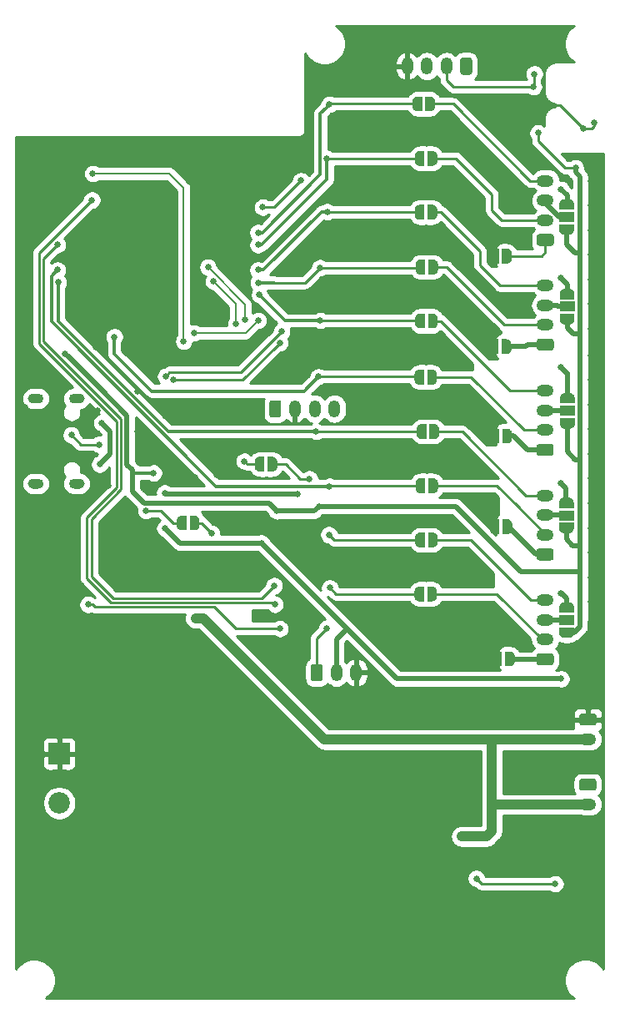
<source format=gbr>
G04 #@! TF.GenerationSoftware,KiCad,Pcbnew,(5.1.10)-1*
G04 #@! TF.CreationDate,2021-12-13T21:42:54+01:00*
G04 #@! TF.ProjectId,TestboardV2.3,54657374-626f-4617-9264-56322e332e6b,rev?*
G04 #@! TF.SameCoordinates,Original*
G04 #@! TF.FileFunction,Copper,L2,Bot*
G04 #@! TF.FilePolarity,Positive*
%FSLAX46Y46*%
G04 Gerber Fmt 4.6, Leading zero omitted, Abs format (unit mm)*
G04 Created by KiCad (PCBNEW (5.1.10)-1) date 2021-12-13 21:42:54*
%MOMM*%
%LPD*%
G01*
G04 APERTURE LIST*
G04 #@! TA.AperFunction,SMDPad,CuDef*
%ADD10C,0.100000*%
G04 #@! TD*
G04 #@! TA.AperFunction,ComponentPad*
%ADD11O,1.750000X1.200000*%
G04 #@! TD*
G04 #@! TA.AperFunction,ComponentPad*
%ADD12C,2.175000*%
G04 #@! TD*
G04 #@! TA.AperFunction,ComponentPad*
%ADD13R,2.175000X2.175000*%
G04 #@! TD*
G04 #@! TA.AperFunction,SMDPad,CuDef*
%ADD14R,1.500000X1.000000*%
G04 #@! TD*
G04 #@! TA.AperFunction,ComponentPad*
%ADD15O,1.200000X1.750000*%
G04 #@! TD*
G04 #@! TA.AperFunction,ViaPad*
%ADD16C,0.650000*%
G04 #@! TD*
G04 #@! TA.AperFunction,ViaPad*
%ADD17C,0.800000*%
G04 #@! TD*
G04 #@! TA.AperFunction,Conductor*
%ADD18C,0.300000*%
G04 #@! TD*
G04 #@! TA.AperFunction,Conductor*
%ADD19C,0.250000*%
G04 #@! TD*
G04 #@! TA.AperFunction,Conductor*
%ADD20C,0.500000*%
G04 #@! TD*
G04 #@! TA.AperFunction,Conductor*
%ADD21C,0.200000*%
G04 #@! TD*
G04 #@! TA.AperFunction,Conductor*
%ADD22C,1.000000*%
G04 #@! TD*
G04 #@! TA.AperFunction,Conductor*
%ADD23C,0.254000*%
G04 #@! TD*
G04 #@! TA.AperFunction,Conductor*
%ADD24C,0.100000*%
G04 #@! TD*
G04 APERTURE END LIST*
G04 #@! TA.AperFunction,SMDPad,CuDef*
D10*
G36*
X114500000Y-120970000D02*
G01*
X114000000Y-120970000D01*
X114000000Y-120969398D01*
X113975466Y-120969398D01*
X113926635Y-120964588D01*
X113878510Y-120955016D01*
X113831555Y-120940772D01*
X113786222Y-120921995D01*
X113742949Y-120898864D01*
X113702150Y-120871604D01*
X113664221Y-120840476D01*
X113629524Y-120805779D01*
X113598396Y-120767850D01*
X113571136Y-120727051D01*
X113548005Y-120683778D01*
X113529228Y-120638445D01*
X113514984Y-120591490D01*
X113505412Y-120543365D01*
X113500602Y-120494534D01*
X113500602Y-120470000D01*
X113500000Y-120470000D01*
X113500000Y-119970000D01*
X113500602Y-119970000D01*
X113500602Y-119945466D01*
X113505412Y-119896635D01*
X113514984Y-119848510D01*
X113529228Y-119801555D01*
X113548005Y-119756222D01*
X113571136Y-119712949D01*
X113598396Y-119672150D01*
X113629524Y-119634221D01*
X113664221Y-119599524D01*
X113702150Y-119568396D01*
X113742949Y-119541136D01*
X113786222Y-119518005D01*
X113831555Y-119499228D01*
X113878510Y-119484984D01*
X113926635Y-119475412D01*
X113975466Y-119470602D01*
X114000000Y-119470602D01*
X114000000Y-119470000D01*
X114500000Y-119470000D01*
X114500000Y-120970000D01*
G37*
G04 #@! TD.AperFunction*
G04 #@! TA.AperFunction,SMDPad,CuDef*
G36*
X115300000Y-119470602D02*
G01*
X115324534Y-119470602D01*
X115373365Y-119475412D01*
X115421490Y-119484984D01*
X115468445Y-119499228D01*
X115513778Y-119518005D01*
X115557051Y-119541136D01*
X115597850Y-119568396D01*
X115635779Y-119599524D01*
X115670476Y-119634221D01*
X115701604Y-119672150D01*
X115728864Y-119712949D01*
X115751995Y-119756222D01*
X115770772Y-119801555D01*
X115785016Y-119848510D01*
X115794588Y-119896635D01*
X115799398Y-119945466D01*
X115799398Y-119970000D01*
X115800000Y-119970000D01*
X115800000Y-120470000D01*
X115799398Y-120470000D01*
X115799398Y-120494534D01*
X115794588Y-120543365D01*
X115785016Y-120591490D01*
X115770772Y-120638445D01*
X115751995Y-120683778D01*
X115728864Y-120727051D01*
X115701604Y-120767850D01*
X115670476Y-120805779D01*
X115635779Y-120840476D01*
X115597850Y-120871604D01*
X115557051Y-120898864D01*
X115513778Y-120921995D01*
X115468445Y-120940772D01*
X115421490Y-120955016D01*
X115373365Y-120964588D01*
X115324534Y-120969398D01*
X115300000Y-120969398D01*
X115300000Y-120970000D01*
X114800000Y-120970000D01*
X114800000Y-119470000D01*
X115300000Y-119470000D01*
X115300000Y-119470602D01*
G37*
G04 #@! TD.AperFunction*
G04 #@! TA.AperFunction,SMDPad,CuDef*
G36*
X122710000Y-113500000D02*
G01*
X123210000Y-113500000D01*
X123210000Y-113500602D01*
X123234534Y-113500602D01*
X123283365Y-113505412D01*
X123331490Y-113514984D01*
X123378445Y-113529228D01*
X123423778Y-113548005D01*
X123467051Y-113571136D01*
X123507850Y-113598396D01*
X123545779Y-113629524D01*
X123580476Y-113664221D01*
X123611604Y-113702150D01*
X123638864Y-113742949D01*
X123661995Y-113786222D01*
X123680772Y-113831555D01*
X123695016Y-113878510D01*
X123704588Y-113926635D01*
X123709398Y-113975466D01*
X123709398Y-114000000D01*
X123710000Y-114000000D01*
X123710000Y-114500000D01*
X123709398Y-114500000D01*
X123709398Y-114524534D01*
X123704588Y-114573365D01*
X123695016Y-114621490D01*
X123680772Y-114668445D01*
X123661995Y-114713778D01*
X123638864Y-114757051D01*
X123611604Y-114797850D01*
X123580476Y-114835779D01*
X123545779Y-114870476D01*
X123507850Y-114901604D01*
X123467051Y-114928864D01*
X123423778Y-114951995D01*
X123378445Y-114970772D01*
X123331490Y-114985016D01*
X123283365Y-114994588D01*
X123234534Y-114999398D01*
X123210000Y-114999398D01*
X123210000Y-115000000D01*
X122710000Y-115000000D01*
X122710000Y-113500000D01*
G37*
G04 #@! TD.AperFunction*
G04 #@! TA.AperFunction,SMDPad,CuDef*
G36*
X121910000Y-114999398D02*
G01*
X121885466Y-114999398D01*
X121836635Y-114994588D01*
X121788510Y-114985016D01*
X121741555Y-114970772D01*
X121696222Y-114951995D01*
X121652949Y-114928864D01*
X121612150Y-114901604D01*
X121574221Y-114870476D01*
X121539524Y-114835779D01*
X121508396Y-114797850D01*
X121481136Y-114757051D01*
X121458005Y-114713778D01*
X121439228Y-114668445D01*
X121424984Y-114621490D01*
X121415412Y-114573365D01*
X121410602Y-114524534D01*
X121410602Y-114500000D01*
X121410000Y-114500000D01*
X121410000Y-114000000D01*
X121410602Y-114000000D01*
X121410602Y-113975466D01*
X121415412Y-113926635D01*
X121424984Y-113878510D01*
X121439228Y-113831555D01*
X121458005Y-113786222D01*
X121481136Y-113742949D01*
X121508396Y-113702150D01*
X121539524Y-113664221D01*
X121574221Y-113629524D01*
X121612150Y-113598396D01*
X121652949Y-113571136D01*
X121696222Y-113548005D01*
X121741555Y-113529228D01*
X121788510Y-113514984D01*
X121836635Y-113505412D01*
X121885466Y-113500602D01*
X121910000Y-113500602D01*
X121910000Y-113500000D01*
X122410000Y-113500000D01*
X122410000Y-115000000D01*
X121910000Y-115000000D01*
X121910000Y-114999398D01*
G37*
G04 #@! TD.AperFunction*
G04 #@! TA.AperFunction,ComponentPad*
G36*
G01*
X103040000Y-107100000D02*
X103640000Y-107100000D01*
G75*
G02*
X104140000Y-107600000I0J-500000D01*
G01*
X104140000Y-107600000D01*
G75*
G02*
X103640000Y-108100000I-500000J0D01*
G01*
X103040000Y-108100000D01*
G75*
G02*
X102540000Y-107600000I0J500000D01*
G01*
X102540000Y-107600000D01*
G75*
G02*
X103040000Y-107100000I500000J0D01*
G01*
G37*
G04 #@! TD.AperFunction*
G04 #@! TA.AperFunction,ComponentPad*
G36*
G01*
X103040000Y-115740000D02*
X103640000Y-115740000D01*
G75*
G02*
X104140000Y-116240000I0J-500000D01*
G01*
X104140000Y-116240000D01*
G75*
G02*
X103640000Y-116740000I-500000J0D01*
G01*
X103040000Y-116740000D01*
G75*
G02*
X102540000Y-116240000I0J500000D01*
G01*
X102540000Y-116240000D01*
G75*
G02*
X103040000Y-115740000I500000J0D01*
G01*
G37*
G04 #@! TD.AperFunction*
G04 #@! TA.AperFunction,ComponentPad*
G36*
G01*
X98860000Y-115740000D02*
X99460000Y-115740000D01*
G75*
G02*
X99960000Y-116240000I0J-500000D01*
G01*
X99960000Y-116240000D01*
G75*
G02*
X99460000Y-116740000I-500000J0D01*
G01*
X98860000Y-116740000D01*
G75*
G02*
X98360000Y-116240000I0J500000D01*
G01*
X98360000Y-116240000D01*
G75*
G02*
X98860000Y-115740000I500000J0D01*
G01*
G37*
G04 #@! TD.AperFunction*
G04 #@! TA.AperFunction,ComponentPad*
G36*
G01*
X98860000Y-107100000D02*
X99460000Y-107100000D01*
G75*
G02*
X99960000Y-107600000I0J-500000D01*
G01*
X99960000Y-107600000D01*
G75*
G02*
X99460000Y-108100000I-500000J0D01*
G01*
X98860000Y-108100000D01*
G75*
G02*
X98360000Y-107600000I0J500000D01*
G01*
X98360000Y-107600000D01*
G75*
G02*
X98860000Y-107100000I500000J0D01*
G01*
G37*
G04 #@! TD.AperFunction*
D11*
X155260000Y-142170000D03*
G04 #@! TA.AperFunction,ComponentPad*
G36*
G01*
X154634999Y-139570000D02*
X155885001Y-139570000D01*
G75*
G02*
X156135000Y-139819999I0J-249999D01*
G01*
X156135000Y-140520001D01*
G75*
G02*
X155885001Y-140770000I-249999J0D01*
G01*
X154634999Y-140770000D01*
G75*
G02*
X154385000Y-140520001I0J249999D01*
G01*
X154385000Y-139819999D01*
G75*
G02*
X154634999Y-139570000I249999J0D01*
G01*
G37*
G04 #@! TD.AperFunction*
G04 #@! TA.AperFunction,ComponentPad*
G36*
G01*
X151545400Y-134650000D02*
X150294600Y-134650000D01*
G75*
G02*
X150045000Y-134400400I0J249600D01*
G01*
X150045000Y-133699600D01*
G75*
G02*
X150294600Y-133450000I249600J0D01*
G01*
X151545400Y-133450000D01*
G75*
G02*
X151795000Y-133699600I0J-249600D01*
G01*
X151795000Y-134400400D01*
G75*
G02*
X151545400Y-134650000I-249600J0D01*
G01*
G37*
G04 #@! TD.AperFunction*
X150920000Y-132050000D03*
X150920000Y-130050000D03*
X150920000Y-128050000D03*
X150910000Y-117420000D03*
X150910000Y-119420000D03*
X150910000Y-121420000D03*
G04 #@! TA.AperFunction,ComponentPad*
G36*
G01*
X151535400Y-124020000D02*
X150284600Y-124020000D01*
G75*
G02*
X150035000Y-123770400I0J249600D01*
G01*
X150035000Y-123069600D01*
G75*
G02*
X150284600Y-122820000I249600J0D01*
G01*
X151535400Y-122820000D01*
G75*
G02*
X151785000Y-123069600I0J-249600D01*
G01*
X151785000Y-123770400D01*
G75*
G02*
X151535400Y-124020000I-249600J0D01*
G01*
G37*
G04 #@! TD.AperFunction*
X150910000Y-106810000D03*
X150910000Y-108810000D03*
X150910000Y-110810000D03*
G04 #@! TA.AperFunction,ComponentPad*
G36*
G01*
X151535400Y-113410000D02*
X150284600Y-113410000D01*
G75*
G02*
X150035000Y-113160400I0J249600D01*
G01*
X150035000Y-112459600D01*
G75*
G02*
X150284600Y-112210000I249600J0D01*
G01*
X151535400Y-112210000D01*
G75*
G02*
X151785000Y-112459600I0J-249600D01*
G01*
X151785000Y-113160400D01*
G75*
G02*
X151535400Y-113410000I-249600J0D01*
G01*
G37*
G04 #@! TD.AperFunction*
X150930000Y-96130000D03*
X150930000Y-98130000D03*
X150930000Y-100130000D03*
G04 #@! TA.AperFunction,ComponentPad*
G36*
G01*
X151555400Y-102730000D02*
X150304600Y-102730000D01*
G75*
G02*
X150055000Y-102480400I0J249600D01*
G01*
X150055000Y-101779600D01*
G75*
G02*
X150304600Y-101530000I249600J0D01*
G01*
X151555400Y-101530000D01*
G75*
G02*
X151805000Y-101779600I0J-249600D01*
G01*
X151805000Y-102480400D01*
G75*
G02*
X151555400Y-102730000I-249600J0D01*
G01*
G37*
G04 #@! TD.AperFunction*
X150940000Y-85510000D03*
X150940000Y-87510000D03*
X150940000Y-89510000D03*
G04 #@! TA.AperFunction,ComponentPad*
G36*
G01*
X151565400Y-92110000D02*
X150314600Y-92110000D01*
G75*
G02*
X150065000Y-91860400I0J249600D01*
G01*
X150065000Y-91159600D01*
G75*
G02*
X150314600Y-90910000I249600J0D01*
G01*
X151565400Y-90910000D01*
G75*
G02*
X151815000Y-91159600I0J-249600D01*
G01*
X151815000Y-91860400D01*
G75*
G02*
X151565400Y-92110000I-249600J0D01*
G01*
G37*
G04 #@! TD.AperFunction*
D12*
X101550000Y-148630000D03*
D13*
X101550000Y-143630000D03*
G04 #@! TA.AperFunction,SMDPad,CuDef*
D10*
G36*
X139240000Y-76950602D02*
G01*
X139264534Y-76950602D01*
X139313365Y-76955412D01*
X139361490Y-76964984D01*
X139408445Y-76979228D01*
X139453778Y-76998005D01*
X139497051Y-77021136D01*
X139537850Y-77048396D01*
X139575779Y-77079524D01*
X139610476Y-77114221D01*
X139641604Y-77152150D01*
X139668864Y-77192949D01*
X139691995Y-77236222D01*
X139710772Y-77281555D01*
X139725016Y-77328510D01*
X139734588Y-77376635D01*
X139739398Y-77425466D01*
X139739398Y-77450000D01*
X139740000Y-77450000D01*
X139740000Y-77950000D01*
X139739398Y-77950000D01*
X139739398Y-77974534D01*
X139734588Y-78023365D01*
X139725016Y-78071490D01*
X139710772Y-78118445D01*
X139691995Y-78163778D01*
X139668864Y-78207051D01*
X139641604Y-78247850D01*
X139610476Y-78285779D01*
X139575779Y-78320476D01*
X139537850Y-78351604D01*
X139497051Y-78378864D01*
X139453778Y-78401995D01*
X139408445Y-78420772D01*
X139361490Y-78435016D01*
X139313365Y-78444588D01*
X139264534Y-78449398D01*
X139240000Y-78449398D01*
X139240000Y-78450000D01*
X138740000Y-78450000D01*
X138740000Y-76950000D01*
X139240000Y-76950000D01*
X139240000Y-76950602D01*
G37*
G04 #@! TD.AperFunction*
G04 #@! TA.AperFunction,SMDPad,CuDef*
G36*
X138440000Y-78450000D02*
G01*
X137940000Y-78450000D01*
X137940000Y-78449398D01*
X137915466Y-78449398D01*
X137866635Y-78444588D01*
X137818510Y-78435016D01*
X137771555Y-78420772D01*
X137726222Y-78401995D01*
X137682949Y-78378864D01*
X137642150Y-78351604D01*
X137604221Y-78320476D01*
X137569524Y-78285779D01*
X137538396Y-78247850D01*
X137511136Y-78207051D01*
X137488005Y-78163778D01*
X137469228Y-78118445D01*
X137454984Y-78071490D01*
X137445412Y-78023365D01*
X137440602Y-77974534D01*
X137440602Y-77950000D01*
X137440000Y-77950000D01*
X137440000Y-77450000D01*
X137440602Y-77450000D01*
X137440602Y-77425466D01*
X137445412Y-77376635D01*
X137454984Y-77328510D01*
X137469228Y-77281555D01*
X137488005Y-77236222D01*
X137511136Y-77192949D01*
X137538396Y-77152150D01*
X137569524Y-77114221D01*
X137604221Y-77079524D01*
X137642150Y-77048396D01*
X137682949Y-77021136D01*
X137726222Y-76998005D01*
X137771555Y-76979228D01*
X137818510Y-76964984D01*
X137866635Y-76955412D01*
X137915466Y-76950602D01*
X137940000Y-76950602D01*
X137940000Y-76950000D01*
X138440000Y-76950000D01*
X138440000Y-78450000D01*
G37*
G04 #@! TD.AperFunction*
G04 #@! TA.AperFunction,SMDPad,CuDef*
G36*
X139470000Y-82480602D02*
G01*
X139494534Y-82480602D01*
X139543365Y-82485412D01*
X139591490Y-82494984D01*
X139638445Y-82509228D01*
X139683778Y-82528005D01*
X139727051Y-82551136D01*
X139767850Y-82578396D01*
X139805779Y-82609524D01*
X139840476Y-82644221D01*
X139871604Y-82682150D01*
X139898864Y-82722949D01*
X139921995Y-82766222D01*
X139940772Y-82811555D01*
X139955016Y-82858510D01*
X139964588Y-82906635D01*
X139969398Y-82955466D01*
X139969398Y-82980000D01*
X139970000Y-82980000D01*
X139970000Y-83480000D01*
X139969398Y-83480000D01*
X139969398Y-83504534D01*
X139964588Y-83553365D01*
X139955016Y-83601490D01*
X139940772Y-83648445D01*
X139921995Y-83693778D01*
X139898864Y-83737051D01*
X139871604Y-83777850D01*
X139840476Y-83815779D01*
X139805779Y-83850476D01*
X139767850Y-83881604D01*
X139727051Y-83908864D01*
X139683778Y-83931995D01*
X139638445Y-83950772D01*
X139591490Y-83965016D01*
X139543365Y-83974588D01*
X139494534Y-83979398D01*
X139470000Y-83979398D01*
X139470000Y-83980000D01*
X138970000Y-83980000D01*
X138970000Y-82480000D01*
X139470000Y-82480000D01*
X139470000Y-82480602D01*
G37*
G04 #@! TD.AperFunction*
G04 #@! TA.AperFunction,SMDPad,CuDef*
G36*
X138670000Y-83980000D02*
G01*
X138170000Y-83980000D01*
X138170000Y-83979398D01*
X138145466Y-83979398D01*
X138096635Y-83974588D01*
X138048510Y-83965016D01*
X138001555Y-83950772D01*
X137956222Y-83931995D01*
X137912949Y-83908864D01*
X137872150Y-83881604D01*
X137834221Y-83850476D01*
X137799524Y-83815779D01*
X137768396Y-83777850D01*
X137741136Y-83737051D01*
X137718005Y-83693778D01*
X137699228Y-83648445D01*
X137684984Y-83601490D01*
X137675412Y-83553365D01*
X137670602Y-83504534D01*
X137670602Y-83480000D01*
X137670000Y-83480000D01*
X137670000Y-82980000D01*
X137670602Y-82980000D01*
X137670602Y-82955466D01*
X137675412Y-82906635D01*
X137684984Y-82858510D01*
X137699228Y-82811555D01*
X137718005Y-82766222D01*
X137741136Y-82722949D01*
X137768396Y-82682150D01*
X137799524Y-82644221D01*
X137834221Y-82609524D01*
X137872150Y-82578396D01*
X137912949Y-82551136D01*
X137956222Y-82528005D01*
X138001555Y-82509228D01*
X138048510Y-82494984D01*
X138096635Y-82485412D01*
X138145466Y-82480602D01*
X138170000Y-82480602D01*
X138170000Y-82480000D01*
X138670000Y-82480000D01*
X138670000Y-83980000D01*
G37*
G04 #@! TD.AperFunction*
G04 #@! TA.AperFunction,SMDPad,CuDef*
G36*
X139460000Y-87940602D02*
G01*
X139484534Y-87940602D01*
X139533365Y-87945412D01*
X139581490Y-87954984D01*
X139628445Y-87969228D01*
X139673778Y-87988005D01*
X139717051Y-88011136D01*
X139757850Y-88038396D01*
X139795779Y-88069524D01*
X139830476Y-88104221D01*
X139861604Y-88142150D01*
X139888864Y-88182949D01*
X139911995Y-88226222D01*
X139930772Y-88271555D01*
X139945016Y-88318510D01*
X139954588Y-88366635D01*
X139959398Y-88415466D01*
X139959398Y-88440000D01*
X139960000Y-88440000D01*
X139960000Y-88940000D01*
X139959398Y-88940000D01*
X139959398Y-88964534D01*
X139954588Y-89013365D01*
X139945016Y-89061490D01*
X139930772Y-89108445D01*
X139911995Y-89153778D01*
X139888864Y-89197051D01*
X139861604Y-89237850D01*
X139830476Y-89275779D01*
X139795779Y-89310476D01*
X139757850Y-89341604D01*
X139717051Y-89368864D01*
X139673778Y-89391995D01*
X139628445Y-89410772D01*
X139581490Y-89425016D01*
X139533365Y-89434588D01*
X139484534Y-89439398D01*
X139460000Y-89439398D01*
X139460000Y-89440000D01*
X138960000Y-89440000D01*
X138960000Y-87940000D01*
X139460000Y-87940000D01*
X139460000Y-87940602D01*
G37*
G04 #@! TD.AperFunction*
G04 #@! TA.AperFunction,SMDPad,CuDef*
G36*
X138660000Y-89440000D02*
G01*
X138160000Y-89440000D01*
X138160000Y-89439398D01*
X138135466Y-89439398D01*
X138086635Y-89434588D01*
X138038510Y-89425016D01*
X137991555Y-89410772D01*
X137946222Y-89391995D01*
X137902949Y-89368864D01*
X137862150Y-89341604D01*
X137824221Y-89310476D01*
X137789524Y-89275779D01*
X137758396Y-89237850D01*
X137731136Y-89197051D01*
X137708005Y-89153778D01*
X137689228Y-89108445D01*
X137674984Y-89061490D01*
X137665412Y-89013365D01*
X137660602Y-88964534D01*
X137660602Y-88940000D01*
X137660000Y-88940000D01*
X137660000Y-88440000D01*
X137660602Y-88440000D01*
X137660602Y-88415466D01*
X137665412Y-88366635D01*
X137674984Y-88318510D01*
X137689228Y-88271555D01*
X137708005Y-88226222D01*
X137731136Y-88182949D01*
X137758396Y-88142150D01*
X137789524Y-88104221D01*
X137824221Y-88069524D01*
X137862150Y-88038396D01*
X137902949Y-88011136D01*
X137946222Y-87988005D01*
X137991555Y-87969228D01*
X138038510Y-87954984D01*
X138086635Y-87945412D01*
X138135466Y-87940602D01*
X138160000Y-87940602D01*
X138160000Y-87940000D01*
X138660000Y-87940000D01*
X138660000Y-89440000D01*
G37*
G04 #@! TD.AperFunction*
G04 #@! TA.AperFunction,SMDPad,CuDef*
G36*
X139540000Y-93500602D02*
G01*
X139564534Y-93500602D01*
X139613365Y-93505412D01*
X139661490Y-93514984D01*
X139708445Y-93529228D01*
X139753778Y-93548005D01*
X139797051Y-93571136D01*
X139837850Y-93598396D01*
X139875779Y-93629524D01*
X139910476Y-93664221D01*
X139941604Y-93702150D01*
X139968864Y-93742949D01*
X139991995Y-93786222D01*
X140010772Y-93831555D01*
X140025016Y-93878510D01*
X140034588Y-93926635D01*
X140039398Y-93975466D01*
X140039398Y-94000000D01*
X140040000Y-94000000D01*
X140040000Y-94500000D01*
X140039398Y-94500000D01*
X140039398Y-94524534D01*
X140034588Y-94573365D01*
X140025016Y-94621490D01*
X140010772Y-94668445D01*
X139991995Y-94713778D01*
X139968864Y-94757051D01*
X139941604Y-94797850D01*
X139910476Y-94835779D01*
X139875779Y-94870476D01*
X139837850Y-94901604D01*
X139797051Y-94928864D01*
X139753778Y-94951995D01*
X139708445Y-94970772D01*
X139661490Y-94985016D01*
X139613365Y-94994588D01*
X139564534Y-94999398D01*
X139540000Y-94999398D01*
X139540000Y-95000000D01*
X139040000Y-95000000D01*
X139040000Y-93500000D01*
X139540000Y-93500000D01*
X139540000Y-93500602D01*
G37*
G04 #@! TD.AperFunction*
G04 #@! TA.AperFunction,SMDPad,CuDef*
G36*
X138740000Y-95000000D02*
G01*
X138240000Y-95000000D01*
X138240000Y-94999398D01*
X138215466Y-94999398D01*
X138166635Y-94994588D01*
X138118510Y-94985016D01*
X138071555Y-94970772D01*
X138026222Y-94951995D01*
X137982949Y-94928864D01*
X137942150Y-94901604D01*
X137904221Y-94870476D01*
X137869524Y-94835779D01*
X137838396Y-94797850D01*
X137811136Y-94757051D01*
X137788005Y-94713778D01*
X137769228Y-94668445D01*
X137754984Y-94621490D01*
X137745412Y-94573365D01*
X137740602Y-94524534D01*
X137740602Y-94500000D01*
X137740000Y-94500000D01*
X137740000Y-94000000D01*
X137740602Y-94000000D01*
X137740602Y-93975466D01*
X137745412Y-93926635D01*
X137754984Y-93878510D01*
X137769228Y-93831555D01*
X137788005Y-93786222D01*
X137811136Y-93742949D01*
X137838396Y-93702150D01*
X137869524Y-93664221D01*
X137904221Y-93629524D01*
X137942150Y-93598396D01*
X137982949Y-93571136D01*
X138026222Y-93548005D01*
X138071555Y-93529228D01*
X138118510Y-93514984D01*
X138166635Y-93505412D01*
X138215466Y-93500602D01*
X138240000Y-93500602D01*
X138240000Y-93500000D01*
X138740000Y-93500000D01*
X138740000Y-95000000D01*
G37*
G04 #@! TD.AperFunction*
G04 #@! TA.AperFunction,SMDPad,CuDef*
G36*
X139510000Y-98970602D02*
G01*
X139534534Y-98970602D01*
X139583365Y-98975412D01*
X139631490Y-98984984D01*
X139678445Y-98999228D01*
X139723778Y-99018005D01*
X139767051Y-99041136D01*
X139807850Y-99068396D01*
X139845779Y-99099524D01*
X139880476Y-99134221D01*
X139911604Y-99172150D01*
X139938864Y-99212949D01*
X139961995Y-99256222D01*
X139980772Y-99301555D01*
X139995016Y-99348510D01*
X140004588Y-99396635D01*
X140009398Y-99445466D01*
X140009398Y-99470000D01*
X140010000Y-99470000D01*
X140010000Y-99970000D01*
X140009398Y-99970000D01*
X140009398Y-99994534D01*
X140004588Y-100043365D01*
X139995016Y-100091490D01*
X139980772Y-100138445D01*
X139961995Y-100183778D01*
X139938864Y-100227051D01*
X139911604Y-100267850D01*
X139880476Y-100305779D01*
X139845779Y-100340476D01*
X139807850Y-100371604D01*
X139767051Y-100398864D01*
X139723778Y-100421995D01*
X139678445Y-100440772D01*
X139631490Y-100455016D01*
X139583365Y-100464588D01*
X139534534Y-100469398D01*
X139510000Y-100469398D01*
X139510000Y-100470000D01*
X139010000Y-100470000D01*
X139010000Y-98970000D01*
X139510000Y-98970000D01*
X139510000Y-98970602D01*
G37*
G04 #@! TD.AperFunction*
G04 #@! TA.AperFunction,SMDPad,CuDef*
G36*
X138710000Y-100470000D02*
G01*
X138210000Y-100470000D01*
X138210000Y-100469398D01*
X138185466Y-100469398D01*
X138136635Y-100464588D01*
X138088510Y-100455016D01*
X138041555Y-100440772D01*
X137996222Y-100421995D01*
X137952949Y-100398864D01*
X137912150Y-100371604D01*
X137874221Y-100340476D01*
X137839524Y-100305779D01*
X137808396Y-100267850D01*
X137781136Y-100227051D01*
X137758005Y-100183778D01*
X137739228Y-100138445D01*
X137724984Y-100091490D01*
X137715412Y-100043365D01*
X137710602Y-99994534D01*
X137710602Y-99970000D01*
X137710000Y-99970000D01*
X137710000Y-99470000D01*
X137710602Y-99470000D01*
X137710602Y-99445466D01*
X137715412Y-99396635D01*
X137724984Y-99348510D01*
X137739228Y-99301555D01*
X137758005Y-99256222D01*
X137781136Y-99212949D01*
X137808396Y-99172150D01*
X137839524Y-99134221D01*
X137874221Y-99099524D01*
X137912150Y-99068396D01*
X137952949Y-99041136D01*
X137996222Y-99018005D01*
X138041555Y-98999228D01*
X138088510Y-98984984D01*
X138136635Y-98975412D01*
X138185466Y-98970602D01*
X138210000Y-98970602D01*
X138210000Y-98970000D01*
X138710000Y-98970000D01*
X138710000Y-100470000D01*
G37*
G04 #@! TD.AperFunction*
G04 #@! TA.AperFunction,SMDPad,CuDef*
G36*
X139440000Y-104670602D02*
G01*
X139464534Y-104670602D01*
X139513365Y-104675412D01*
X139561490Y-104684984D01*
X139608445Y-104699228D01*
X139653778Y-104718005D01*
X139697051Y-104741136D01*
X139737850Y-104768396D01*
X139775779Y-104799524D01*
X139810476Y-104834221D01*
X139841604Y-104872150D01*
X139868864Y-104912949D01*
X139891995Y-104956222D01*
X139910772Y-105001555D01*
X139925016Y-105048510D01*
X139934588Y-105096635D01*
X139939398Y-105145466D01*
X139939398Y-105170000D01*
X139940000Y-105170000D01*
X139940000Y-105670000D01*
X139939398Y-105670000D01*
X139939398Y-105694534D01*
X139934588Y-105743365D01*
X139925016Y-105791490D01*
X139910772Y-105838445D01*
X139891995Y-105883778D01*
X139868864Y-105927051D01*
X139841604Y-105967850D01*
X139810476Y-106005779D01*
X139775779Y-106040476D01*
X139737850Y-106071604D01*
X139697051Y-106098864D01*
X139653778Y-106121995D01*
X139608445Y-106140772D01*
X139561490Y-106155016D01*
X139513365Y-106164588D01*
X139464534Y-106169398D01*
X139440000Y-106169398D01*
X139440000Y-106170000D01*
X138940000Y-106170000D01*
X138940000Y-104670000D01*
X139440000Y-104670000D01*
X139440000Y-104670602D01*
G37*
G04 #@! TD.AperFunction*
G04 #@! TA.AperFunction,SMDPad,CuDef*
G36*
X138640000Y-106170000D02*
G01*
X138140000Y-106170000D01*
X138140000Y-106169398D01*
X138115466Y-106169398D01*
X138066635Y-106164588D01*
X138018510Y-106155016D01*
X137971555Y-106140772D01*
X137926222Y-106121995D01*
X137882949Y-106098864D01*
X137842150Y-106071604D01*
X137804221Y-106040476D01*
X137769524Y-106005779D01*
X137738396Y-105967850D01*
X137711136Y-105927051D01*
X137688005Y-105883778D01*
X137669228Y-105838445D01*
X137654984Y-105791490D01*
X137645412Y-105743365D01*
X137640602Y-105694534D01*
X137640602Y-105670000D01*
X137640000Y-105670000D01*
X137640000Y-105170000D01*
X137640602Y-105170000D01*
X137640602Y-105145466D01*
X137645412Y-105096635D01*
X137654984Y-105048510D01*
X137669228Y-105001555D01*
X137688005Y-104956222D01*
X137711136Y-104912949D01*
X137738396Y-104872150D01*
X137769524Y-104834221D01*
X137804221Y-104799524D01*
X137842150Y-104768396D01*
X137882949Y-104741136D01*
X137926222Y-104718005D01*
X137971555Y-104699228D01*
X138018510Y-104684984D01*
X138066635Y-104675412D01*
X138115466Y-104670602D01*
X138140000Y-104670602D01*
X138140000Y-104670000D01*
X138640000Y-104670000D01*
X138640000Y-106170000D01*
G37*
G04 #@! TD.AperFunction*
G04 #@! TA.AperFunction,SMDPad,CuDef*
G36*
X139650000Y-110190602D02*
G01*
X139674534Y-110190602D01*
X139723365Y-110195412D01*
X139771490Y-110204984D01*
X139818445Y-110219228D01*
X139863778Y-110238005D01*
X139907051Y-110261136D01*
X139947850Y-110288396D01*
X139985779Y-110319524D01*
X140020476Y-110354221D01*
X140051604Y-110392150D01*
X140078864Y-110432949D01*
X140101995Y-110476222D01*
X140120772Y-110521555D01*
X140135016Y-110568510D01*
X140144588Y-110616635D01*
X140149398Y-110665466D01*
X140149398Y-110690000D01*
X140150000Y-110690000D01*
X140150000Y-111190000D01*
X140149398Y-111190000D01*
X140149398Y-111214534D01*
X140144588Y-111263365D01*
X140135016Y-111311490D01*
X140120772Y-111358445D01*
X140101995Y-111403778D01*
X140078864Y-111447051D01*
X140051604Y-111487850D01*
X140020476Y-111525779D01*
X139985779Y-111560476D01*
X139947850Y-111591604D01*
X139907051Y-111618864D01*
X139863778Y-111641995D01*
X139818445Y-111660772D01*
X139771490Y-111675016D01*
X139723365Y-111684588D01*
X139674534Y-111689398D01*
X139650000Y-111689398D01*
X139650000Y-111690000D01*
X139150000Y-111690000D01*
X139150000Y-110190000D01*
X139650000Y-110190000D01*
X139650000Y-110190602D01*
G37*
G04 #@! TD.AperFunction*
G04 #@! TA.AperFunction,SMDPad,CuDef*
G36*
X138850000Y-111690000D02*
G01*
X138350000Y-111690000D01*
X138350000Y-111689398D01*
X138325466Y-111689398D01*
X138276635Y-111684588D01*
X138228510Y-111675016D01*
X138181555Y-111660772D01*
X138136222Y-111641995D01*
X138092949Y-111618864D01*
X138052150Y-111591604D01*
X138014221Y-111560476D01*
X137979524Y-111525779D01*
X137948396Y-111487850D01*
X137921136Y-111447051D01*
X137898005Y-111403778D01*
X137879228Y-111358445D01*
X137864984Y-111311490D01*
X137855412Y-111263365D01*
X137850602Y-111214534D01*
X137850602Y-111190000D01*
X137850000Y-111190000D01*
X137850000Y-110690000D01*
X137850602Y-110690000D01*
X137850602Y-110665466D01*
X137855412Y-110616635D01*
X137864984Y-110568510D01*
X137879228Y-110521555D01*
X137898005Y-110476222D01*
X137921136Y-110432949D01*
X137948396Y-110392150D01*
X137979524Y-110354221D01*
X138014221Y-110319524D01*
X138052150Y-110288396D01*
X138092949Y-110261136D01*
X138136222Y-110238005D01*
X138181555Y-110219228D01*
X138228510Y-110204984D01*
X138276635Y-110195412D01*
X138325466Y-110190602D01*
X138350000Y-110190602D01*
X138350000Y-110190000D01*
X138850000Y-110190000D01*
X138850000Y-111690000D01*
G37*
G04 #@! TD.AperFunction*
G04 #@! TA.AperFunction,SMDPad,CuDef*
G36*
X139540000Y-115680602D02*
G01*
X139564534Y-115680602D01*
X139613365Y-115685412D01*
X139661490Y-115694984D01*
X139708445Y-115709228D01*
X139753778Y-115728005D01*
X139797051Y-115751136D01*
X139837850Y-115778396D01*
X139875779Y-115809524D01*
X139910476Y-115844221D01*
X139941604Y-115882150D01*
X139968864Y-115922949D01*
X139991995Y-115966222D01*
X140010772Y-116011555D01*
X140025016Y-116058510D01*
X140034588Y-116106635D01*
X140039398Y-116155466D01*
X140039398Y-116180000D01*
X140040000Y-116180000D01*
X140040000Y-116680000D01*
X140039398Y-116680000D01*
X140039398Y-116704534D01*
X140034588Y-116753365D01*
X140025016Y-116801490D01*
X140010772Y-116848445D01*
X139991995Y-116893778D01*
X139968864Y-116937051D01*
X139941604Y-116977850D01*
X139910476Y-117015779D01*
X139875779Y-117050476D01*
X139837850Y-117081604D01*
X139797051Y-117108864D01*
X139753778Y-117131995D01*
X139708445Y-117150772D01*
X139661490Y-117165016D01*
X139613365Y-117174588D01*
X139564534Y-117179398D01*
X139540000Y-117179398D01*
X139540000Y-117180000D01*
X139040000Y-117180000D01*
X139040000Y-115680000D01*
X139540000Y-115680000D01*
X139540000Y-115680602D01*
G37*
G04 #@! TD.AperFunction*
G04 #@! TA.AperFunction,SMDPad,CuDef*
G36*
X138740000Y-117180000D02*
G01*
X138240000Y-117180000D01*
X138240000Y-117179398D01*
X138215466Y-117179398D01*
X138166635Y-117174588D01*
X138118510Y-117165016D01*
X138071555Y-117150772D01*
X138026222Y-117131995D01*
X137982949Y-117108864D01*
X137942150Y-117081604D01*
X137904221Y-117050476D01*
X137869524Y-117015779D01*
X137838396Y-116977850D01*
X137811136Y-116937051D01*
X137788005Y-116893778D01*
X137769228Y-116848445D01*
X137754984Y-116801490D01*
X137745412Y-116753365D01*
X137740602Y-116704534D01*
X137740602Y-116680000D01*
X137740000Y-116680000D01*
X137740000Y-116180000D01*
X137740602Y-116180000D01*
X137740602Y-116155466D01*
X137745412Y-116106635D01*
X137754984Y-116058510D01*
X137769228Y-116011555D01*
X137788005Y-115966222D01*
X137811136Y-115922949D01*
X137838396Y-115882150D01*
X137869524Y-115844221D01*
X137904221Y-115809524D01*
X137942150Y-115778396D01*
X137982949Y-115751136D01*
X138026222Y-115728005D01*
X138071555Y-115709228D01*
X138118510Y-115694984D01*
X138166635Y-115685412D01*
X138215466Y-115680602D01*
X138240000Y-115680602D01*
X138240000Y-115680000D01*
X138740000Y-115680000D01*
X138740000Y-117180000D01*
G37*
G04 #@! TD.AperFunction*
G04 #@! TA.AperFunction,SMDPad,CuDef*
G36*
X139510000Y-121190602D02*
G01*
X139534534Y-121190602D01*
X139583365Y-121195412D01*
X139631490Y-121204984D01*
X139678445Y-121219228D01*
X139723778Y-121238005D01*
X139767051Y-121261136D01*
X139807850Y-121288396D01*
X139845779Y-121319524D01*
X139880476Y-121354221D01*
X139911604Y-121392150D01*
X139938864Y-121432949D01*
X139961995Y-121476222D01*
X139980772Y-121521555D01*
X139995016Y-121568510D01*
X140004588Y-121616635D01*
X140009398Y-121665466D01*
X140009398Y-121690000D01*
X140010000Y-121690000D01*
X140010000Y-122190000D01*
X140009398Y-122190000D01*
X140009398Y-122214534D01*
X140004588Y-122263365D01*
X139995016Y-122311490D01*
X139980772Y-122358445D01*
X139961995Y-122403778D01*
X139938864Y-122447051D01*
X139911604Y-122487850D01*
X139880476Y-122525779D01*
X139845779Y-122560476D01*
X139807850Y-122591604D01*
X139767051Y-122618864D01*
X139723778Y-122641995D01*
X139678445Y-122660772D01*
X139631490Y-122675016D01*
X139583365Y-122684588D01*
X139534534Y-122689398D01*
X139510000Y-122689398D01*
X139510000Y-122690000D01*
X139010000Y-122690000D01*
X139010000Y-121190000D01*
X139510000Y-121190000D01*
X139510000Y-121190602D01*
G37*
G04 #@! TD.AperFunction*
G04 #@! TA.AperFunction,SMDPad,CuDef*
G36*
X138710000Y-122690000D02*
G01*
X138210000Y-122690000D01*
X138210000Y-122689398D01*
X138185466Y-122689398D01*
X138136635Y-122684588D01*
X138088510Y-122675016D01*
X138041555Y-122660772D01*
X137996222Y-122641995D01*
X137952949Y-122618864D01*
X137912150Y-122591604D01*
X137874221Y-122560476D01*
X137839524Y-122525779D01*
X137808396Y-122487850D01*
X137781136Y-122447051D01*
X137758005Y-122403778D01*
X137739228Y-122358445D01*
X137724984Y-122311490D01*
X137715412Y-122263365D01*
X137710602Y-122214534D01*
X137710602Y-122190000D01*
X137710000Y-122190000D01*
X137710000Y-121690000D01*
X137710602Y-121690000D01*
X137710602Y-121665466D01*
X137715412Y-121616635D01*
X137724984Y-121568510D01*
X137739228Y-121521555D01*
X137758005Y-121476222D01*
X137781136Y-121432949D01*
X137808396Y-121392150D01*
X137839524Y-121354221D01*
X137874221Y-121319524D01*
X137912150Y-121288396D01*
X137952949Y-121261136D01*
X137996222Y-121238005D01*
X138041555Y-121219228D01*
X138088510Y-121204984D01*
X138136635Y-121195412D01*
X138185466Y-121190602D01*
X138210000Y-121190602D01*
X138210000Y-121190000D01*
X138710000Y-121190000D01*
X138710000Y-122690000D01*
G37*
G04 #@! TD.AperFunction*
G04 #@! TA.AperFunction,SMDPad,CuDef*
G36*
X139440000Y-126670602D02*
G01*
X139464534Y-126670602D01*
X139513365Y-126675412D01*
X139561490Y-126684984D01*
X139608445Y-126699228D01*
X139653778Y-126718005D01*
X139697051Y-126741136D01*
X139737850Y-126768396D01*
X139775779Y-126799524D01*
X139810476Y-126834221D01*
X139841604Y-126872150D01*
X139868864Y-126912949D01*
X139891995Y-126956222D01*
X139910772Y-127001555D01*
X139925016Y-127048510D01*
X139934588Y-127096635D01*
X139939398Y-127145466D01*
X139939398Y-127170000D01*
X139940000Y-127170000D01*
X139940000Y-127670000D01*
X139939398Y-127670000D01*
X139939398Y-127694534D01*
X139934588Y-127743365D01*
X139925016Y-127791490D01*
X139910772Y-127838445D01*
X139891995Y-127883778D01*
X139868864Y-127927051D01*
X139841604Y-127967850D01*
X139810476Y-128005779D01*
X139775779Y-128040476D01*
X139737850Y-128071604D01*
X139697051Y-128098864D01*
X139653778Y-128121995D01*
X139608445Y-128140772D01*
X139561490Y-128155016D01*
X139513365Y-128164588D01*
X139464534Y-128169398D01*
X139440000Y-128169398D01*
X139440000Y-128170000D01*
X138940000Y-128170000D01*
X138940000Y-126670000D01*
X139440000Y-126670000D01*
X139440000Y-126670602D01*
G37*
G04 #@! TD.AperFunction*
G04 #@! TA.AperFunction,SMDPad,CuDef*
G36*
X138640000Y-128170000D02*
G01*
X138140000Y-128170000D01*
X138140000Y-128169398D01*
X138115466Y-128169398D01*
X138066635Y-128164588D01*
X138018510Y-128155016D01*
X137971555Y-128140772D01*
X137926222Y-128121995D01*
X137882949Y-128098864D01*
X137842150Y-128071604D01*
X137804221Y-128040476D01*
X137769524Y-128005779D01*
X137738396Y-127967850D01*
X137711136Y-127927051D01*
X137688005Y-127883778D01*
X137669228Y-127838445D01*
X137654984Y-127791490D01*
X137645412Y-127743365D01*
X137640602Y-127694534D01*
X137640602Y-127670000D01*
X137640000Y-127670000D01*
X137640000Y-127170000D01*
X137640602Y-127170000D01*
X137640602Y-127145466D01*
X137645412Y-127096635D01*
X137654984Y-127048510D01*
X137669228Y-127001555D01*
X137688005Y-126956222D01*
X137711136Y-126912949D01*
X137738396Y-126872150D01*
X137769524Y-126834221D01*
X137804221Y-126799524D01*
X137842150Y-126768396D01*
X137882949Y-126741136D01*
X137926222Y-126718005D01*
X137971555Y-126699228D01*
X138018510Y-126684984D01*
X138066635Y-126675412D01*
X138115466Y-126670602D01*
X138140000Y-126670602D01*
X138140000Y-126670000D01*
X138640000Y-126670000D01*
X138640000Y-128170000D01*
G37*
G04 #@! TD.AperFunction*
G04 #@! TA.AperFunction,SMDPad,CuDef*
G36*
X145740000Y-93889398D02*
G01*
X145715466Y-93889398D01*
X145666635Y-93884588D01*
X145618510Y-93875016D01*
X145571555Y-93860772D01*
X145526222Y-93841995D01*
X145482949Y-93818864D01*
X145442150Y-93791604D01*
X145404221Y-93760476D01*
X145369524Y-93725779D01*
X145338396Y-93687850D01*
X145311136Y-93647051D01*
X145288005Y-93603778D01*
X145269228Y-93558445D01*
X145254984Y-93511490D01*
X145245412Y-93463365D01*
X145240602Y-93414534D01*
X145240602Y-93390000D01*
X145240000Y-93390000D01*
X145240000Y-92890000D01*
X145240602Y-92890000D01*
X145240602Y-92865466D01*
X145245412Y-92816635D01*
X145254984Y-92768510D01*
X145269228Y-92721555D01*
X145288005Y-92676222D01*
X145311136Y-92632949D01*
X145338396Y-92592150D01*
X145369524Y-92554221D01*
X145404221Y-92519524D01*
X145442150Y-92488396D01*
X145482949Y-92461136D01*
X145526222Y-92438005D01*
X145571555Y-92419228D01*
X145618510Y-92404984D01*
X145666635Y-92395412D01*
X145715466Y-92390602D01*
X145740000Y-92390602D01*
X145740000Y-92390000D01*
X146240000Y-92390000D01*
X146240000Y-93890000D01*
X145740000Y-93890000D01*
X145740000Y-93889398D01*
G37*
G04 #@! TD.AperFunction*
G04 #@! TA.AperFunction,SMDPad,CuDef*
G36*
X146540000Y-92390000D02*
G01*
X147040000Y-92390000D01*
X147040000Y-92390602D01*
X147064534Y-92390602D01*
X147113365Y-92395412D01*
X147161490Y-92404984D01*
X147208445Y-92419228D01*
X147253778Y-92438005D01*
X147297051Y-92461136D01*
X147337850Y-92488396D01*
X147375779Y-92519524D01*
X147410476Y-92554221D01*
X147441604Y-92592150D01*
X147468864Y-92632949D01*
X147491995Y-92676222D01*
X147510772Y-92721555D01*
X147525016Y-92768510D01*
X147534588Y-92816635D01*
X147539398Y-92865466D01*
X147539398Y-92890000D01*
X147540000Y-92890000D01*
X147540000Y-93390000D01*
X147539398Y-93390000D01*
X147539398Y-93414534D01*
X147534588Y-93463365D01*
X147525016Y-93511490D01*
X147510772Y-93558445D01*
X147491995Y-93603778D01*
X147468864Y-93647051D01*
X147441604Y-93687850D01*
X147410476Y-93725779D01*
X147375779Y-93760476D01*
X147337850Y-93791604D01*
X147297051Y-93818864D01*
X147253778Y-93841995D01*
X147208445Y-93860772D01*
X147161490Y-93875016D01*
X147113365Y-93884588D01*
X147064534Y-93889398D01*
X147040000Y-93889398D01*
X147040000Y-93890000D01*
X146540000Y-93890000D01*
X146540000Y-92390000D01*
G37*
G04 #@! TD.AperFunction*
G04 #@! TA.AperFunction,SMDPad,CuDef*
G36*
X145690000Y-103079398D02*
G01*
X145665466Y-103079398D01*
X145616635Y-103074588D01*
X145568510Y-103065016D01*
X145521555Y-103050772D01*
X145476222Y-103031995D01*
X145432949Y-103008864D01*
X145392150Y-102981604D01*
X145354221Y-102950476D01*
X145319524Y-102915779D01*
X145288396Y-102877850D01*
X145261136Y-102837051D01*
X145238005Y-102793778D01*
X145219228Y-102748445D01*
X145204984Y-102701490D01*
X145195412Y-102653365D01*
X145190602Y-102604534D01*
X145190602Y-102580000D01*
X145190000Y-102580000D01*
X145190000Y-102080000D01*
X145190602Y-102080000D01*
X145190602Y-102055466D01*
X145195412Y-102006635D01*
X145204984Y-101958510D01*
X145219228Y-101911555D01*
X145238005Y-101866222D01*
X145261136Y-101822949D01*
X145288396Y-101782150D01*
X145319524Y-101744221D01*
X145354221Y-101709524D01*
X145392150Y-101678396D01*
X145432949Y-101651136D01*
X145476222Y-101628005D01*
X145521555Y-101609228D01*
X145568510Y-101594984D01*
X145616635Y-101585412D01*
X145665466Y-101580602D01*
X145690000Y-101580602D01*
X145690000Y-101580000D01*
X146190000Y-101580000D01*
X146190000Y-103080000D01*
X145690000Y-103080000D01*
X145690000Y-103079398D01*
G37*
G04 #@! TD.AperFunction*
G04 #@! TA.AperFunction,SMDPad,CuDef*
G36*
X146490000Y-101580000D02*
G01*
X146990000Y-101580000D01*
X146990000Y-101580602D01*
X147014534Y-101580602D01*
X147063365Y-101585412D01*
X147111490Y-101594984D01*
X147158445Y-101609228D01*
X147203778Y-101628005D01*
X147247051Y-101651136D01*
X147287850Y-101678396D01*
X147325779Y-101709524D01*
X147360476Y-101744221D01*
X147391604Y-101782150D01*
X147418864Y-101822949D01*
X147441995Y-101866222D01*
X147460772Y-101911555D01*
X147475016Y-101958510D01*
X147484588Y-102006635D01*
X147489398Y-102055466D01*
X147489398Y-102080000D01*
X147490000Y-102080000D01*
X147490000Y-102580000D01*
X147489398Y-102580000D01*
X147489398Y-102604534D01*
X147484588Y-102653365D01*
X147475016Y-102701490D01*
X147460772Y-102748445D01*
X147441995Y-102793778D01*
X147418864Y-102837051D01*
X147391604Y-102877850D01*
X147360476Y-102915779D01*
X147325779Y-102950476D01*
X147287850Y-102981604D01*
X147247051Y-103008864D01*
X147203778Y-103031995D01*
X147158445Y-103050772D01*
X147111490Y-103065016D01*
X147063365Y-103074588D01*
X147014534Y-103079398D01*
X146990000Y-103079398D01*
X146990000Y-103080000D01*
X146490000Y-103080000D01*
X146490000Y-101580000D01*
G37*
G04 #@! TD.AperFunction*
D14*
X153100000Y-89170000D03*
G04 #@! TA.AperFunction,SMDPad,CuDef*
D10*
G36*
X153849398Y-90470000D02*
G01*
X153849398Y-90494534D01*
X153844588Y-90543365D01*
X153835016Y-90591490D01*
X153820772Y-90638445D01*
X153801995Y-90683778D01*
X153778864Y-90727051D01*
X153751604Y-90767850D01*
X153720476Y-90805779D01*
X153685779Y-90840476D01*
X153647850Y-90871604D01*
X153607051Y-90898864D01*
X153563778Y-90921995D01*
X153518445Y-90940772D01*
X153471490Y-90955016D01*
X153423365Y-90964588D01*
X153374534Y-90969398D01*
X153350000Y-90969398D01*
X153350000Y-90970000D01*
X152850000Y-90970000D01*
X152850000Y-90969398D01*
X152825466Y-90969398D01*
X152776635Y-90964588D01*
X152728510Y-90955016D01*
X152681555Y-90940772D01*
X152636222Y-90921995D01*
X152592949Y-90898864D01*
X152552150Y-90871604D01*
X152514221Y-90840476D01*
X152479524Y-90805779D01*
X152448396Y-90767850D01*
X152421136Y-90727051D01*
X152398005Y-90683778D01*
X152379228Y-90638445D01*
X152364984Y-90591490D01*
X152355412Y-90543365D01*
X152350602Y-90494534D01*
X152350602Y-90470000D01*
X152350000Y-90470000D01*
X152350000Y-89920000D01*
X153850000Y-89920000D01*
X153850000Y-90470000D01*
X153849398Y-90470000D01*
G37*
G04 #@! TD.AperFunction*
G04 #@! TA.AperFunction,SMDPad,CuDef*
G36*
X152350000Y-88420000D02*
G01*
X152350000Y-87870000D01*
X152350602Y-87870000D01*
X152350602Y-87845466D01*
X152355412Y-87796635D01*
X152364984Y-87748510D01*
X152379228Y-87701555D01*
X152398005Y-87656222D01*
X152421136Y-87612949D01*
X152448396Y-87572150D01*
X152479524Y-87534221D01*
X152514221Y-87499524D01*
X152552150Y-87468396D01*
X152592949Y-87441136D01*
X152636222Y-87418005D01*
X152681555Y-87399228D01*
X152728510Y-87384984D01*
X152776635Y-87375412D01*
X152825466Y-87370602D01*
X152850000Y-87370602D01*
X152850000Y-87370000D01*
X153350000Y-87370000D01*
X153350000Y-87370602D01*
X153374534Y-87370602D01*
X153423365Y-87375412D01*
X153471490Y-87384984D01*
X153518445Y-87399228D01*
X153563778Y-87418005D01*
X153607051Y-87441136D01*
X153647850Y-87468396D01*
X153685779Y-87499524D01*
X153720476Y-87534221D01*
X153751604Y-87572150D01*
X153778864Y-87612949D01*
X153801995Y-87656222D01*
X153820772Y-87701555D01*
X153835016Y-87748510D01*
X153844588Y-87796635D01*
X153849398Y-87845466D01*
X153849398Y-87870000D01*
X153850000Y-87870000D01*
X153850000Y-88420000D01*
X152350000Y-88420000D01*
G37*
G04 #@! TD.AperFunction*
D14*
X153150000Y-98280000D03*
G04 #@! TA.AperFunction,SMDPad,CuDef*
D10*
G36*
X153899398Y-99580000D02*
G01*
X153899398Y-99604534D01*
X153894588Y-99653365D01*
X153885016Y-99701490D01*
X153870772Y-99748445D01*
X153851995Y-99793778D01*
X153828864Y-99837051D01*
X153801604Y-99877850D01*
X153770476Y-99915779D01*
X153735779Y-99950476D01*
X153697850Y-99981604D01*
X153657051Y-100008864D01*
X153613778Y-100031995D01*
X153568445Y-100050772D01*
X153521490Y-100065016D01*
X153473365Y-100074588D01*
X153424534Y-100079398D01*
X153400000Y-100079398D01*
X153400000Y-100080000D01*
X152900000Y-100080000D01*
X152900000Y-100079398D01*
X152875466Y-100079398D01*
X152826635Y-100074588D01*
X152778510Y-100065016D01*
X152731555Y-100050772D01*
X152686222Y-100031995D01*
X152642949Y-100008864D01*
X152602150Y-99981604D01*
X152564221Y-99950476D01*
X152529524Y-99915779D01*
X152498396Y-99877850D01*
X152471136Y-99837051D01*
X152448005Y-99793778D01*
X152429228Y-99748445D01*
X152414984Y-99701490D01*
X152405412Y-99653365D01*
X152400602Y-99604534D01*
X152400602Y-99580000D01*
X152400000Y-99580000D01*
X152400000Y-99030000D01*
X153900000Y-99030000D01*
X153900000Y-99580000D01*
X153899398Y-99580000D01*
G37*
G04 #@! TD.AperFunction*
G04 #@! TA.AperFunction,SMDPad,CuDef*
G36*
X152400000Y-97530000D02*
G01*
X152400000Y-96980000D01*
X152400602Y-96980000D01*
X152400602Y-96955466D01*
X152405412Y-96906635D01*
X152414984Y-96858510D01*
X152429228Y-96811555D01*
X152448005Y-96766222D01*
X152471136Y-96722949D01*
X152498396Y-96682150D01*
X152529524Y-96644221D01*
X152564221Y-96609524D01*
X152602150Y-96578396D01*
X152642949Y-96551136D01*
X152686222Y-96528005D01*
X152731555Y-96509228D01*
X152778510Y-96494984D01*
X152826635Y-96485412D01*
X152875466Y-96480602D01*
X152900000Y-96480602D01*
X152900000Y-96480000D01*
X153400000Y-96480000D01*
X153400000Y-96480602D01*
X153424534Y-96480602D01*
X153473365Y-96485412D01*
X153521490Y-96494984D01*
X153568445Y-96509228D01*
X153613778Y-96528005D01*
X153657051Y-96551136D01*
X153697850Y-96578396D01*
X153735779Y-96609524D01*
X153770476Y-96644221D01*
X153801604Y-96682150D01*
X153828864Y-96722949D01*
X153851995Y-96766222D01*
X153870772Y-96811555D01*
X153885016Y-96858510D01*
X153894588Y-96906635D01*
X153899398Y-96955466D01*
X153899398Y-96980000D01*
X153900000Y-96980000D01*
X153900000Y-97530000D01*
X152400000Y-97530000D01*
G37*
G04 #@! TD.AperFunction*
G04 #@! TA.AperFunction,SMDPad,CuDef*
G36*
X145750000Y-112149398D02*
G01*
X145725466Y-112149398D01*
X145676635Y-112144588D01*
X145628510Y-112135016D01*
X145581555Y-112120772D01*
X145536222Y-112101995D01*
X145492949Y-112078864D01*
X145452150Y-112051604D01*
X145414221Y-112020476D01*
X145379524Y-111985779D01*
X145348396Y-111947850D01*
X145321136Y-111907051D01*
X145298005Y-111863778D01*
X145279228Y-111818445D01*
X145264984Y-111771490D01*
X145255412Y-111723365D01*
X145250602Y-111674534D01*
X145250602Y-111650000D01*
X145250000Y-111650000D01*
X145250000Y-111150000D01*
X145250602Y-111150000D01*
X145250602Y-111125466D01*
X145255412Y-111076635D01*
X145264984Y-111028510D01*
X145279228Y-110981555D01*
X145298005Y-110936222D01*
X145321136Y-110892949D01*
X145348396Y-110852150D01*
X145379524Y-110814221D01*
X145414221Y-110779524D01*
X145452150Y-110748396D01*
X145492949Y-110721136D01*
X145536222Y-110698005D01*
X145581555Y-110679228D01*
X145628510Y-110664984D01*
X145676635Y-110655412D01*
X145725466Y-110650602D01*
X145750000Y-110650602D01*
X145750000Y-110650000D01*
X146250000Y-110650000D01*
X146250000Y-112150000D01*
X145750000Y-112150000D01*
X145750000Y-112149398D01*
G37*
G04 #@! TD.AperFunction*
G04 #@! TA.AperFunction,SMDPad,CuDef*
G36*
X146550000Y-110650000D02*
G01*
X147050000Y-110650000D01*
X147050000Y-110650602D01*
X147074534Y-110650602D01*
X147123365Y-110655412D01*
X147171490Y-110664984D01*
X147218445Y-110679228D01*
X147263778Y-110698005D01*
X147307051Y-110721136D01*
X147347850Y-110748396D01*
X147385779Y-110779524D01*
X147420476Y-110814221D01*
X147451604Y-110852150D01*
X147478864Y-110892949D01*
X147501995Y-110936222D01*
X147520772Y-110981555D01*
X147535016Y-111028510D01*
X147544588Y-111076635D01*
X147549398Y-111125466D01*
X147549398Y-111150000D01*
X147550000Y-111150000D01*
X147550000Y-111650000D01*
X147549398Y-111650000D01*
X147549398Y-111674534D01*
X147544588Y-111723365D01*
X147535016Y-111771490D01*
X147520772Y-111818445D01*
X147501995Y-111863778D01*
X147478864Y-111907051D01*
X147451604Y-111947850D01*
X147420476Y-111985779D01*
X147385779Y-112020476D01*
X147347850Y-112051604D01*
X147307051Y-112078864D01*
X147263778Y-112101995D01*
X147218445Y-112120772D01*
X147171490Y-112135016D01*
X147123365Y-112144588D01*
X147074534Y-112149398D01*
X147050000Y-112149398D01*
X147050000Y-112150000D01*
X146550000Y-112150000D01*
X146550000Y-110650000D01*
G37*
G04 #@! TD.AperFunction*
G04 #@! TA.AperFunction,SMDPad,CuDef*
G36*
X145770000Y-121329398D02*
G01*
X145745466Y-121329398D01*
X145696635Y-121324588D01*
X145648510Y-121315016D01*
X145601555Y-121300772D01*
X145556222Y-121281995D01*
X145512949Y-121258864D01*
X145472150Y-121231604D01*
X145434221Y-121200476D01*
X145399524Y-121165779D01*
X145368396Y-121127850D01*
X145341136Y-121087051D01*
X145318005Y-121043778D01*
X145299228Y-120998445D01*
X145284984Y-120951490D01*
X145275412Y-120903365D01*
X145270602Y-120854534D01*
X145270602Y-120830000D01*
X145270000Y-120830000D01*
X145270000Y-120330000D01*
X145270602Y-120330000D01*
X145270602Y-120305466D01*
X145275412Y-120256635D01*
X145284984Y-120208510D01*
X145299228Y-120161555D01*
X145318005Y-120116222D01*
X145341136Y-120072949D01*
X145368396Y-120032150D01*
X145399524Y-119994221D01*
X145434221Y-119959524D01*
X145472150Y-119928396D01*
X145512949Y-119901136D01*
X145556222Y-119878005D01*
X145601555Y-119859228D01*
X145648510Y-119844984D01*
X145696635Y-119835412D01*
X145745466Y-119830602D01*
X145770000Y-119830602D01*
X145770000Y-119830000D01*
X146270000Y-119830000D01*
X146270000Y-121330000D01*
X145770000Y-121330000D01*
X145770000Y-121329398D01*
G37*
G04 #@! TD.AperFunction*
G04 #@! TA.AperFunction,SMDPad,CuDef*
G36*
X146570000Y-119830000D02*
G01*
X147070000Y-119830000D01*
X147070000Y-119830602D01*
X147094534Y-119830602D01*
X147143365Y-119835412D01*
X147191490Y-119844984D01*
X147238445Y-119859228D01*
X147283778Y-119878005D01*
X147327051Y-119901136D01*
X147367850Y-119928396D01*
X147405779Y-119959524D01*
X147440476Y-119994221D01*
X147471604Y-120032150D01*
X147498864Y-120072949D01*
X147521995Y-120116222D01*
X147540772Y-120161555D01*
X147555016Y-120208510D01*
X147564588Y-120256635D01*
X147569398Y-120305466D01*
X147569398Y-120330000D01*
X147570000Y-120330000D01*
X147570000Y-120830000D01*
X147569398Y-120830000D01*
X147569398Y-120854534D01*
X147564588Y-120903365D01*
X147555016Y-120951490D01*
X147540772Y-120998445D01*
X147521995Y-121043778D01*
X147498864Y-121087051D01*
X147471604Y-121127850D01*
X147440476Y-121165779D01*
X147405779Y-121200476D01*
X147367850Y-121231604D01*
X147327051Y-121258864D01*
X147283778Y-121281995D01*
X147238445Y-121300772D01*
X147191490Y-121315016D01*
X147143365Y-121324588D01*
X147094534Y-121329398D01*
X147070000Y-121329398D01*
X147070000Y-121330000D01*
X146570000Y-121330000D01*
X146570000Y-119830000D01*
G37*
G04 #@! TD.AperFunction*
G04 #@! TA.AperFunction,SMDPad,CuDef*
G36*
X146030000Y-134759398D02*
G01*
X146005466Y-134759398D01*
X145956635Y-134754588D01*
X145908510Y-134745016D01*
X145861555Y-134730772D01*
X145816222Y-134711995D01*
X145772949Y-134688864D01*
X145732150Y-134661604D01*
X145694221Y-134630476D01*
X145659524Y-134595779D01*
X145628396Y-134557850D01*
X145601136Y-134517051D01*
X145578005Y-134473778D01*
X145559228Y-134428445D01*
X145544984Y-134381490D01*
X145535412Y-134333365D01*
X145530602Y-134284534D01*
X145530602Y-134260000D01*
X145530000Y-134260000D01*
X145530000Y-133760000D01*
X145530602Y-133760000D01*
X145530602Y-133735466D01*
X145535412Y-133686635D01*
X145544984Y-133638510D01*
X145559228Y-133591555D01*
X145578005Y-133546222D01*
X145601136Y-133502949D01*
X145628396Y-133462150D01*
X145659524Y-133424221D01*
X145694221Y-133389524D01*
X145732150Y-133358396D01*
X145772949Y-133331136D01*
X145816222Y-133308005D01*
X145861555Y-133289228D01*
X145908510Y-133274984D01*
X145956635Y-133265412D01*
X146005466Y-133260602D01*
X146030000Y-133260602D01*
X146030000Y-133260000D01*
X146530000Y-133260000D01*
X146530000Y-134760000D01*
X146030000Y-134760000D01*
X146030000Y-134759398D01*
G37*
G04 #@! TD.AperFunction*
G04 #@! TA.AperFunction,SMDPad,CuDef*
G36*
X146830000Y-133260000D02*
G01*
X147330000Y-133260000D01*
X147330000Y-133260602D01*
X147354534Y-133260602D01*
X147403365Y-133265412D01*
X147451490Y-133274984D01*
X147498445Y-133289228D01*
X147543778Y-133308005D01*
X147587051Y-133331136D01*
X147627850Y-133358396D01*
X147665779Y-133389524D01*
X147700476Y-133424221D01*
X147731604Y-133462150D01*
X147758864Y-133502949D01*
X147781995Y-133546222D01*
X147800772Y-133591555D01*
X147815016Y-133638510D01*
X147824588Y-133686635D01*
X147829398Y-133735466D01*
X147829398Y-133760000D01*
X147830000Y-133760000D01*
X147830000Y-134260000D01*
X147829398Y-134260000D01*
X147829398Y-134284534D01*
X147824588Y-134333365D01*
X147815016Y-134381490D01*
X147800772Y-134428445D01*
X147781995Y-134473778D01*
X147758864Y-134517051D01*
X147731604Y-134557850D01*
X147700476Y-134595779D01*
X147665779Y-134630476D01*
X147627850Y-134661604D01*
X147587051Y-134688864D01*
X147543778Y-134711995D01*
X147498445Y-134730772D01*
X147451490Y-134745016D01*
X147403365Y-134754588D01*
X147354534Y-134759398D01*
X147330000Y-134759398D01*
X147330000Y-134760000D01*
X146830000Y-134760000D01*
X146830000Y-133260000D01*
G37*
G04 #@! TD.AperFunction*
D14*
X153180000Y-108850000D03*
G04 #@! TA.AperFunction,SMDPad,CuDef*
D10*
G36*
X153929398Y-110150000D02*
G01*
X153929398Y-110174534D01*
X153924588Y-110223365D01*
X153915016Y-110271490D01*
X153900772Y-110318445D01*
X153881995Y-110363778D01*
X153858864Y-110407051D01*
X153831604Y-110447850D01*
X153800476Y-110485779D01*
X153765779Y-110520476D01*
X153727850Y-110551604D01*
X153687051Y-110578864D01*
X153643778Y-110601995D01*
X153598445Y-110620772D01*
X153551490Y-110635016D01*
X153503365Y-110644588D01*
X153454534Y-110649398D01*
X153430000Y-110649398D01*
X153430000Y-110650000D01*
X152930000Y-110650000D01*
X152930000Y-110649398D01*
X152905466Y-110649398D01*
X152856635Y-110644588D01*
X152808510Y-110635016D01*
X152761555Y-110620772D01*
X152716222Y-110601995D01*
X152672949Y-110578864D01*
X152632150Y-110551604D01*
X152594221Y-110520476D01*
X152559524Y-110485779D01*
X152528396Y-110447850D01*
X152501136Y-110407051D01*
X152478005Y-110363778D01*
X152459228Y-110318445D01*
X152444984Y-110271490D01*
X152435412Y-110223365D01*
X152430602Y-110174534D01*
X152430602Y-110150000D01*
X152430000Y-110150000D01*
X152430000Y-109600000D01*
X153930000Y-109600000D01*
X153930000Y-110150000D01*
X153929398Y-110150000D01*
G37*
G04 #@! TD.AperFunction*
G04 #@! TA.AperFunction,SMDPad,CuDef*
G36*
X152430000Y-108100000D02*
G01*
X152430000Y-107550000D01*
X152430602Y-107550000D01*
X152430602Y-107525466D01*
X152435412Y-107476635D01*
X152444984Y-107428510D01*
X152459228Y-107381555D01*
X152478005Y-107336222D01*
X152501136Y-107292949D01*
X152528396Y-107252150D01*
X152559524Y-107214221D01*
X152594221Y-107179524D01*
X152632150Y-107148396D01*
X152672949Y-107121136D01*
X152716222Y-107098005D01*
X152761555Y-107079228D01*
X152808510Y-107064984D01*
X152856635Y-107055412D01*
X152905466Y-107050602D01*
X152930000Y-107050602D01*
X152930000Y-107050000D01*
X153430000Y-107050000D01*
X153430000Y-107050602D01*
X153454534Y-107050602D01*
X153503365Y-107055412D01*
X153551490Y-107064984D01*
X153598445Y-107079228D01*
X153643778Y-107098005D01*
X153687051Y-107121136D01*
X153727850Y-107148396D01*
X153765779Y-107179524D01*
X153800476Y-107214221D01*
X153831604Y-107252150D01*
X153858864Y-107292949D01*
X153881995Y-107336222D01*
X153900772Y-107381555D01*
X153915016Y-107428510D01*
X153924588Y-107476635D01*
X153929398Y-107525466D01*
X153929398Y-107550000D01*
X153930000Y-107550000D01*
X153930000Y-108100000D01*
X152430000Y-108100000D01*
G37*
G04 #@! TD.AperFunction*
D14*
X153080000Y-119450000D03*
G04 #@! TA.AperFunction,SMDPad,CuDef*
D10*
G36*
X153829398Y-120750000D02*
G01*
X153829398Y-120774534D01*
X153824588Y-120823365D01*
X153815016Y-120871490D01*
X153800772Y-120918445D01*
X153781995Y-120963778D01*
X153758864Y-121007051D01*
X153731604Y-121047850D01*
X153700476Y-121085779D01*
X153665779Y-121120476D01*
X153627850Y-121151604D01*
X153587051Y-121178864D01*
X153543778Y-121201995D01*
X153498445Y-121220772D01*
X153451490Y-121235016D01*
X153403365Y-121244588D01*
X153354534Y-121249398D01*
X153330000Y-121249398D01*
X153330000Y-121250000D01*
X152830000Y-121250000D01*
X152830000Y-121249398D01*
X152805466Y-121249398D01*
X152756635Y-121244588D01*
X152708510Y-121235016D01*
X152661555Y-121220772D01*
X152616222Y-121201995D01*
X152572949Y-121178864D01*
X152532150Y-121151604D01*
X152494221Y-121120476D01*
X152459524Y-121085779D01*
X152428396Y-121047850D01*
X152401136Y-121007051D01*
X152378005Y-120963778D01*
X152359228Y-120918445D01*
X152344984Y-120871490D01*
X152335412Y-120823365D01*
X152330602Y-120774534D01*
X152330602Y-120750000D01*
X152330000Y-120750000D01*
X152330000Y-120200000D01*
X153830000Y-120200000D01*
X153830000Y-120750000D01*
X153829398Y-120750000D01*
G37*
G04 #@! TD.AperFunction*
G04 #@! TA.AperFunction,SMDPad,CuDef*
G36*
X152330000Y-118700000D02*
G01*
X152330000Y-118150000D01*
X152330602Y-118150000D01*
X152330602Y-118125466D01*
X152335412Y-118076635D01*
X152344984Y-118028510D01*
X152359228Y-117981555D01*
X152378005Y-117936222D01*
X152401136Y-117892949D01*
X152428396Y-117852150D01*
X152459524Y-117814221D01*
X152494221Y-117779524D01*
X152532150Y-117748396D01*
X152572949Y-117721136D01*
X152616222Y-117698005D01*
X152661555Y-117679228D01*
X152708510Y-117664984D01*
X152756635Y-117655412D01*
X152805466Y-117650602D01*
X152830000Y-117650602D01*
X152830000Y-117650000D01*
X153330000Y-117650000D01*
X153330000Y-117650602D01*
X153354534Y-117650602D01*
X153403365Y-117655412D01*
X153451490Y-117664984D01*
X153498445Y-117679228D01*
X153543778Y-117698005D01*
X153587051Y-117721136D01*
X153627850Y-117748396D01*
X153665779Y-117779524D01*
X153700476Y-117814221D01*
X153731604Y-117852150D01*
X153758864Y-117892949D01*
X153781995Y-117936222D01*
X153800772Y-117981555D01*
X153815016Y-118028510D01*
X153824588Y-118076635D01*
X153829398Y-118125466D01*
X153829398Y-118150000D01*
X153830000Y-118150000D01*
X153830000Y-118700000D01*
X152330000Y-118700000D01*
G37*
G04 #@! TD.AperFunction*
D14*
X153100000Y-130060000D03*
G04 #@! TA.AperFunction,SMDPad,CuDef*
D10*
G36*
X153849398Y-131360000D02*
G01*
X153849398Y-131384534D01*
X153844588Y-131433365D01*
X153835016Y-131481490D01*
X153820772Y-131528445D01*
X153801995Y-131573778D01*
X153778864Y-131617051D01*
X153751604Y-131657850D01*
X153720476Y-131695779D01*
X153685779Y-131730476D01*
X153647850Y-131761604D01*
X153607051Y-131788864D01*
X153563778Y-131811995D01*
X153518445Y-131830772D01*
X153471490Y-131845016D01*
X153423365Y-131854588D01*
X153374534Y-131859398D01*
X153350000Y-131859398D01*
X153350000Y-131860000D01*
X152850000Y-131860000D01*
X152850000Y-131859398D01*
X152825466Y-131859398D01*
X152776635Y-131854588D01*
X152728510Y-131845016D01*
X152681555Y-131830772D01*
X152636222Y-131811995D01*
X152592949Y-131788864D01*
X152552150Y-131761604D01*
X152514221Y-131730476D01*
X152479524Y-131695779D01*
X152448396Y-131657850D01*
X152421136Y-131617051D01*
X152398005Y-131573778D01*
X152379228Y-131528445D01*
X152364984Y-131481490D01*
X152355412Y-131433365D01*
X152350602Y-131384534D01*
X152350602Y-131360000D01*
X152350000Y-131360000D01*
X152350000Y-130810000D01*
X153850000Y-130810000D01*
X153850000Y-131360000D01*
X153849398Y-131360000D01*
G37*
G04 #@! TD.AperFunction*
G04 #@! TA.AperFunction,SMDPad,CuDef*
G36*
X152350000Y-129310000D02*
G01*
X152350000Y-128760000D01*
X152350602Y-128760000D01*
X152350602Y-128735466D01*
X152355412Y-128686635D01*
X152364984Y-128638510D01*
X152379228Y-128591555D01*
X152398005Y-128546222D01*
X152421136Y-128502949D01*
X152448396Y-128462150D01*
X152479524Y-128424221D01*
X152514221Y-128389524D01*
X152552150Y-128358396D01*
X152592949Y-128331136D01*
X152636222Y-128308005D01*
X152681555Y-128289228D01*
X152728510Y-128274984D01*
X152776635Y-128265412D01*
X152825466Y-128260602D01*
X152850000Y-128260602D01*
X152850000Y-128260000D01*
X153350000Y-128260000D01*
X153350000Y-128260602D01*
X153374534Y-128260602D01*
X153423365Y-128265412D01*
X153471490Y-128274984D01*
X153518445Y-128289228D01*
X153563778Y-128308005D01*
X153607051Y-128331136D01*
X153647850Y-128358396D01*
X153685779Y-128389524D01*
X153720476Y-128424221D01*
X153751604Y-128462150D01*
X153778864Y-128502949D01*
X153801995Y-128546222D01*
X153820772Y-128591555D01*
X153835016Y-128638510D01*
X153844588Y-128686635D01*
X153849398Y-128735466D01*
X153849398Y-128760000D01*
X153850000Y-128760000D01*
X153850000Y-129310000D01*
X152350000Y-129310000D01*
G37*
G04 #@! TD.AperFunction*
G04 #@! TA.AperFunction,ComponentPad*
G36*
G01*
X143500000Y-73244999D02*
X143500000Y-74495001D01*
G75*
G02*
X143250001Y-74745000I-249999J0D01*
G01*
X142549999Y-74745000D01*
G75*
G02*
X142300000Y-74495001I0J249999D01*
G01*
X142300000Y-73244999D01*
G75*
G02*
X142549999Y-72995000I249999J0D01*
G01*
X143250001Y-72995000D01*
G75*
G02*
X143500000Y-73244999I0J-249999D01*
G01*
G37*
G04 #@! TD.AperFunction*
D15*
X140900000Y-73870000D03*
X138900000Y-73870000D03*
X136900000Y-73870000D03*
G04 #@! TA.AperFunction,ComponentPad*
G36*
G01*
X154624999Y-146170000D02*
X155875001Y-146170000D01*
G75*
G02*
X156125000Y-146419999I0J-249999D01*
G01*
X156125000Y-147120001D01*
G75*
G02*
X155875001Y-147370000I-249999J0D01*
G01*
X154624999Y-147370000D01*
G75*
G02*
X154375000Y-147120001I0J249999D01*
G01*
X154375000Y-146419999D01*
G75*
G02*
X154624999Y-146170000I249999J0D01*
G01*
G37*
G04 #@! TD.AperFunction*
D11*
X155250000Y-148770000D03*
G04 #@! TA.AperFunction,ComponentPad*
G36*
G01*
X127110000Y-136025001D02*
X127110000Y-134774999D01*
G75*
G02*
X127359999Y-134525000I249999J0D01*
G01*
X128060001Y-134525000D01*
G75*
G02*
X128310000Y-134774999I0J-249999D01*
G01*
X128310000Y-136025001D01*
G75*
G02*
X128060001Y-136275000I-249999J0D01*
G01*
X127359999Y-136275000D01*
G75*
G02*
X127110000Y-136025001I0J249999D01*
G01*
G37*
G04 #@! TD.AperFunction*
D15*
X129710000Y-135400000D03*
X131710000Y-135400000D03*
X129500000Y-108640000D03*
X127500000Y-108640000D03*
X125500000Y-108640000D03*
G04 #@! TA.AperFunction,ComponentPad*
G36*
G01*
X122900000Y-109265001D02*
X122900000Y-108014999D01*
G75*
G02*
X123149999Y-107765000I249999J0D01*
G01*
X123850001Y-107765000D01*
G75*
G02*
X124100000Y-108014999I0J-249999D01*
G01*
X124100000Y-109265001D01*
G75*
G02*
X123850001Y-109515000I-249999J0D01*
G01*
X123149999Y-109515000D01*
G75*
G02*
X122900000Y-109265001I0J249999D01*
G01*
G37*
G04 #@! TD.AperFunction*
D16*
X155570000Y-160720000D03*
X155570000Y-163220000D03*
X98070000Y-160410000D03*
D17*
X112370000Y-109340000D03*
X112380000Y-107960000D03*
D16*
X111530000Y-87410000D03*
X109690000Y-87460000D03*
X114230000Y-115280000D03*
X100740000Y-89560000D03*
X118960000Y-103910000D03*
X105300000Y-102410000D03*
X123650000Y-104310000D03*
X126630000Y-97580000D03*
X138990000Y-96970000D03*
X130430000Y-91420000D03*
X138870000Y-91380000D03*
X131100000Y-85930000D03*
X138940000Y-85720000D03*
X130380000Y-80330000D03*
X138970000Y-80200000D03*
X133070000Y-70720000D03*
X135570000Y-70720000D03*
X138070000Y-70720000D03*
X140290000Y-70720000D03*
X143070000Y-70720000D03*
X145570000Y-70720000D03*
X155570000Y-83000000D03*
X155570000Y-85500000D03*
X155570000Y-88000000D03*
X155570000Y-90500000D03*
X155570000Y-93000000D03*
X155570000Y-95500000D03*
X155570000Y-98000000D03*
X155570000Y-100500000D03*
X155570000Y-103220000D03*
X155570000Y-105720000D03*
X155570000Y-108220000D03*
X155570000Y-110720000D03*
X155570000Y-113220000D03*
X155570000Y-115720000D03*
X155570000Y-118220000D03*
X155570000Y-120720000D03*
X155570000Y-123220000D03*
X155570000Y-125720000D03*
X155570000Y-128220000D03*
X98070000Y-130410000D03*
X98070000Y-128220000D03*
X98070000Y-125720000D03*
X98070000Y-120720000D03*
X98070000Y-118220000D03*
X98660000Y-103120000D03*
X98070000Y-100720000D03*
X98070000Y-98220000D03*
X98070000Y-95720000D03*
X98070000Y-93220000D03*
X98070000Y-90720000D03*
X98070000Y-88220000D03*
X98070000Y-85720000D03*
X98100000Y-81590000D03*
X104880000Y-81820000D03*
X106460000Y-82230000D03*
X108960000Y-82230000D03*
X111460000Y-82230000D03*
X113960000Y-82230000D03*
X116460000Y-82230000D03*
X101880000Y-166570000D03*
X103360000Y-167750000D03*
X105860000Y-167750000D03*
X108350000Y-167730000D03*
X110860000Y-167750000D03*
X113360000Y-167750000D03*
X115860000Y-167750000D03*
X118360000Y-167750000D03*
X120860000Y-167750000D03*
X123360000Y-167750000D03*
X125860000Y-167750000D03*
X128360000Y-167750000D03*
X133360000Y-167750000D03*
X138360000Y-167750000D03*
X135860000Y-167750000D03*
X140700000Y-167750000D03*
X145700000Y-167750000D03*
X148200000Y-167750000D03*
X138660000Y-108100000D03*
X125750000Y-82230000D03*
X127280000Y-74680000D03*
X131580000Y-70710000D03*
X133810000Y-75080000D03*
X126200000Y-124070000D03*
X119440000Y-123550000D03*
X110030000Y-126780000D03*
X107770000Y-120120000D03*
X140890000Y-117430000D03*
X117330000Y-93300000D03*
X105900000Y-97510000D03*
X110400000Y-96310000D03*
X118110000Y-81900000D03*
X112440000Y-88420000D03*
X110620000Y-88390000D03*
X108780000Y-88400000D03*
X109700000Y-89310000D03*
X111540000Y-89290000D03*
X112450000Y-90220000D03*
X110610000Y-90210000D03*
X108780000Y-90230000D03*
X109700000Y-91120000D03*
X111530000Y-91140000D03*
X104710002Y-131460000D03*
X138760000Y-102470000D03*
X138780000Y-119910000D03*
X139000000Y-124540000D03*
X138880000Y-129490000D03*
X138940000Y-113580000D03*
X117560000Y-115350000D03*
X119440000Y-125070000D03*
X130860000Y-167750000D03*
X149850000Y-162840000D03*
X152540000Y-161550000D03*
X101030000Y-162520000D03*
X155570000Y-130720000D03*
X155570000Y-133220000D03*
X155570000Y-135970000D03*
X155570000Y-138220000D03*
X155570000Y-150720000D03*
X155570000Y-153220000D03*
X155570000Y-155720000D03*
X155570000Y-158220000D03*
X143200000Y-167750000D03*
X150700000Y-167750000D03*
X98070000Y-132910000D03*
X98070000Y-135410000D03*
X98070000Y-140410000D03*
X98070000Y-142910000D03*
X98070000Y-145410000D03*
X98070000Y-147910000D03*
X98070000Y-150410000D03*
X98070000Y-152910000D03*
X98070000Y-155410000D03*
X98070000Y-157910000D03*
X98070000Y-162910000D03*
X100670000Y-164690000D03*
X152530000Y-164620000D03*
X132720000Y-107970000D03*
X132810000Y-113450000D03*
X132770000Y-124450000D03*
X134540000Y-120350000D03*
X132770000Y-91250000D03*
X136150000Y-85760000D03*
X136160000Y-80220000D03*
X122780000Y-112420000D03*
X98070000Y-123220000D03*
X106520000Y-116460000D03*
X107220000Y-126680000D03*
X112750000Y-126600000D03*
X132850000Y-102230000D03*
X125290000Y-103050000D03*
X110270000Y-116880000D03*
X109480000Y-110980000D03*
X130910000Y-111980000D03*
X106940000Y-139420000D03*
X121690000Y-81840000D03*
X136620000Y-134130000D03*
X105400749Y-108819987D03*
X109720000Y-101820000D03*
X131050000Y-119950000D03*
D17*
X129060000Y-160490000D03*
D16*
X144780000Y-137690000D03*
X146920000Y-139590000D03*
X148650000Y-140000000D03*
X105730000Y-115480002D03*
X148960000Y-137260000D03*
X132790000Y-129910000D03*
X119000000Y-126740000D03*
X155670000Y-144620000D03*
X128380000Y-112530000D03*
X136510000Y-158130000D03*
X135580000Y-162810000D03*
X140380000Y-145420000D03*
X121890000Y-159120000D03*
X116180000Y-161990000D03*
X136400000Y-148890000D03*
X120220000Y-159490000D03*
X98100000Y-108510000D03*
X98100000Y-111010000D03*
X98100000Y-113510000D03*
X142760000Y-159670014D03*
X122400000Y-129590000D03*
X112190000Y-130700000D03*
D17*
X144750000Y-133990000D03*
D16*
X98070000Y-137910000D03*
X148070000Y-70720000D03*
X150570000Y-70720000D03*
X151810000Y-73290000D03*
X155910000Y-79590000D03*
X154770000Y-80180000D03*
X149930000Y-82930000D03*
X123540000Y-120190000D03*
X109520866Y-106899134D03*
X115350000Y-115620000D03*
X120600000Y-120609990D03*
X102159627Y-103030373D03*
X154000000Y-84180000D03*
X127940000Y-118540000D03*
X111130000Y-115149998D03*
X126960000Y-115740000D03*
X150210000Y-80660000D03*
X123650000Y-119010000D03*
X104960000Y-84780000D03*
X114200000Y-101780000D03*
X105660000Y-114260000D03*
X105850000Y-110080000D03*
X121790000Y-99670000D03*
X115250000Y-100949998D03*
X149830000Y-74659990D03*
X149750000Y-75960000D03*
X112344365Y-105352302D03*
X124149996Y-100800000D03*
X122220000Y-88190000D03*
X126110000Y-85490000D03*
X123950000Y-101950000D03*
X113120000Y-105700000D03*
X127880000Y-105390000D03*
X107150000Y-101330000D03*
X129040000Y-126810000D03*
X121900000Y-97090000D03*
X128070000Y-99680000D03*
X121790000Y-95830000D03*
X128050000Y-94310000D03*
X121740000Y-94550000D03*
X128790000Y-88650000D03*
X121750000Y-92010000D03*
X128755010Y-83240000D03*
X121740002Y-90760000D03*
X129007832Y-77747832D03*
X128944099Y-121415901D03*
X101435010Y-95820000D03*
X127660000Y-110950000D03*
X101370000Y-94550000D03*
X128999998Y-116500000D03*
X152480000Y-95350000D03*
X152550000Y-86410000D03*
X112280000Y-120760000D03*
X125720000Y-117290000D03*
X152550000Y-104380000D03*
X152550000Y-116219998D03*
X152540002Y-136040000D03*
X152550000Y-127330000D03*
X122080000Y-122260000D03*
X112279993Y-117174976D03*
D17*
X143330000Y-152010000D03*
X142430000Y-152010000D03*
D16*
X115400000Y-129870000D03*
X116210000Y-129910000D03*
X117044996Y-121259996D03*
X104880000Y-87455000D03*
X123460000Y-128479998D03*
X101370000Y-92010000D03*
X123400000Y-126570000D03*
X128710000Y-130920000D03*
X117220000Y-95720000D03*
X119480000Y-100050000D03*
X116660000Y-94260000D03*
X120450000Y-99600000D03*
X105571224Y-112251122D03*
X102772199Y-111297978D03*
X120360000Y-113950000D03*
X110360348Y-118990011D03*
X104480000Y-128490365D03*
X123990000Y-130950000D03*
X151940000Y-156840000D03*
X143921656Y-156280000D03*
D18*
X104740002Y-131490000D02*
X104710002Y-131460000D01*
D19*
X155650000Y-80180000D02*
X154770000Y-80180000D01*
X155910000Y-79920000D02*
X155650000Y-80180000D01*
X155910000Y-79590000D02*
X155910000Y-79920000D01*
X151297998Y-77870000D02*
X150912159Y-78255839D01*
X152460000Y-77870000D02*
X151297998Y-77870000D01*
X154770000Y-80180000D02*
X152460000Y-77870000D01*
D20*
X102484626Y-103355372D02*
X102159627Y-103030373D01*
X105610000Y-106480746D02*
X102484626Y-103355372D01*
X154000000Y-84639619D02*
X154000000Y-84180000D01*
X154480000Y-85119619D02*
X154000000Y-84639619D01*
X154480000Y-90710000D02*
X154480000Y-85119619D01*
X153100000Y-90470000D02*
X153100000Y-91960000D01*
X153970000Y-92830000D02*
X154480000Y-92830000D01*
X153100000Y-91960000D02*
X153970000Y-92830000D01*
X154480000Y-92830000D02*
X154480000Y-90710000D01*
X154480000Y-99190000D02*
X154480000Y-92830000D01*
X153150000Y-99580000D02*
X153150000Y-100420000D01*
X153150000Y-100420000D02*
X153780000Y-101050000D01*
X153780000Y-101050000D02*
X154480000Y-101050000D01*
X154480000Y-101050000D02*
X154480000Y-99230000D01*
X154480000Y-108080000D02*
X154480000Y-101050000D01*
X154480000Y-108080000D02*
X154480000Y-108720000D01*
X154480000Y-113810000D02*
X154480000Y-108720000D01*
X153980000Y-113810000D02*
X153180000Y-113010000D01*
X153180000Y-113010000D02*
X153180000Y-110150000D01*
X154480000Y-113810000D02*
X153980000Y-113810000D01*
X154480000Y-118390000D02*
X154480000Y-113810000D01*
X153080000Y-120750000D02*
X153080000Y-121850000D01*
X153730000Y-122500000D02*
X154470000Y-122500000D01*
X153080000Y-121850000D02*
X153730000Y-122500000D01*
X154470000Y-118260000D02*
X154470000Y-122500000D01*
X154470000Y-122500000D02*
X154470000Y-125170000D01*
X153847592Y-131360000D02*
X153100000Y-131360000D01*
X154460000Y-130747592D02*
X153847592Y-131360000D01*
X154460000Y-130040000D02*
X154460000Y-130747592D01*
X154470000Y-130030000D02*
X154460000Y-130040000D01*
X154470000Y-125170000D02*
X154470000Y-130030000D01*
X141830000Y-118540000D02*
X127940000Y-118540000D01*
X148460000Y-125170000D02*
X141830000Y-118540000D01*
X154470000Y-125170000D02*
X148460000Y-125170000D01*
D18*
X108999998Y-115149998D02*
X111130000Y-115149998D01*
D20*
X105620000Y-106480000D02*
X108440000Y-109300000D01*
X105600000Y-106480000D02*
X105620000Y-106480000D01*
X108440000Y-109300000D02*
X108440000Y-114320000D01*
X108440000Y-114320000D02*
X108970000Y-114850000D01*
D19*
X126960000Y-115740000D02*
X126030000Y-115740000D01*
X124540000Y-114250000D02*
X123210000Y-114250000D01*
X126030000Y-115740000D02*
X124540000Y-114250000D01*
X152910381Y-84180000D02*
X150210000Y-81479619D01*
X154000000Y-84180000D02*
X152910381Y-84180000D01*
X150210000Y-81479619D02*
X150210000Y-80660000D01*
D20*
X127470000Y-119010000D02*
X123650000Y-119010000D01*
X127940000Y-118540000D02*
X127470000Y-119010000D01*
X108980000Y-117050000D02*
X110145001Y-118215001D01*
X108980000Y-114860000D02*
X108980000Y-117050000D01*
X110145001Y-118215001D02*
X122855001Y-118215001D01*
X122855001Y-118215001D02*
X123650000Y-119010000D01*
D21*
X114200000Y-86230000D02*
X114200000Y-101780000D01*
X112750000Y-84780000D02*
X114200000Y-86230000D01*
X104960000Y-84780000D02*
X112750000Y-84780000D01*
D20*
X105660000Y-114260000D02*
X106684999Y-113235001D01*
X106684999Y-113235001D02*
X106684999Y-110914999D01*
X106684999Y-110914999D02*
X105850000Y-110080000D01*
D19*
X147040000Y-93140000D02*
X149760000Y-93140000D01*
X150940000Y-91510000D02*
X150940000Y-92750000D01*
X150550000Y-93140000D02*
X149760000Y-93140000D01*
X150940000Y-92750000D02*
X150550000Y-93140000D01*
X146500000Y-89510000D02*
X150940000Y-89510000D01*
X145520000Y-88530000D02*
X146500000Y-89510000D01*
X145520000Y-86900000D02*
X145520000Y-88530000D01*
X141850000Y-83230000D02*
X145520000Y-86900000D01*
X139470000Y-83230000D02*
X141850000Y-83230000D01*
X153100000Y-89170000D02*
X152600000Y-89170000D01*
D20*
X150940000Y-87750000D02*
X150940000Y-87510000D01*
X152360000Y-89170000D02*
X150940000Y-87750000D01*
X152600000Y-89170000D02*
X152360000Y-89170000D01*
D19*
X149370000Y-85510000D02*
X150940000Y-85510000D01*
X141560000Y-77700000D02*
X149370000Y-85510000D01*
X139240000Y-77700000D02*
X141560000Y-77700000D01*
D20*
X150930000Y-102130000D02*
X149150000Y-102130000D01*
X148950000Y-102330000D02*
X146990000Y-102330000D01*
X149150000Y-102130000D02*
X148950000Y-102330000D01*
D19*
X139540000Y-94250000D02*
X140490000Y-94250000D01*
X150930000Y-100130000D02*
X146780000Y-100130000D01*
X140900000Y-94250000D02*
X140490000Y-94250000D01*
X146780000Y-100130000D02*
X140900000Y-94250000D01*
D20*
X150930000Y-98130000D02*
X152080000Y-98130000D01*
X152230000Y-98280000D02*
X153150000Y-98280000D01*
X152080000Y-98130000D02*
X152230000Y-98280000D01*
D19*
X144300000Y-92650000D02*
X144300000Y-94070000D01*
X139460000Y-88690000D02*
X140340000Y-88690000D01*
X140340000Y-88690000D02*
X144300000Y-92650000D01*
X146360000Y-96130000D02*
X144300000Y-94070000D01*
X150930000Y-96130000D02*
X146360000Y-96130000D01*
X147050000Y-111400000D02*
X147550000Y-111400000D01*
D20*
X147050000Y-111400000D02*
X147680000Y-111400000D01*
X149090000Y-112810000D02*
X150910000Y-112810000D01*
X147680000Y-111400000D02*
X149090000Y-112810000D01*
X150950000Y-110630000D02*
X150940000Y-110620000D01*
D19*
X143400000Y-105420000D02*
X139440000Y-105420000D01*
X148790000Y-110810000D02*
X143400000Y-105420000D01*
X150910000Y-110810000D02*
X148790000Y-110810000D01*
D20*
X150950000Y-108850000D02*
X150910000Y-108810000D01*
X153180000Y-108850000D02*
X150950000Y-108850000D01*
D19*
X147390000Y-106810000D02*
X150910000Y-106810000D01*
X140300000Y-99720000D02*
X147390000Y-106810000D01*
X139510000Y-99720000D02*
X140300000Y-99720000D01*
D20*
X150910000Y-123420000D02*
X149980000Y-123420000D01*
X147140000Y-120580000D02*
X147070000Y-120580000D01*
X149980000Y-123420000D02*
X147140000Y-120580000D01*
D19*
X139540000Y-116430000D02*
X146020000Y-116430000D01*
X150910000Y-121320000D02*
X147985000Y-118395000D01*
X150910000Y-121420000D02*
X150910000Y-121320000D01*
X147985000Y-118395000D02*
X148090000Y-118500000D01*
X146020000Y-116430000D02*
X147985000Y-118395000D01*
D20*
X153050000Y-119420000D02*
X153080000Y-119450000D01*
X150910000Y-119420000D02*
X153050000Y-119420000D01*
D19*
X142500000Y-110940000D02*
X139650000Y-110940000D01*
X148980000Y-117420000D02*
X142500000Y-110940000D01*
X150910000Y-117420000D02*
X148980000Y-117420000D01*
D20*
X147390000Y-134050000D02*
X150920000Y-134050000D01*
X147320000Y-134120000D02*
X147390000Y-134050000D01*
D19*
X150920000Y-132050000D02*
X150630000Y-132050000D01*
X146000000Y-127420000D02*
X144280000Y-127420000D01*
X150630000Y-132050000D02*
X146000000Y-127420000D01*
X139440000Y-127420000D02*
X144280000Y-127420000D01*
D20*
X153090000Y-130050000D02*
X153100000Y-130060000D01*
X150920000Y-130050000D02*
X153090000Y-130050000D01*
D19*
X149440000Y-128050000D02*
X150920000Y-128050000D01*
X143330000Y-121940000D02*
X149440000Y-128050000D01*
X139510000Y-121940000D02*
X143330000Y-121940000D01*
D21*
X121790000Y-99670000D02*
X120510002Y-100949998D01*
X120510002Y-100949998D02*
X115709619Y-100949998D01*
X115709619Y-100949998D02*
X115250000Y-100949998D01*
D19*
X149830000Y-75880000D02*
X149750000Y-75960000D01*
X141570000Y-75960000D02*
X149750000Y-75960000D01*
X140900000Y-75290000D02*
X141570000Y-75960000D01*
X140900000Y-73870000D02*
X140900000Y-75290000D01*
X149830000Y-74659990D02*
X149830000Y-75880000D01*
X112746667Y-104950000D02*
X119999996Y-104950000D01*
X112344365Y-105352302D02*
X112746667Y-104950000D01*
X119999996Y-104950000D02*
X123824997Y-101124999D01*
X123824997Y-101124999D02*
X124149996Y-100800000D01*
X123410000Y-88190000D02*
X125785001Y-85814999D01*
X122220000Y-88190000D02*
X123410000Y-88190000D01*
X125785001Y-85814999D02*
X126110000Y-85490000D01*
X123625001Y-102274999D02*
X123950000Y-101950000D01*
X113120000Y-105700000D02*
X120200000Y-105700000D01*
X120200000Y-105700000D02*
X123625001Y-102274999D01*
X138110000Y-105390000D02*
X138140000Y-105420000D01*
X127880000Y-105390000D02*
X138110000Y-105390000D01*
D18*
X107150000Y-103050000D02*
X107150000Y-101330000D01*
X127880000Y-105390000D02*
X126420000Y-106850000D01*
X110950000Y-106850000D02*
X107150000Y-103050000D01*
X126420000Y-106850000D02*
X110950000Y-106850000D01*
D19*
X129650000Y-127420000D02*
X129040000Y-126810000D01*
X138140000Y-127420000D02*
X129650000Y-127420000D01*
D18*
X124710000Y-99680000D02*
X128070000Y-99680000D01*
D19*
X138170000Y-99680000D02*
X138210000Y-99720000D01*
X128070000Y-99680000D02*
X138170000Y-99680000D01*
D18*
X124490000Y-99680000D02*
X124820000Y-99680000D01*
X121900000Y-97090000D02*
X124490000Y-99680000D01*
D19*
X138180000Y-94310000D02*
X138240000Y-94250000D01*
X128050000Y-94310000D02*
X138180000Y-94310000D01*
D18*
X121790000Y-95830000D02*
X123390000Y-95830000D01*
D19*
X126530000Y-95830000D02*
X128050000Y-94310000D01*
X123390000Y-95830000D02*
X126530000Y-95830000D01*
X138160000Y-88690000D02*
X128830000Y-88690000D01*
X128830000Y-88690000D02*
X128790000Y-88650000D01*
D18*
X128220000Y-88650000D02*
X128790000Y-88650000D01*
X121740000Y-94550000D02*
X122320000Y-94550000D01*
X122320000Y-94550000D02*
X128220000Y-88650000D01*
D19*
X138160000Y-83240000D02*
X138170000Y-83230000D01*
X128755010Y-83240000D02*
X138160000Y-83240000D01*
D18*
X128755010Y-85364990D02*
X128755010Y-83240000D01*
X121750000Y-92010000D02*
X122110000Y-92010000D01*
X122110000Y-92010000D02*
X128755010Y-85364990D01*
D19*
X129055664Y-77700000D02*
X129007832Y-77747832D01*
D18*
X121740002Y-90760000D02*
X122199621Y-90760000D01*
X122199621Y-90760000D02*
X128080000Y-84879621D01*
X128682833Y-78072831D02*
X129007832Y-77747832D01*
D19*
X137940000Y-77700000D02*
X129055664Y-77700000D01*
D18*
X128080000Y-84879621D02*
X128080000Y-78675664D01*
X128080000Y-78675664D02*
X128682833Y-78072831D01*
D19*
X129468198Y-121940000D02*
X128944099Y-121415901D01*
X138210000Y-121940000D02*
X129468198Y-121940000D01*
X138350000Y-110940000D02*
X127670000Y-110940000D01*
X127670000Y-110940000D02*
X127660000Y-110950000D01*
D18*
X101435010Y-95820000D02*
X101435010Y-99767888D01*
X112617122Y-110950000D02*
X127660000Y-110950000D01*
X101435010Y-99767888D02*
X112617122Y-110950000D01*
D19*
X138240000Y-116430000D02*
X129069998Y-116430000D01*
X129069998Y-116430000D02*
X128999998Y-116500000D01*
D18*
X101370000Y-94550000D02*
X100745001Y-95174999D01*
X100745001Y-95174999D02*
X100745001Y-99785001D01*
X100745001Y-99785001D02*
X117460000Y-116500000D01*
X117460000Y-116500000D02*
X128999998Y-116500000D01*
D20*
X153150000Y-88000000D02*
X153100000Y-88050000D01*
X153150000Y-87010000D02*
X153150000Y-88000000D01*
X152550000Y-86410000D02*
X153150000Y-87010000D01*
X153150000Y-96020000D02*
X152480000Y-95350000D01*
X153150000Y-96980000D02*
X153150000Y-96020000D01*
X153140000Y-104970000D02*
X152550000Y-104380000D01*
X153180000Y-105010000D02*
X153140000Y-104970000D01*
X153180000Y-107550000D02*
X153180000Y-105010000D01*
X152550000Y-116219998D02*
X153060000Y-116729998D01*
X153060000Y-118130000D02*
X153080000Y-118150000D01*
X153060000Y-116729998D02*
X153060000Y-118130000D01*
X152570000Y-127330000D02*
X152550000Y-127330000D01*
X153100000Y-127860000D02*
X152570000Y-127330000D01*
X153100000Y-128760000D02*
X153100000Y-127860000D01*
X135870000Y-136040000D02*
X152540002Y-136040000D01*
X129710000Y-132023186D02*
X130740000Y-130993186D01*
X129710000Y-136030000D02*
X129710000Y-132023186D01*
X135820000Y-136000000D02*
X122080000Y-122260000D01*
X112280000Y-120760000D02*
X113780000Y-122260000D01*
X117690000Y-122260000D02*
X122080000Y-122260000D01*
X113780000Y-122260000D02*
X113780000Y-122260000D01*
X113780000Y-122260000D02*
X117690000Y-122260000D01*
X125720000Y-117290000D02*
X112395017Y-117290000D01*
X112395017Y-117290000D02*
X112279993Y-117174976D01*
D22*
X145510000Y-142420000D02*
X145680000Y-142250000D01*
X145510000Y-151510000D02*
X145510000Y-142420000D01*
X145010000Y-152010000D02*
X145510000Y-151510000D01*
X142430000Y-152010000D02*
X145010000Y-152010000D01*
X145820000Y-148790000D02*
X145560000Y-148530000D01*
X155230000Y-148790000D02*
X145820000Y-148790000D01*
X155250000Y-148770000D02*
X155230000Y-148790000D01*
X116170000Y-129870000D02*
X115400000Y-129870000D01*
X128490000Y-142190000D02*
X116170000Y-129870000D01*
X155240000Y-142190000D02*
X128490000Y-142190000D01*
X155260000Y-142170000D02*
X155240000Y-142190000D01*
D19*
X115310000Y-120230000D02*
X115300000Y-120220000D01*
X116015000Y-120230000D02*
X115310000Y-120230000D01*
X117044996Y-121259996D02*
X116015000Y-120230000D01*
X99520000Y-92815000D02*
X99520000Y-102020000D01*
X107387994Y-109887993D02*
X107387994Y-116635596D01*
X104880000Y-87455000D02*
X99520000Y-92815000D01*
X104330000Y-119693590D02*
X104330000Y-125820000D01*
X99520000Y-102020000D02*
X107387994Y-109887993D01*
X107387994Y-116635596D02*
X104330000Y-119693590D01*
X104330000Y-125820000D02*
X106794977Y-128284977D01*
X106794977Y-128284977D02*
X123264979Y-128284977D01*
X123264979Y-128284977D02*
X123460000Y-128479998D01*
X107838004Y-109701593D02*
X99970011Y-101833600D01*
X107838004Y-116821996D02*
X107838004Y-109701593D01*
X104830000Y-119830000D02*
X107838004Y-116821996D01*
X104830000Y-124939990D02*
X104830000Y-119830000D01*
X99970011Y-93409989D02*
X101370000Y-92010000D01*
X99970011Y-101833600D02*
X99970011Y-93409989D01*
X104830000Y-125640000D02*
X107024966Y-127834966D01*
X104830000Y-124860000D02*
X104830000Y-125640000D01*
X107024966Y-127834966D02*
X122135034Y-127834966D01*
X122135034Y-127834966D02*
X123400000Y-126570000D01*
X127710000Y-135400000D02*
X127710000Y-131920000D01*
X127710000Y-131920000D02*
X128710000Y-130920000D01*
D21*
X117220000Y-95720000D02*
X119480000Y-97980000D01*
X119480000Y-97980000D02*
X119480000Y-100050000D01*
X116660000Y-94260000D02*
X120450000Y-98050000D01*
X120450000Y-98050000D02*
X120450000Y-99600000D01*
D19*
X105571224Y-112251122D02*
X103725343Y-112251122D01*
X103725343Y-112251122D02*
X102772199Y-111297978D01*
X121910000Y-114250000D02*
X120660000Y-114250000D01*
X120660000Y-114250000D02*
X120360000Y-113950000D01*
X110760011Y-118990011D02*
X110360348Y-118990011D01*
X114000000Y-120220000D02*
X113110000Y-120220000D01*
X111880011Y-118990011D02*
X110360348Y-118990011D01*
X113110000Y-120220000D02*
X111880011Y-118990011D01*
X105184242Y-128734988D02*
X117274988Y-128734988D01*
X104480000Y-128490365D02*
X104939619Y-128490365D01*
X104939619Y-128490365D02*
X105184242Y-128734988D01*
X117274988Y-128734988D02*
X119490000Y-130950000D01*
X119490000Y-130950000D02*
X123990000Y-130950000D01*
X144481656Y-156840000D02*
X143921656Y-156280000D01*
X151940000Y-156840000D02*
X144481656Y-156840000D01*
D23*
X153617023Y-69924837D02*
X153314837Y-70227023D01*
X153077412Y-70582355D01*
X152913870Y-70977179D01*
X152830497Y-71396323D01*
X152830497Y-71823677D01*
X152913870Y-72242821D01*
X153077412Y-72637645D01*
X153314837Y-72992977D01*
X153617023Y-73295163D01*
X153848753Y-73450000D01*
X151967581Y-73450000D01*
X151939671Y-73452749D01*
X151936693Y-73452728D01*
X151927522Y-73453627D01*
X151879360Y-73458689D01*
X151870617Y-73459550D01*
X151870325Y-73459638D01*
X151830473Y-73463827D01*
X151771854Y-73475860D01*
X151713116Y-73487064D01*
X151704294Y-73489728D01*
X151611075Y-73518584D01*
X151555937Y-73541762D01*
X151500463Y-73564175D01*
X151492334Y-73568498D01*
X151492330Y-73568500D01*
X151492327Y-73568502D01*
X151406489Y-73614915D01*
X151356913Y-73648355D01*
X151306844Y-73681119D01*
X151299703Y-73686943D01*
X151224514Y-73749145D01*
X151182361Y-73791594D01*
X151139629Y-73833439D01*
X151133755Y-73840540D01*
X151072079Y-73916161D01*
X151038988Y-73965966D01*
X151005174Y-74015350D01*
X151000792Y-74023456D01*
X150954980Y-74109617D01*
X150932191Y-74164909D01*
X150908622Y-74219898D01*
X150905897Y-74228701D01*
X150877692Y-74322119D01*
X150866067Y-74380826D01*
X150853635Y-74439316D01*
X150852673Y-74448470D01*
X150852672Y-74448476D01*
X150852672Y-74448481D01*
X150843150Y-74545598D01*
X150840000Y-74577582D01*
X150840001Y-76592419D01*
X150843198Y-76624880D01*
X150843198Y-76631383D01*
X150844162Y-76640547D01*
X150848913Y-76682904D01*
X150849551Y-76689383D01*
X150849692Y-76689846D01*
X150855039Y-76737522D01*
X150867469Y-76796002D01*
X150879095Y-76854717D01*
X150881820Y-76863520D01*
X150911326Y-76956535D01*
X150934882Y-77011495D01*
X150957686Y-77066822D01*
X150962069Y-77074928D01*
X151009080Y-77160440D01*
X151042857Y-77209771D01*
X151075981Y-77259626D01*
X151081851Y-77266719D01*
X151081853Y-77266723D01*
X151081856Y-77266726D01*
X151144581Y-77341478D01*
X151187310Y-77383321D01*
X151229467Y-77425774D01*
X151236609Y-77431598D01*
X151236612Y-77431601D01*
X151236616Y-77431604D01*
X151312659Y-77492744D01*
X151362695Y-77525487D01*
X151412307Y-77558951D01*
X151420443Y-77563277D01*
X151506923Y-77608487D01*
X151562374Y-77630890D01*
X151617527Y-77654075D01*
X151626349Y-77656738D01*
X151719960Y-77684290D01*
X151778695Y-77695495D01*
X151837322Y-77707529D01*
X151846493Y-77708428D01*
X151943676Y-77717272D01*
X152003492Y-77716854D01*
X152026799Y-77717017D01*
X152023443Y-77952958D01*
X151996509Y-77953146D01*
X151936693Y-77952728D01*
X151927522Y-77953627D01*
X151830473Y-77963827D01*
X151771854Y-77975860D01*
X151713116Y-77987064D01*
X151704294Y-77989728D01*
X151611075Y-78018584D01*
X151555937Y-78041762D01*
X151500463Y-78064175D01*
X151492334Y-78068498D01*
X151492330Y-78068500D01*
X151492327Y-78068502D01*
X151406489Y-78114915D01*
X151356913Y-78148355D01*
X151306844Y-78181119D01*
X151299703Y-78186943D01*
X151224514Y-78249145D01*
X151182361Y-78291594D01*
X151139629Y-78333439D01*
X151133755Y-78340540D01*
X151072079Y-78416161D01*
X151038988Y-78465966D01*
X151005174Y-78515350D01*
X151000792Y-78523456D01*
X150954980Y-78609617D01*
X150932191Y-78664909D01*
X150908622Y-78719898D01*
X150905897Y-78728701D01*
X150877692Y-78822119D01*
X150866067Y-78880826D01*
X150853635Y-78939316D01*
X150852673Y-78948470D01*
X150852672Y-78948476D01*
X150852672Y-78948481D01*
X150843150Y-79045598D01*
X150843150Y-79045608D01*
X150840001Y-79077581D01*
X150840001Y-79932356D01*
X150821964Y-79914319D01*
X150664731Y-79809259D01*
X150490022Y-79736892D01*
X150304552Y-79700000D01*
X150115448Y-79700000D01*
X149929978Y-79736892D01*
X149755269Y-79809259D01*
X149598036Y-79914319D01*
X149464319Y-80048036D01*
X149359259Y-80205269D01*
X149286892Y-80379978D01*
X149250000Y-80565448D01*
X149250000Y-80754552D01*
X149286892Y-80940022D01*
X149359259Y-81114731D01*
X149450000Y-81250534D01*
X149450000Y-81442297D01*
X149446324Y-81479619D01*
X149450000Y-81516941D01*
X149450000Y-81516951D01*
X149460997Y-81628604D01*
X149500991Y-81760450D01*
X149504454Y-81771865D01*
X149575026Y-81903895D01*
X149593755Y-81926716D01*
X149669999Y-82019620D01*
X149699003Y-82043423D01*
X152346586Y-84691008D01*
X152370380Y-84720001D01*
X152399373Y-84743795D01*
X152399377Y-84743799D01*
X152442642Y-84779305D01*
X152486105Y-84814974D01*
X152618134Y-84885546D01*
X152761395Y-84929003D01*
X152873048Y-84940000D01*
X152873057Y-84940000D01*
X152910380Y-84943676D01*
X152947703Y-84940000D01*
X153166298Y-84940000D01*
X153178411Y-84979931D01*
X153260589Y-85133677D01*
X153371183Y-85268436D01*
X153404956Y-85296153D01*
X153595001Y-85486198D01*
X153595001Y-86203422D01*
X153438850Y-86047271D01*
X153400741Y-85955269D01*
X153295681Y-85798036D01*
X153161964Y-85664319D01*
X153004731Y-85559259D01*
X152830022Y-85486892D01*
X152644552Y-85450000D01*
X152455448Y-85450000D01*
X152450169Y-85451050D01*
X152432130Y-85267898D01*
X152361511Y-85035099D01*
X152246833Y-84820551D01*
X152092502Y-84632498D01*
X151904449Y-84478167D01*
X151689901Y-84363489D01*
X151457102Y-84292870D01*
X151275665Y-84275000D01*
X150604335Y-84275000D01*
X150422898Y-84292870D01*
X150190099Y-84363489D01*
X149975551Y-84478167D01*
X149787498Y-84632498D01*
X149691067Y-84750000D01*
X149684802Y-84750000D01*
X142123804Y-77189003D01*
X142100001Y-77159999D01*
X141984276Y-77065026D01*
X141852247Y-76994454D01*
X141708986Y-76950997D01*
X141597333Y-76940000D01*
X141597322Y-76940000D01*
X141560000Y-76936324D01*
X141522678Y-76940000D01*
X140254362Y-76940000D01*
X140211498Y-76859808D01*
X140157042Y-76778309D01*
X140077690Y-76681618D01*
X140008382Y-76612310D01*
X139911691Y-76532958D01*
X139830192Y-76478502D01*
X139719875Y-76419536D01*
X139629319Y-76382027D01*
X139509623Y-76345718D01*
X139413490Y-76326596D01*
X139289009Y-76314336D01*
X139264450Y-76314336D01*
X139240000Y-76311928D01*
X138740000Y-76311928D01*
X138615518Y-76324188D01*
X138590000Y-76331929D01*
X138564482Y-76324188D01*
X138440000Y-76311928D01*
X137940000Y-76311928D01*
X137915550Y-76314336D01*
X137890991Y-76314336D01*
X137766510Y-76326596D01*
X137670377Y-76345718D01*
X137550681Y-76382027D01*
X137460125Y-76419536D01*
X137349808Y-76478502D01*
X137268309Y-76532958D01*
X137171618Y-76612310D01*
X137102310Y-76681618D01*
X137022958Y-76778309D01*
X136968502Y-76859808D01*
X136925638Y-76940000D01*
X129526781Y-76940000D01*
X129462563Y-76897091D01*
X129287854Y-76824724D01*
X129102384Y-76787832D01*
X128913280Y-76787832D01*
X128727810Y-76824724D01*
X128553101Y-76897091D01*
X128395868Y-77002151D01*
X128262151Y-77135868D01*
X128157091Y-77293101D01*
X128084724Y-77467810D01*
X128061639Y-77583868D01*
X127552185Y-78093322D01*
X127522237Y-78117900D01*
X127497659Y-78147848D01*
X127497655Y-78147852D01*
X127473800Y-78176920D01*
X127424139Y-78237431D01*
X127385884Y-78309002D01*
X127351246Y-78373805D01*
X127306359Y-78521778D01*
X127291203Y-78675664D01*
X127295001Y-78714227D01*
X127295000Y-84554464D01*
X126902043Y-84947421D01*
X126855681Y-84878036D01*
X126721964Y-84744319D01*
X126564731Y-84639259D01*
X126390022Y-84566892D01*
X126204552Y-84530000D01*
X126015448Y-84530000D01*
X125829978Y-84566892D01*
X125655269Y-84639259D01*
X125498036Y-84744319D01*
X125364319Y-84878036D01*
X125259259Y-85035269D01*
X125186892Y-85209978D01*
X125155028Y-85370170D01*
X123095199Y-87430000D01*
X122810534Y-87430000D01*
X122674731Y-87339259D01*
X122500022Y-87266892D01*
X122314552Y-87230000D01*
X122125448Y-87230000D01*
X121939978Y-87266892D01*
X121765269Y-87339259D01*
X121608036Y-87444319D01*
X121474319Y-87578036D01*
X121369259Y-87735269D01*
X121296892Y-87909978D01*
X121260000Y-88095448D01*
X121260000Y-88284552D01*
X121296892Y-88470022D01*
X121369259Y-88644731D01*
X121474319Y-88801964D01*
X121608036Y-88935681D01*
X121765269Y-89040741D01*
X121939978Y-89113108D01*
X122125448Y-89150000D01*
X122314552Y-89150000D01*
X122500022Y-89113108D01*
X122674731Y-89040741D01*
X122810534Y-88950000D01*
X122899464Y-88950000D01*
X122013808Y-89835656D01*
X121834554Y-89800000D01*
X121645450Y-89800000D01*
X121459980Y-89836892D01*
X121285271Y-89909259D01*
X121128038Y-90014319D01*
X120994321Y-90148036D01*
X120889261Y-90305269D01*
X120816894Y-90479978D01*
X120780002Y-90665448D01*
X120780002Y-90854552D01*
X120816894Y-91040022D01*
X120889261Y-91214731D01*
X120994321Y-91371964D01*
X121012356Y-91389999D01*
X121004319Y-91398036D01*
X120899259Y-91555269D01*
X120826892Y-91729978D01*
X120790000Y-91915448D01*
X120790000Y-92104552D01*
X120826892Y-92290022D01*
X120899259Y-92464731D01*
X121004319Y-92621964D01*
X121138036Y-92755681D01*
X121295269Y-92860741D01*
X121469978Y-92933108D01*
X121655448Y-92970000D01*
X121844552Y-92970000D01*
X122030022Y-92933108D01*
X122204731Y-92860741D01*
X122361964Y-92755681D01*
X122364535Y-92753110D01*
X122411860Y-92738754D01*
X122548233Y-92665862D01*
X122667764Y-92567764D01*
X122692347Y-92537810D01*
X129282827Y-85947331D01*
X129312774Y-85922754D01*
X129410872Y-85803223D01*
X129483764Y-85666850D01*
X129526587Y-85525681D01*
X129528651Y-85518878D01*
X129534331Y-85461208D01*
X129540010Y-85403551D01*
X129540010Y-85403544D01*
X129543807Y-85364991D01*
X129540010Y-85326438D01*
X129540010Y-84000000D01*
X137160983Y-84000000D01*
X137198502Y-84070192D01*
X137252958Y-84151691D01*
X137332310Y-84248382D01*
X137401618Y-84317690D01*
X137498309Y-84397042D01*
X137579808Y-84451498D01*
X137690125Y-84510464D01*
X137780681Y-84547973D01*
X137900377Y-84584282D01*
X137996510Y-84603404D01*
X138120991Y-84615664D01*
X138145550Y-84615664D01*
X138170000Y-84618072D01*
X138670000Y-84618072D01*
X138794482Y-84605812D01*
X138820000Y-84598071D01*
X138845518Y-84605812D01*
X138970000Y-84618072D01*
X139470000Y-84618072D01*
X139494450Y-84615664D01*
X139519009Y-84615664D01*
X139643490Y-84603404D01*
X139739623Y-84584282D01*
X139859319Y-84547973D01*
X139949875Y-84510464D01*
X140060192Y-84451498D01*
X140141691Y-84397042D01*
X140238382Y-84317690D01*
X140307690Y-84248382D01*
X140387042Y-84151691D01*
X140441498Y-84070192D01*
X140484362Y-83990000D01*
X141535199Y-83990000D01*
X144760000Y-87214802D01*
X144760001Y-88492668D01*
X144756324Y-88530000D01*
X144760001Y-88567333D01*
X144767088Y-88639282D01*
X144770998Y-88678985D01*
X144814454Y-88822246D01*
X144885026Y-88954276D01*
X144955987Y-89040741D01*
X144980000Y-89070001D01*
X145008998Y-89093799D01*
X145936201Y-90021003D01*
X145959999Y-90050001D01*
X146075724Y-90144974D01*
X146207753Y-90215546D01*
X146351014Y-90259003D01*
X146462667Y-90270000D01*
X146462676Y-90270000D01*
X146499999Y-90273676D01*
X146537322Y-90270000D01*
X149691067Y-90270000D01*
X149787498Y-90387502D01*
X149825992Y-90419093D01*
X149821436Y-90421528D01*
X149686921Y-90531921D01*
X149576528Y-90666436D01*
X149494498Y-90819903D01*
X149443984Y-90986424D01*
X149426928Y-91159600D01*
X149426928Y-91860400D01*
X149443984Y-92033576D01*
X149494498Y-92200097D01*
X149576528Y-92353564D01*
X149598223Y-92380000D01*
X148054362Y-92380000D01*
X148011498Y-92299808D01*
X147957042Y-92218309D01*
X147877690Y-92121618D01*
X147808382Y-92052310D01*
X147711691Y-91972958D01*
X147630192Y-91918502D01*
X147519875Y-91859536D01*
X147429319Y-91822027D01*
X147309623Y-91785718D01*
X147213490Y-91766596D01*
X147089009Y-91754336D01*
X147064450Y-91754336D01*
X147040000Y-91751928D01*
X146540000Y-91751928D01*
X146415518Y-91764188D01*
X146295820Y-91800498D01*
X146185506Y-91859463D01*
X146088815Y-91938815D01*
X146009463Y-92035506D01*
X145950498Y-92145820D01*
X145914188Y-92265518D01*
X145901928Y-92390000D01*
X145901928Y-93890000D01*
X145914188Y-94014482D01*
X145950498Y-94134180D01*
X145954228Y-94141158D01*
X145455117Y-94150316D01*
X145060000Y-93755199D01*
X145060000Y-92687325D01*
X145063676Y-92650000D01*
X145060000Y-92612675D01*
X145060000Y-92612667D01*
X145049003Y-92501014D01*
X145005546Y-92357753D01*
X144934974Y-92225724D01*
X144840001Y-92109999D01*
X144811004Y-92086202D01*
X140903804Y-88179003D01*
X140880001Y-88149999D01*
X140764276Y-88055026D01*
X140632247Y-87984454D01*
X140488986Y-87940997D01*
X140479754Y-87940088D01*
X140431498Y-87849808D01*
X140377042Y-87768309D01*
X140297690Y-87671618D01*
X140228382Y-87602310D01*
X140131691Y-87522958D01*
X140050192Y-87468502D01*
X139939875Y-87409536D01*
X139849319Y-87372027D01*
X139729623Y-87335718D01*
X139633490Y-87316596D01*
X139509009Y-87304336D01*
X139484450Y-87304336D01*
X139460000Y-87301928D01*
X138960000Y-87301928D01*
X138835518Y-87314188D01*
X138810000Y-87321929D01*
X138784482Y-87314188D01*
X138660000Y-87301928D01*
X138160000Y-87301928D01*
X138135550Y-87304336D01*
X138110991Y-87304336D01*
X137986510Y-87316596D01*
X137890377Y-87335718D01*
X137770681Y-87372027D01*
X137680125Y-87409536D01*
X137569808Y-87468502D01*
X137488309Y-87522958D01*
X137391618Y-87602310D01*
X137322310Y-87671618D01*
X137242958Y-87768309D01*
X137188502Y-87849808D01*
X137145638Y-87930000D01*
X129427645Y-87930000D01*
X129401964Y-87904319D01*
X129244731Y-87799259D01*
X129070022Y-87726892D01*
X128884552Y-87690000D01*
X128695448Y-87690000D01*
X128509978Y-87726892D01*
X128335269Y-87799259D01*
X128239665Y-87863140D01*
X128219999Y-87861203D01*
X128181446Y-87865000D01*
X128181439Y-87865000D01*
X128066113Y-87876359D01*
X127918140Y-87921246D01*
X127781767Y-87994138D01*
X127728278Y-88038036D01*
X127692187Y-88067655D01*
X127692184Y-88067658D01*
X127662236Y-88092236D01*
X127637658Y-88122184D01*
X122099875Y-93659968D01*
X122020022Y-93626892D01*
X121834552Y-93590000D01*
X121645448Y-93590000D01*
X121459978Y-93626892D01*
X121285269Y-93699259D01*
X121128036Y-93804319D01*
X120994319Y-93938036D01*
X120889259Y-94095269D01*
X120816892Y-94269978D01*
X120780000Y-94455448D01*
X120780000Y-94644552D01*
X120816892Y-94830022D01*
X120889259Y-95004731D01*
X120994319Y-95161964D01*
X121047355Y-95215000D01*
X121044319Y-95218036D01*
X120939259Y-95375269D01*
X120866892Y-95549978D01*
X120830000Y-95735448D01*
X120830000Y-95924552D01*
X120866892Y-96110022D01*
X120939259Y-96284731D01*
X121044319Y-96441964D01*
X121124708Y-96522353D01*
X121049259Y-96635269D01*
X120976892Y-96809978D01*
X120940000Y-96995448D01*
X120940000Y-97184552D01*
X120976892Y-97370022D01*
X121049259Y-97544731D01*
X121154319Y-97701964D01*
X121288036Y-97835681D01*
X121445269Y-97940741D01*
X121619978Y-98013108D01*
X121736036Y-98036193D01*
X123667592Y-99967750D01*
X123538032Y-100054319D01*
X123404315Y-100188036D01*
X123299255Y-100345269D01*
X123226888Y-100519978D01*
X123195024Y-100680170D01*
X119685195Y-104190000D01*
X112783990Y-104190000D01*
X112746667Y-104186324D01*
X112709344Y-104190000D01*
X112709334Y-104190000D01*
X112597681Y-104200997D01*
X112454420Y-104244454D01*
X112322391Y-104315026D01*
X112221325Y-104397969D01*
X112064343Y-104429194D01*
X111889634Y-104501561D01*
X111732401Y-104606621D01*
X111598684Y-104740338D01*
X111493624Y-104897571D01*
X111421257Y-105072280D01*
X111384365Y-105257750D01*
X111384365Y-105446854D01*
X111421257Y-105632324D01*
X111493624Y-105807033D01*
X111598684Y-105964266D01*
X111699418Y-106065000D01*
X111275157Y-106065000D01*
X107935000Y-102724843D01*
X107935000Y-101883119D01*
X108000741Y-101784731D01*
X108073108Y-101610022D01*
X108110000Y-101424552D01*
X108110000Y-101235448D01*
X108073108Y-101049978D01*
X108000741Y-100875269D01*
X107895681Y-100718036D01*
X107761964Y-100584319D01*
X107604731Y-100479259D01*
X107430022Y-100406892D01*
X107244552Y-100370000D01*
X107055448Y-100370000D01*
X106869978Y-100406892D01*
X106695269Y-100479259D01*
X106538036Y-100584319D01*
X106404319Y-100718036D01*
X106299259Y-100875269D01*
X106226892Y-101049978D01*
X106190000Y-101235448D01*
X106190000Y-101424552D01*
X106226892Y-101610022D01*
X106299259Y-101784731D01*
X106365001Y-101883120D01*
X106365000Y-103011447D01*
X106361203Y-103050000D01*
X106365000Y-103088553D01*
X106365000Y-103088560D01*
X106376359Y-103203886D01*
X106421246Y-103351859D01*
X106494138Y-103488232D01*
X106592236Y-103607764D01*
X106622190Y-103632347D01*
X110367653Y-107377810D01*
X110392236Y-107407764D01*
X110511767Y-107505862D01*
X110638640Y-107573676D01*
X110648140Y-107578754D01*
X110796113Y-107623642D01*
X110871026Y-107631020D01*
X110911439Y-107635000D01*
X110911444Y-107635000D01*
X110950000Y-107638797D01*
X110988556Y-107635000D01*
X122350988Y-107635000D01*
X122329528Y-107675149D01*
X122278992Y-107841745D01*
X122261928Y-108014999D01*
X122261928Y-109265001D01*
X122278992Y-109438255D01*
X122329528Y-109604851D01*
X122411595Y-109758387D01*
X122522038Y-109892962D01*
X122656613Y-110003405D01*
X122810149Y-110085472D01*
X122976745Y-110136008D01*
X123149999Y-110153072D01*
X123850001Y-110153072D01*
X124023255Y-110136008D01*
X124189851Y-110085472D01*
X124343387Y-110003405D01*
X124477962Y-109892962D01*
X124588405Y-109758387D01*
X124590967Y-109753594D01*
X124716526Y-109878078D01*
X124919467Y-110012421D01*
X125144718Y-110104591D01*
X125182391Y-110108462D01*
X125373000Y-109983731D01*
X125373000Y-108767000D01*
X125353000Y-108767000D01*
X125353000Y-108513000D01*
X125373000Y-108513000D01*
X125373000Y-108493000D01*
X125627000Y-108493000D01*
X125627000Y-108513000D01*
X125647000Y-108513000D01*
X125647000Y-108767000D01*
X125627000Y-108767000D01*
X125627000Y-109983731D01*
X125817609Y-110108462D01*
X125855282Y-110104591D01*
X126080533Y-110012421D01*
X126283474Y-109878078D01*
X126456307Y-109706725D01*
X126499520Y-109642651D01*
X126622499Y-109792502D01*
X126810552Y-109946833D01*
X127025100Y-110061511D01*
X127187868Y-110110886D01*
X127106881Y-110165000D01*
X112942280Y-110165000D01*
X102220010Y-99442731D01*
X102220010Y-96373119D01*
X102285751Y-96274731D01*
X102358118Y-96100022D01*
X102395010Y-95914552D01*
X102395010Y-95725448D01*
X102358118Y-95539978D01*
X102285751Y-95365269D01*
X102180691Y-95208036D01*
X102123267Y-95150612D01*
X102220741Y-95004731D01*
X102293108Y-94830022D01*
X102330000Y-94644552D01*
X102330000Y-94455448D01*
X102293108Y-94269978D01*
X102220741Y-94095269D01*
X102115681Y-93938036D01*
X101981964Y-93804319D01*
X101824731Y-93699259D01*
X101650022Y-93626892D01*
X101464552Y-93590000D01*
X101275448Y-93590000D01*
X101089978Y-93626892D01*
X100915269Y-93699259D01*
X100758036Y-93804319D01*
X100730011Y-93832344D01*
X100730011Y-93724790D01*
X101489831Y-92964972D01*
X101650022Y-92933108D01*
X101824731Y-92860741D01*
X101981964Y-92755681D01*
X102115681Y-92621964D01*
X102220741Y-92464731D01*
X102293108Y-92290022D01*
X102330000Y-92104552D01*
X102330000Y-91915448D01*
X102293108Y-91729978D01*
X102220741Y-91555269D01*
X102115681Y-91398036D01*
X102063723Y-91346078D01*
X104999830Y-88409972D01*
X105160022Y-88378108D01*
X105334731Y-88305741D01*
X105491964Y-88200681D01*
X105625681Y-88066964D01*
X105730741Y-87909731D01*
X105803108Y-87735022D01*
X105840000Y-87549552D01*
X105840000Y-87360448D01*
X105803108Y-87174978D01*
X105730741Y-87000269D01*
X105625681Y-86843036D01*
X105491964Y-86709319D01*
X105334731Y-86604259D01*
X105160022Y-86531892D01*
X104974552Y-86495000D01*
X104785448Y-86495000D01*
X104599978Y-86531892D01*
X104425269Y-86604259D01*
X104268036Y-86709319D01*
X104134319Y-86843036D01*
X104029259Y-87000269D01*
X103956892Y-87174978D01*
X103925028Y-87335170D01*
X99009003Y-92251196D01*
X98979999Y-92274999D01*
X98938370Y-92325725D01*
X98885026Y-92390724D01*
X98845468Y-92464731D01*
X98814454Y-92522754D01*
X98770997Y-92666015D01*
X98760000Y-92777668D01*
X98760000Y-92777678D01*
X98756324Y-92815000D01*
X98760000Y-92852322D01*
X98760001Y-101982668D01*
X98756324Y-102020000D01*
X98770998Y-102168986D01*
X98814454Y-102312246D01*
X98885026Y-102444276D01*
X98945987Y-102518556D01*
X98980000Y-102560001D01*
X99008998Y-102583799D01*
X102900833Y-106475634D01*
X102817973Y-106483795D01*
X102604479Y-106548558D01*
X102407721Y-106653727D01*
X102235262Y-106795261D01*
X102093728Y-106967720D01*
X101988559Y-107164478D01*
X101923796Y-107377972D01*
X101901928Y-107599999D01*
X101901928Y-107600001D01*
X101923796Y-107822028D01*
X101988559Y-108035522D01*
X102093728Y-108232280D01*
X102159695Y-108312660D01*
X102064319Y-108408036D01*
X101959259Y-108565269D01*
X101886892Y-108739978D01*
X101850000Y-108925448D01*
X101850000Y-109114552D01*
X101886892Y-109300022D01*
X101959259Y-109474731D01*
X102064319Y-109631964D01*
X102198036Y-109765681D01*
X102355269Y-109870741D01*
X102529978Y-109943108D01*
X102715448Y-109980000D01*
X102904552Y-109980000D01*
X103090022Y-109943108D01*
X103264731Y-109870741D01*
X103421964Y-109765681D01*
X103555681Y-109631964D01*
X103660741Y-109474731D01*
X103733108Y-109300022D01*
X103770000Y-109114552D01*
X103770000Y-108925448D01*
X103733108Y-108739978D01*
X103728700Y-108729337D01*
X103862027Y-108716205D01*
X104075521Y-108651442D01*
X104272279Y-108546273D01*
X104444738Y-108404739D01*
X104586272Y-108232280D01*
X104611075Y-108185876D01*
X105580081Y-109154882D01*
X105569978Y-109156892D01*
X105395269Y-109229259D01*
X105238036Y-109334319D01*
X105104319Y-109468036D01*
X104999259Y-109625269D01*
X104926892Y-109799978D01*
X104890000Y-109985448D01*
X104890000Y-110174552D01*
X104926892Y-110360022D01*
X104999259Y-110534731D01*
X105104319Y-110691964D01*
X105238036Y-110825681D01*
X105395269Y-110930741D01*
X105487271Y-110968850D01*
X105800000Y-111281579D01*
X105800000Y-111317821D01*
X105665776Y-111291122D01*
X105476672Y-111291122D01*
X105291202Y-111328014D01*
X105116493Y-111400381D01*
X104980690Y-111491122D01*
X104040145Y-111491122D01*
X103727171Y-111178149D01*
X103695307Y-111017956D01*
X103622940Y-110843247D01*
X103517880Y-110686014D01*
X103384163Y-110552297D01*
X103226930Y-110447237D01*
X103052221Y-110374870D01*
X102866751Y-110337978D01*
X102677647Y-110337978D01*
X102492177Y-110374870D01*
X102317468Y-110447237D01*
X102160235Y-110552297D01*
X102026518Y-110686014D01*
X101921458Y-110843247D01*
X101849091Y-111017956D01*
X101812199Y-111203426D01*
X101812199Y-111392530D01*
X101849091Y-111578000D01*
X101921458Y-111752709D01*
X102026518Y-111909942D01*
X102160235Y-112043659D01*
X102317468Y-112148719D01*
X102492177Y-112221086D01*
X102652370Y-112252950D01*
X103161544Y-112762125D01*
X103185342Y-112791123D01*
X103301067Y-112886096D01*
X103433096Y-112956668D01*
X103576357Y-113000125D01*
X103688010Y-113011122D01*
X103688019Y-113011122D01*
X103725342Y-113014798D01*
X103762665Y-113011122D01*
X104980690Y-113011122D01*
X105116493Y-113101863D01*
X105291202Y-113174230D01*
X105460514Y-113207908D01*
X105297271Y-113371150D01*
X105205269Y-113409259D01*
X105048036Y-113514319D01*
X104914319Y-113648036D01*
X104809259Y-113805269D01*
X104736892Y-113979978D01*
X104700000Y-114165448D01*
X104700000Y-114354552D01*
X104736892Y-114540022D01*
X104809259Y-114714731D01*
X104914319Y-114871964D01*
X105048036Y-115005681D01*
X105205269Y-115110741D01*
X105379978Y-115183108D01*
X105565448Y-115220000D01*
X105754552Y-115220000D01*
X105940022Y-115183108D01*
X106114731Y-115110741D01*
X106271964Y-115005681D01*
X106405681Y-114871964D01*
X106510741Y-114714731D01*
X106548850Y-114622729D01*
X106627995Y-114543584D01*
X106627995Y-116320793D01*
X103819003Y-119129786D01*
X103789999Y-119153589D01*
X103755993Y-119195026D01*
X103695026Y-119269314D01*
X103624455Y-119401343D01*
X103624454Y-119401344D01*
X103580997Y-119544605D01*
X103570000Y-119656258D01*
X103570000Y-119656268D01*
X103566324Y-119693590D01*
X103570000Y-119730913D01*
X103570001Y-125782668D01*
X103566324Y-125820000D01*
X103570001Y-125857333D01*
X103580998Y-125968986D01*
X103592287Y-126006201D01*
X103624454Y-126112246D01*
X103695026Y-126244276D01*
X103753484Y-126315506D01*
X103790000Y-126360001D01*
X103818998Y-126383799D01*
X105214858Y-127779660D01*
X105088605Y-127741362D01*
X105086713Y-127741176D01*
X104934731Y-127639624D01*
X104760022Y-127567257D01*
X104574552Y-127530365D01*
X104385448Y-127530365D01*
X104199978Y-127567257D01*
X104025269Y-127639624D01*
X103868036Y-127744684D01*
X103734319Y-127878401D01*
X103629259Y-128035634D01*
X103556892Y-128210343D01*
X103520000Y-128395813D01*
X103520000Y-128584917D01*
X103556892Y-128770387D01*
X103629259Y-128945096D01*
X103734319Y-129102329D01*
X103868036Y-129236046D01*
X104025269Y-129341106D01*
X104199978Y-129413473D01*
X104385448Y-129450365D01*
X104574552Y-129450365D01*
X104760022Y-129413473D01*
X104805853Y-129394489D01*
X104891995Y-129440534D01*
X105035256Y-129483991D01*
X105146909Y-129494988D01*
X105146918Y-129494988D01*
X105184241Y-129498664D01*
X105221564Y-129494988D01*
X114327688Y-129494988D01*
X114281423Y-129647501D01*
X114259509Y-129870000D01*
X114281423Y-130092499D01*
X114346324Y-130306447D01*
X114451716Y-130503623D01*
X114593551Y-130676449D01*
X114766377Y-130818284D01*
X114963553Y-130923676D01*
X115177501Y-130988577D01*
X115344248Y-131005000D01*
X115699869Y-131005000D01*
X127648009Y-142953141D01*
X127683551Y-142996449D01*
X127856377Y-143138284D01*
X128053553Y-143243676D01*
X128267501Y-143308577D01*
X128489999Y-143330491D01*
X128545751Y-143325000D01*
X144375001Y-143325000D01*
X144375000Y-150875000D01*
X142374248Y-150875000D01*
X142207501Y-150891423D01*
X141993553Y-150956324D01*
X141796377Y-151061716D01*
X141623551Y-151203551D01*
X141481716Y-151376377D01*
X141376324Y-151573553D01*
X141311423Y-151787501D01*
X141289509Y-152010000D01*
X141311423Y-152232499D01*
X141376324Y-152446447D01*
X141481716Y-152643623D01*
X141623551Y-152816449D01*
X141796377Y-152958284D01*
X141993553Y-153063676D01*
X142207501Y-153128577D01*
X142374248Y-153145000D01*
X144954249Y-153145000D01*
X145010000Y-153150491D01*
X145065751Y-153145000D01*
X145065752Y-153145000D01*
X145232499Y-153128577D01*
X145446447Y-153063676D01*
X145643623Y-152958284D01*
X145816449Y-152816449D01*
X145851996Y-152773135D01*
X146273135Y-152351996D01*
X146316449Y-152316449D01*
X146458284Y-152143623D01*
X146563676Y-151946447D01*
X146628577Y-151732499D01*
X146645000Y-151565752D01*
X146645000Y-151565751D01*
X146650491Y-151510000D01*
X146645000Y-151454248D01*
X146645000Y-149925000D01*
X154528083Y-149925000D01*
X154732898Y-149987130D01*
X154914335Y-150005000D01*
X155585665Y-150005000D01*
X155767102Y-149987130D01*
X155999901Y-149916511D01*
X156214449Y-149801833D01*
X156402502Y-149647502D01*
X156556833Y-149459449D01*
X156671511Y-149244901D01*
X156742130Y-149012102D01*
X156765975Y-148770000D01*
X156742130Y-148527898D01*
X156671511Y-148295099D01*
X156556833Y-148080551D01*
X156402502Y-147892498D01*
X156363889Y-147860809D01*
X156368387Y-147858405D01*
X156502962Y-147747962D01*
X156613405Y-147613387D01*
X156695472Y-147459851D01*
X156746008Y-147293255D01*
X156763072Y-147120001D01*
X156763072Y-146419999D01*
X156746008Y-146246745D01*
X156695472Y-146080149D01*
X156613405Y-145926613D01*
X156502962Y-145792038D01*
X156368387Y-145681595D01*
X156214851Y-145599528D01*
X156048255Y-145548992D01*
X155875001Y-145531928D01*
X154624999Y-145531928D01*
X154451745Y-145548992D01*
X154285149Y-145599528D01*
X154131613Y-145681595D01*
X153997038Y-145792038D01*
X153886595Y-145926613D01*
X153804528Y-146080149D01*
X153753992Y-146246745D01*
X153736928Y-146419999D01*
X153736928Y-147120001D01*
X153753992Y-147293255D01*
X153804528Y-147459851D01*
X153886595Y-147613387D01*
X153920746Y-147655000D01*
X146645000Y-147655000D01*
X146645000Y-143325000D01*
X154538083Y-143325000D01*
X154742898Y-143387130D01*
X154924335Y-143405000D01*
X155595665Y-143405000D01*
X155777102Y-143387130D01*
X156009901Y-143316511D01*
X156224449Y-143201833D01*
X156412502Y-143047502D01*
X156566833Y-142859449D01*
X156681511Y-142644901D01*
X156752130Y-142412102D01*
X156775975Y-142170000D01*
X156752130Y-141927898D01*
X156681511Y-141695099D01*
X156566833Y-141480551D01*
X156440564Y-141326691D01*
X156489494Y-141300537D01*
X156586185Y-141221185D01*
X156665537Y-141124494D01*
X156724502Y-141014180D01*
X156760812Y-140894482D01*
X156773072Y-140770000D01*
X156770000Y-140455750D01*
X156611250Y-140297000D01*
X155387000Y-140297000D01*
X155387000Y-140317000D01*
X155133000Y-140317000D01*
X155133000Y-140297000D01*
X153908750Y-140297000D01*
X153750000Y-140455750D01*
X153746928Y-140770000D01*
X153759188Y-140894482D01*
X153795498Y-141014180D01*
X153817317Y-141055000D01*
X128960132Y-141055000D01*
X127475132Y-139570000D01*
X153746928Y-139570000D01*
X153750000Y-139884250D01*
X153908750Y-140043000D01*
X155133000Y-140043000D01*
X155133000Y-139093750D01*
X155387000Y-139093750D01*
X155387000Y-140043000D01*
X156611250Y-140043000D01*
X156770000Y-139884250D01*
X156773072Y-139570000D01*
X156760812Y-139445518D01*
X156724502Y-139325820D01*
X156665537Y-139215506D01*
X156586185Y-139118815D01*
X156489494Y-139039463D01*
X156379180Y-138980498D01*
X156259482Y-138944188D01*
X156135000Y-138931928D01*
X155545750Y-138935000D01*
X155387000Y-139093750D01*
X155133000Y-139093750D01*
X154974250Y-138935000D01*
X154385000Y-138931928D01*
X154260518Y-138944188D01*
X154140820Y-138980498D01*
X154030506Y-139039463D01*
X153933815Y-139118815D01*
X153854463Y-139215506D01*
X153795498Y-139325820D01*
X153759188Y-139445518D01*
X153746928Y-139570000D01*
X127475132Y-139570000D01*
X119615131Y-131710000D01*
X123399466Y-131710000D01*
X123535269Y-131800741D01*
X123709978Y-131873108D01*
X123895448Y-131910000D01*
X124084552Y-131910000D01*
X124270022Y-131873108D01*
X124444731Y-131800741D01*
X124601964Y-131695681D01*
X124735681Y-131561964D01*
X124840741Y-131404731D01*
X124913108Y-131230022D01*
X124950000Y-131044552D01*
X124950000Y-130855448D01*
X124913108Y-130669978D01*
X124840741Y-130495269D01*
X124735681Y-130338036D01*
X124601964Y-130204319D01*
X124444731Y-130099259D01*
X124270022Y-130026892D01*
X124084552Y-129990000D01*
X123895448Y-129990000D01*
X123709978Y-130026892D01*
X123535269Y-130099259D01*
X123399466Y-130190000D01*
X121167000Y-130190000D01*
X121167000Y-129044977D01*
X122682925Y-129044977D01*
X122714319Y-129091962D01*
X122848036Y-129225679D01*
X123005269Y-129330739D01*
X123179978Y-129403106D01*
X123365448Y-129439998D01*
X123554552Y-129439998D01*
X123740022Y-129403106D01*
X123914731Y-129330739D01*
X124071964Y-129225679D01*
X124205681Y-129091962D01*
X124310741Y-128934729D01*
X124383108Y-128760020D01*
X124420000Y-128574550D01*
X124420000Y-128385446D01*
X124383108Y-128199976D01*
X124310741Y-128025267D01*
X124205681Y-127868034D01*
X124071964Y-127734317D01*
X123914731Y-127629257D01*
X123740022Y-127556890D01*
X123554552Y-127519998D01*
X123544836Y-127519998D01*
X123680022Y-127493108D01*
X123854731Y-127420741D01*
X124011964Y-127315681D01*
X124145681Y-127181964D01*
X124250741Y-127024731D01*
X124323108Y-126850022D01*
X124360000Y-126664552D01*
X124360000Y-126475448D01*
X124323108Y-126289978D01*
X124250741Y-126115269D01*
X124145681Y-125958036D01*
X124011964Y-125824319D01*
X123854731Y-125719259D01*
X123680022Y-125646892D01*
X123494552Y-125610000D01*
X123305448Y-125610000D01*
X123119978Y-125646892D01*
X122945269Y-125719259D01*
X122788036Y-125824319D01*
X122654319Y-125958036D01*
X122549259Y-126115269D01*
X122476892Y-126289978D01*
X122445028Y-126450170D01*
X121820233Y-127074966D01*
X107339768Y-127074966D01*
X105590000Y-125325199D01*
X105590000Y-120144801D01*
X108223227Y-117511575D01*
X108240590Y-117544059D01*
X108323468Y-117645046D01*
X108323471Y-117645049D01*
X108351184Y-117678817D01*
X108384951Y-117706529D01*
X109429139Y-118750718D01*
X109400348Y-118895459D01*
X109400348Y-119084563D01*
X109437240Y-119270033D01*
X109509607Y-119444742D01*
X109614667Y-119601975D01*
X109748384Y-119735692D01*
X109905617Y-119840752D01*
X110080326Y-119913119D01*
X110265796Y-119950011D01*
X110454900Y-119950011D01*
X110640370Y-119913119D01*
X110815079Y-119840752D01*
X110950882Y-119750011D01*
X111565210Y-119750011D01*
X111764837Y-119949638D01*
X111668036Y-120014319D01*
X111534319Y-120148036D01*
X111429259Y-120305269D01*
X111356892Y-120479978D01*
X111320000Y-120665448D01*
X111320000Y-120854552D01*
X111356892Y-121040022D01*
X111429259Y-121214731D01*
X111534319Y-121371964D01*
X111668036Y-121505681D01*
X111825269Y-121610741D01*
X111917272Y-121648850D01*
X113123470Y-122855049D01*
X113151183Y-122888817D01*
X113184951Y-122916530D01*
X113184953Y-122916532D01*
X113196418Y-122925941D01*
X113285941Y-122999411D01*
X113439687Y-123081589D01*
X113606510Y-123132195D01*
X113736523Y-123145000D01*
X113736533Y-123145000D01*
X113779999Y-123149281D01*
X113823465Y-123145000D01*
X121707977Y-123145000D01*
X121717272Y-123148850D01*
X128542860Y-129974439D01*
X128429978Y-129996892D01*
X128255269Y-130069259D01*
X128098036Y-130174319D01*
X127964319Y-130308036D01*
X127859259Y-130465269D01*
X127786892Y-130639978D01*
X127755028Y-130800170D01*
X127198998Y-131356201D01*
X127170000Y-131379999D01*
X127146202Y-131408997D01*
X127146201Y-131408998D01*
X127075026Y-131495724D01*
X127004454Y-131627754D01*
X126979506Y-131710000D01*
X126960998Y-131771014D01*
X126950264Y-131880000D01*
X126946324Y-131920000D01*
X126950001Y-131957332D01*
X126950000Y-133992023D01*
X126866613Y-134036595D01*
X126732038Y-134147038D01*
X126621595Y-134281613D01*
X126539528Y-134435149D01*
X126488992Y-134601745D01*
X126471928Y-134774999D01*
X126471928Y-136025001D01*
X126488992Y-136198255D01*
X126539528Y-136364851D01*
X126621595Y-136518387D01*
X126732038Y-136652962D01*
X126866613Y-136763405D01*
X127020149Y-136845472D01*
X127186745Y-136896008D01*
X127359999Y-136913072D01*
X128060001Y-136913072D01*
X128233255Y-136896008D01*
X128399851Y-136845472D01*
X128553387Y-136763405D01*
X128687962Y-136652962D01*
X128798405Y-136518387D01*
X128800810Y-136513888D01*
X128832499Y-136552502D01*
X129020552Y-136706833D01*
X129235100Y-136821511D01*
X129467899Y-136892130D01*
X129520365Y-136897298D01*
X129536510Y-136902195D01*
X129710000Y-136919282D01*
X129883489Y-136902195D01*
X129899633Y-136897298D01*
X129952102Y-136892130D01*
X130184901Y-136821511D01*
X130399449Y-136706833D01*
X130587502Y-136552502D01*
X130710481Y-136402652D01*
X130753693Y-136466725D01*
X130926526Y-136638078D01*
X131129467Y-136772421D01*
X131354718Y-136864591D01*
X131392391Y-136868462D01*
X131583000Y-136743731D01*
X131583000Y-135527000D01*
X131837000Y-135527000D01*
X131837000Y-136743731D01*
X132027609Y-136868462D01*
X132065282Y-136864591D01*
X132290533Y-136772421D01*
X132493474Y-136638078D01*
X132666307Y-136466725D01*
X132802390Y-136264946D01*
X132896493Y-136040496D01*
X132945000Y-135802000D01*
X132945000Y-135527000D01*
X131837000Y-135527000D01*
X131583000Y-135527000D01*
X131563000Y-135527000D01*
X131563000Y-135273000D01*
X131583000Y-135273000D01*
X131583000Y-134056269D01*
X131837000Y-134056269D01*
X131837000Y-135273000D01*
X132945000Y-135273000D01*
X132945000Y-134998000D01*
X132896493Y-134759504D01*
X132802390Y-134535054D01*
X132666307Y-134333275D01*
X132493474Y-134161922D01*
X132290533Y-134027579D01*
X132065282Y-133935409D01*
X132027609Y-133931538D01*
X131837000Y-134056269D01*
X131583000Y-134056269D01*
X131392391Y-133931538D01*
X131354718Y-133935409D01*
X131129467Y-134027579D01*
X130926526Y-134161922D01*
X130753693Y-134333275D01*
X130710481Y-134397348D01*
X130595000Y-134256634D01*
X130595000Y-132389764D01*
X130776593Y-132208172D01*
X135224953Y-136656532D01*
X135325940Y-136739410D01*
X135329554Y-136741341D01*
X135375941Y-136779411D01*
X135529687Y-136861589D01*
X135696510Y-136912195D01*
X135826523Y-136925000D01*
X152167979Y-136925000D01*
X152259980Y-136963108D01*
X152445450Y-137000000D01*
X152634554Y-137000000D01*
X152820024Y-136963108D01*
X152994733Y-136890741D01*
X153151966Y-136785681D01*
X153285683Y-136651964D01*
X153390743Y-136494731D01*
X153463110Y-136320022D01*
X153500002Y-136134552D01*
X153500002Y-135945448D01*
X153463110Y-135759978D01*
X153390743Y-135585269D01*
X153285683Y-135428036D01*
X153151966Y-135294319D01*
X152994733Y-135189259D01*
X152820024Y-135116892D01*
X152634554Y-135080000D01*
X152445450Y-135080000D01*
X152259980Y-135116892D01*
X152167979Y-135155000D01*
X152007642Y-135155000D01*
X152038564Y-135138472D01*
X152173079Y-135028079D01*
X152283472Y-134893564D01*
X152365502Y-134740097D01*
X152416016Y-134573576D01*
X152433072Y-134400400D01*
X152433072Y-133699600D01*
X152416016Y-133526424D01*
X152365502Y-133359903D01*
X152283472Y-133206436D01*
X152173079Y-133071921D01*
X152038564Y-132961528D01*
X152034008Y-132959093D01*
X152072502Y-132927502D01*
X152226833Y-132739449D01*
X152341511Y-132524901D01*
X152380934Y-132394941D01*
X152460681Y-132427973D01*
X152580377Y-132464282D01*
X152676510Y-132483404D01*
X152800991Y-132495664D01*
X152825550Y-132495664D01*
X152850000Y-132498072D01*
X153350000Y-132498072D01*
X153374450Y-132495664D01*
X153399009Y-132495664D01*
X153523490Y-132483404D01*
X153619623Y-132464282D01*
X153739319Y-132427973D01*
X153829875Y-132390464D01*
X153940192Y-132331498D01*
X154021691Y-132277042D01*
X154108738Y-132205604D01*
X154187905Y-132181589D01*
X154341651Y-132099411D01*
X154476409Y-131988817D01*
X154504126Y-131955044D01*
X155055049Y-131404122D01*
X155088817Y-131376409D01*
X155164841Y-131283775D01*
X155199411Y-131241651D01*
X155213948Y-131214454D01*
X155281589Y-131087905D01*
X155332195Y-130921082D01*
X155345000Y-130791069D01*
X155345000Y-130791061D01*
X155349281Y-130747592D01*
X155345000Y-130704123D01*
X155345000Y-130175010D01*
X155355000Y-130073477D01*
X155355000Y-130073467D01*
X155359281Y-130030001D01*
X155355000Y-129986535D01*
X155355000Y-125213477D01*
X155359282Y-125170000D01*
X155355000Y-125126523D01*
X155355000Y-122543477D01*
X155359282Y-122500000D01*
X155355000Y-122456523D01*
X155355000Y-118535010D01*
X155365000Y-118433477D01*
X155365000Y-113853476D01*
X155369282Y-113810000D01*
X155365000Y-113766523D01*
X155365000Y-101093476D01*
X155369282Y-101050000D01*
X155365000Y-101006523D01*
X155365000Y-92873476D01*
X155369282Y-92830000D01*
X155365000Y-92786523D01*
X155365000Y-85163088D01*
X155369281Y-85119619D01*
X155365000Y-85076150D01*
X155365000Y-85076142D01*
X155352195Y-84946129D01*
X155347000Y-84929003D01*
X155301589Y-84779305D01*
X155250164Y-84683095D01*
X155219411Y-84625560D01*
X155108817Y-84490802D01*
X155075044Y-84463085D01*
X154947807Y-84335848D01*
X154960000Y-84274552D01*
X154960000Y-84085448D01*
X154923108Y-83899978D01*
X154850741Y-83725269D01*
X154745681Y-83568036D01*
X154611964Y-83434319D01*
X154454731Y-83329259D01*
X154280022Y-83256892D01*
X154094552Y-83220000D01*
X153905448Y-83220000D01*
X153719978Y-83256892D01*
X153545269Y-83329259D01*
X153409466Y-83420000D01*
X153225184Y-83420000D01*
X152575183Y-82770000D01*
X156840001Y-82770000D01*
X156840000Y-165458753D01*
X156685163Y-165227023D01*
X156382977Y-164924837D01*
X156027645Y-164687412D01*
X155632821Y-164523870D01*
X155213677Y-164440497D01*
X154786323Y-164440497D01*
X154367179Y-164523870D01*
X153972355Y-164687412D01*
X153617023Y-164924837D01*
X153314837Y-165227023D01*
X153077412Y-165582355D01*
X152913870Y-165977179D01*
X152830497Y-166396323D01*
X152830497Y-166823677D01*
X152913870Y-167242821D01*
X153077412Y-167637645D01*
X153314837Y-167992977D01*
X153617023Y-168295163D01*
X153848753Y-168450000D01*
X100151247Y-168450000D01*
X100382977Y-168295163D01*
X100685163Y-167992977D01*
X100922588Y-167637645D01*
X101086130Y-167242821D01*
X101169503Y-166823677D01*
X101169503Y-166396323D01*
X101086130Y-165977179D01*
X100922588Y-165582355D01*
X100685163Y-165227023D01*
X100382977Y-164924837D01*
X100027645Y-164687412D01*
X99632821Y-164523870D01*
X99213677Y-164440497D01*
X98786323Y-164440497D01*
X98367179Y-164523870D01*
X97972355Y-164687412D01*
X97617023Y-164924837D01*
X97314837Y-165227023D01*
X97160000Y-165458753D01*
X97160000Y-156185448D01*
X142961656Y-156185448D01*
X142961656Y-156374552D01*
X142998548Y-156560022D01*
X143070915Y-156734731D01*
X143175975Y-156891964D01*
X143309692Y-157025681D01*
X143466925Y-157130741D01*
X143641634Y-157203108D01*
X143801826Y-157234972D01*
X143917856Y-157351002D01*
X143941655Y-157380001D01*
X143970653Y-157403799D01*
X144057380Y-157474974D01*
X144189409Y-157545546D01*
X144332670Y-157589003D01*
X144481656Y-157603677D01*
X144518989Y-157600000D01*
X151349466Y-157600000D01*
X151485269Y-157690741D01*
X151659978Y-157763108D01*
X151845448Y-157800000D01*
X152034552Y-157800000D01*
X152220022Y-157763108D01*
X152394731Y-157690741D01*
X152551964Y-157585681D01*
X152685681Y-157451964D01*
X152790741Y-157294731D01*
X152863108Y-157120022D01*
X152900000Y-156934552D01*
X152900000Y-156745448D01*
X152863108Y-156559978D01*
X152790741Y-156385269D01*
X152685681Y-156228036D01*
X152551964Y-156094319D01*
X152394731Y-155989259D01*
X152220022Y-155916892D01*
X152034552Y-155880000D01*
X151845448Y-155880000D01*
X151659978Y-155916892D01*
X151485269Y-155989259D01*
X151349466Y-156080000D01*
X144860681Y-156080000D01*
X144844764Y-155999978D01*
X144772397Y-155825269D01*
X144667337Y-155668036D01*
X144533620Y-155534319D01*
X144376387Y-155429259D01*
X144201678Y-155356892D01*
X144016208Y-155320000D01*
X143827104Y-155320000D01*
X143641634Y-155356892D01*
X143466925Y-155429259D01*
X143309692Y-155534319D01*
X143175975Y-155668036D01*
X143070915Y-155825269D01*
X142998548Y-155999978D01*
X142961656Y-156185448D01*
X97160000Y-156185448D01*
X97160000Y-148460349D01*
X99827500Y-148460349D01*
X99827500Y-148799651D01*
X99893695Y-149132435D01*
X100023541Y-149445909D01*
X100212047Y-149728029D01*
X100451971Y-149967953D01*
X100734091Y-150156459D01*
X101047565Y-150286305D01*
X101380349Y-150352500D01*
X101719651Y-150352500D01*
X102052435Y-150286305D01*
X102365909Y-150156459D01*
X102648029Y-149967953D01*
X102887953Y-149728029D01*
X103076459Y-149445909D01*
X103206305Y-149132435D01*
X103272500Y-148799651D01*
X103272500Y-148460349D01*
X103206305Y-148127565D01*
X103076459Y-147814091D01*
X102887953Y-147531971D01*
X102648029Y-147292047D01*
X102365909Y-147103541D01*
X102052435Y-146973695D01*
X101719651Y-146907500D01*
X101380349Y-146907500D01*
X101047565Y-146973695D01*
X100734091Y-147103541D01*
X100451971Y-147292047D01*
X100212047Y-147531971D01*
X100023541Y-147814091D01*
X99893695Y-148127565D01*
X99827500Y-148460349D01*
X97160000Y-148460349D01*
X97160000Y-144717500D01*
X99824428Y-144717500D01*
X99836688Y-144841982D01*
X99872998Y-144961680D01*
X99931963Y-145071994D01*
X100011315Y-145168685D01*
X100108006Y-145248037D01*
X100218320Y-145307002D01*
X100338018Y-145343312D01*
X100462500Y-145355572D01*
X101264250Y-145352500D01*
X101423000Y-145193750D01*
X101423000Y-143757000D01*
X101677000Y-143757000D01*
X101677000Y-145193750D01*
X101835750Y-145352500D01*
X102637500Y-145355572D01*
X102761982Y-145343312D01*
X102881680Y-145307002D01*
X102991994Y-145248037D01*
X103088685Y-145168685D01*
X103168037Y-145071994D01*
X103227002Y-144961680D01*
X103263312Y-144841982D01*
X103275572Y-144717500D01*
X103272500Y-143915750D01*
X103113750Y-143757000D01*
X101677000Y-143757000D01*
X101423000Y-143757000D01*
X99986250Y-143757000D01*
X99827500Y-143915750D01*
X99824428Y-144717500D01*
X97160000Y-144717500D01*
X97160000Y-142542500D01*
X99824428Y-142542500D01*
X99827500Y-143344250D01*
X99986250Y-143503000D01*
X101423000Y-143503000D01*
X101423000Y-142066250D01*
X101677000Y-142066250D01*
X101677000Y-143503000D01*
X103113750Y-143503000D01*
X103272500Y-143344250D01*
X103275572Y-142542500D01*
X103263312Y-142418018D01*
X103227002Y-142298320D01*
X103168037Y-142188006D01*
X103088685Y-142091315D01*
X102991994Y-142011963D01*
X102881680Y-141952998D01*
X102761982Y-141916688D01*
X102637500Y-141904428D01*
X101835750Y-141907500D01*
X101677000Y-142066250D01*
X101423000Y-142066250D01*
X101264250Y-141907500D01*
X100462500Y-141904428D01*
X100338018Y-141916688D01*
X100218320Y-141952998D01*
X100108006Y-142011963D01*
X100011315Y-142091315D01*
X99931963Y-142188006D01*
X99872998Y-142298320D01*
X99836688Y-142418018D01*
X99824428Y-142542500D01*
X97160000Y-142542500D01*
X97160000Y-116239999D01*
X97721928Y-116239999D01*
X97721928Y-116240001D01*
X97743796Y-116462028D01*
X97808559Y-116675522D01*
X97913728Y-116872280D01*
X98055262Y-117044739D01*
X98227721Y-117186273D01*
X98424479Y-117291442D01*
X98637973Y-117356205D01*
X98860000Y-117378073D01*
X99460000Y-117378073D01*
X99682027Y-117356205D01*
X99895521Y-117291442D01*
X100092279Y-117186273D01*
X100264738Y-117044739D01*
X100406272Y-116872280D01*
X100511441Y-116675522D01*
X100576204Y-116462028D01*
X100598072Y-116240001D01*
X100598072Y-116239999D01*
X100576204Y-116017972D01*
X100511441Y-115804478D01*
X100406272Y-115607720D01*
X100264738Y-115435261D01*
X100092279Y-115293727D01*
X99895521Y-115188558D01*
X99682027Y-115123795D01*
X99460000Y-115101927D01*
X98860000Y-115101927D01*
X98637973Y-115123795D01*
X98424479Y-115188558D01*
X98227721Y-115293727D01*
X98055262Y-115435261D01*
X97913728Y-115607720D01*
X97808559Y-115804478D01*
X97743796Y-116017972D01*
X97721928Y-116239999D01*
X97160000Y-116239999D01*
X97160000Y-114725448D01*
X101850000Y-114725448D01*
X101850000Y-114914552D01*
X101886892Y-115100022D01*
X101959259Y-115274731D01*
X102064319Y-115431964D01*
X102159695Y-115527340D01*
X102093728Y-115607720D01*
X101988559Y-115804478D01*
X101923796Y-116017972D01*
X101901928Y-116239999D01*
X101901928Y-116240001D01*
X101923796Y-116462028D01*
X101988559Y-116675522D01*
X102093728Y-116872280D01*
X102235262Y-117044739D01*
X102407721Y-117186273D01*
X102604479Y-117291442D01*
X102817973Y-117356205D01*
X103040000Y-117378073D01*
X103640000Y-117378073D01*
X103862027Y-117356205D01*
X104075521Y-117291442D01*
X104272279Y-117186273D01*
X104444738Y-117044739D01*
X104586272Y-116872280D01*
X104691441Y-116675522D01*
X104756204Y-116462028D01*
X104778072Y-116240001D01*
X104778072Y-116239999D01*
X104756204Y-116017972D01*
X104691441Y-115804478D01*
X104586272Y-115607720D01*
X104444738Y-115435261D01*
X104272279Y-115293727D01*
X104075521Y-115188558D01*
X103862027Y-115123795D01*
X103728700Y-115110663D01*
X103733108Y-115100022D01*
X103770000Y-114914552D01*
X103770000Y-114725448D01*
X103733108Y-114539978D01*
X103660741Y-114365269D01*
X103555681Y-114208036D01*
X103421964Y-114074319D01*
X103264731Y-113969259D01*
X103090022Y-113896892D01*
X102904552Y-113860000D01*
X102715448Y-113860000D01*
X102529978Y-113896892D01*
X102355269Y-113969259D01*
X102198036Y-114074319D01*
X102064319Y-114208036D01*
X101959259Y-114365269D01*
X101886892Y-114539978D01*
X101850000Y-114725448D01*
X97160000Y-114725448D01*
X97160000Y-107599999D01*
X97721928Y-107599999D01*
X97721928Y-107600001D01*
X97743796Y-107822028D01*
X97808559Y-108035522D01*
X97913728Y-108232280D01*
X98055262Y-108404739D01*
X98227721Y-108546273D01*
X98424479Y-108651442D01*
X98637973Y-108716205D01*
X98860000Y-108738073D01*
X99460000Y-108738073D01*
X99682027Y-108716205D01*
X99895521Y-108651442D01*
X100092279Y-108546273D01*
X100264738Y-108404739D01*
X100406272Y-108232280D01*
X100511441Y-108035522D01*
X100576204Y-107822028D01*
X100598072Y-107600001D01*
X100598072Y-107599999D01*
X100576204Y-107377972D01*
X100511441Y-107164478D01*
X100406272Y-106967720D01*
X100264738Y-106795261D01*
X100092279Y-106653727D01*
X99895521Y-106548558D01*
X99682027Y-106483795D01*
X99460000Y-106461927D01*
X98860000Y-106461927D01*
X98637973Y-106483795D01*
X98424479Y-106548558D01*
X98227721Y-106653727D01*
X98055262Y-106795261D01*
X97913728Y-106967720D01*
X97808559Y-107164478D01*
X97743796Y-107377972D01*
X97721928Y-107599999D01*
X97160000Y-107599999D01*
X97160000Y-84685448D01*
X104000000Y-84685448D01*
X104000000Y-84874552D01*
X104036892Y-85060022D01*
X104109259Y-85234731D01*
X104214319Y-85391964D01*
X104348036Y-85525681D01*
X104505269Y-85630741D01*
X104679978Y-85703108D01*
X104865448Y-85740000D01*
X105054552Y-85740000D01*
X105240022Y-85703108D01*
X105414731Y-85630741D01*
X105571964Y-85525681D01*
X105582645Y-85515000D01*
X112445554Y-85515000D01*
X113465000Y-86534447D01*
X113465001Y-101157354D01*
X113454319Y-101168036D01*
X113349259Y-101325269D01*
X113276892Y-101499978D01*
X113240000Y-101685448D01*
X113240000Y-101874552D01*
X113276892Y-102060022D01*
X113349259Y-102234731D01*
X113454319Y-102391964D01*
X113588036Y-102525681D01*
X113745269Y-102630741D01*
X113919978Y-102703108D01*
X114105448Y-102740000D01*
X114294552Y-102740000D01*
X114480022Y-102703108D01*
X114654731Y-102630741D01*
X114811964Y-102525681D01*
X114945681Y-102391964D01*
X115050741Y-102234731D01*
X115123108Y-102060022D01*
X115153045Y-101909520D01*
X115155448Y-101909998D01*
X115344552Y-101909998D01*
X115530022Y-101873106D01*
X115704731Y-101800739D01*
X115861964Y-101695679D01*
X115872645Y-101684998D01*
X120473897Y-101684998D01*
X120510002Y-101688554D01*
X120546107Y-101684998D01*
X120654087Y-101674363D01*
X120792635Y-101632335D01*
X120920322Y-101564085D01*
X121032240Y-101472236D01*
X121055260Y-101444186D01*
X121869447Y-100630000D01*
X121884552Y-100630000D01*
X122070022Y-100593108D01*
X122244731Y-100520741D01*
X122401964Y-100415681D01*
X122535681Y-100281964D01*
X122640741Y-100124731D01*
X122713108Y-99950022D01*
X122750000Y-99764552D01*
X122750000Y-99575448D01*
X122713108Y-99389978D01*
X122640741Y-99215269D01*
X122535681Y-99058036D01*
X122401964Y-98924319D01*
X122244731Y-98819259D01*
X122070022Y-98746892D01*
X121884552Y-98710000D01*
X121695448Y-98710000D01*
X121509978Y-98746892D01*
X121335269Y-98819259D01*
X121185000Y-98919666D01*
X121185000Y-98086094D01*
X121188555Y-98049999D01*
X121185000Y-98013904D01*
X121185000Y-98013895D01*
X121174365Y-97905915D01*
X121132337Y-97767367D01*
X121064087Y-97639680D01*
X121006639Y-97569680D01*
X120995253Y-97555806D01*
X120995250Y-97555803D01*
X120972237Y-97527762D01*
X120944197Y-97504750D01*
X117620000Y-94180554D01*
X117620000Y-94165448D01*
X117583108Y-93979978D01*
X117510741Y-93805269D01*
X117405681Y-93648036D01*
X117271964Y-93514319D01*
X117114731Y-93409259D01*
X116940022Y-93336892D01*
X116754552Y-93300000D01*
X116565448Y-93300000D01*
X116379978Y-93336892D01*
X116205269Y-93409259D01*
X116048036Y-93514319D01*
X115914319Y-93648036D01*
X115809259Y-93805269D01*
X115736892Y-93979978D01*
X115700000Y-94165448D01*
X115700000Y-94354552D01*
X115736892Y-94540022D01*
X115809259Y-94714731D01*
X115914319Y-94871964D01*
X116048036Y-95005681D01*
X116205269Y-95110741D01*
X116379978Y-95183108D01*
X116418974Y-95190865D01*
X116369259Y-95265269D01*
X116296892Y-95439978D01*
X116260000Y-95625448D01*
X116260000Y-95814552D01*
X116296892Y-96000022D01*
X116369259Y-96174731D01*
X116474319Y-96331964D01*
X116608036Y-96465681D01*
X116765269Y-96570741D01*
X116939978Y-96643108D01*
X117125448Y-96680000D01*
X117140554Y-96680000D01*
X118745000Y-98284447D01*
X118745001Y-99427354D01*
X118734319Y-99438036D01*
X118629259Y-99595269D01*
X118556892Y-99769978D01*
X118520000Y-99955448D01*
X118520000Y-100144552D01*
X118534012Y-100214998D01*
X115872645Y-100214998D01*
X115861964Y-100204317D01*
X115704731Y-100099257D01*
X115530022Y-100026890D01*
X115344552Y-99989998D01*
X115155448Y-99989998D01*
X114969978Y-100026890D01*
X114935000Y-100041378D01*
X114935000Y-86266105D01*
X114938556Y-86230000D01*
X114924365Y-86085915D01*
X114882337Y-85947366D01*
X114814087Y-85819680D01*
X114745253Y-85735806D01*
X114745250Y-85735803D01*
X114722237Y-85707762D01*
X114694197Y-85684750D01*
X113295258Y-84285812D01*
X113272238Y-84257762D01*
X113160320Y-84165913D01*
X113032633Y-84097663D01*
X112894085Y-84055635D01*
X112786105Y-84045000D01*
X112750000Y-84041444D01*
X112713895Y-84045000D01*
X105582645Y-84045000D01*
X105571964Y-84034319D01*
X105414731Y-83929259D01*
X105240022Y-83856892D01*
X105054552Y-83820000D01*
X104865448Y-83820000D01*
X104679978Y-83856892D01*
X104505269Y-83929259D01*
X104348036Y-84034319D01*
X104214319Y-84168036D01*
X104109259Y-84325269D01*
X104036892Y-84499978D01*
X104000000Y-84685448D01*
X97160000Y-84685448D01*
X97160000Y-81050000D01*
X125867581Y-81050000D01*
X125900000Y-81053193D01*
X125932419Y-81050000D01*
X126029383Y-81040450D01*
X126153793Y-81002710D01*
X126268450Y-80941425D01*
X126368948Y-80858948D01*
X126451425Y-80758450D01*
X126512710Y-80643793D01*
X126550450Y-80519383D01*
X126563193Y-80390000D01*
X126560000Y-80357581D01*
X126560000Y-73997000D01*
X135665000Y-73997000D01*
X135665000Y-74272000D01*
X135713507Y-74510496D01*
X135807610Y-74734946D01*
X135943693Y-74936725D01*
X136116526Y-75108078D01*
X136319467Y-75242421D01*
X136544718Y-75334591D01*
X136582391Y-75338462D01*
X136773000Y-75213731D01*
X136773000Y-73997000D01*
X135665000Y-73997000D01*
X126560000Y-73997000D01*
X126560000Y-72595609D01*
X126577412Y-72637645D01*
X126814837Y-72992977D01*
X127117023Y-73295163D01*
X127472355Y-73532588D01*
X127867179Y-73696130D01*
X128286323Y-73779503D01*
X128713677Y-73779503D01*
X129132821Y-73696130D01*
X129527645Y-73532588D01*
X129624307Y-73468000D01*
X135665000Y-73468000D01*
X135665000Y-73743000D01*
X136773000Y-73743000D01*
X136773000Y-72526269D01*
X137027000Y-72526269D01*
X137027000Y-73743000D01*
X137047000Y-73743000D01*
X137047000Y-73997000D01*
X137027000Y-73997000D01*
X137027000Y-75213731D01*
X137217609Y-75338462D01*
X137255282Y-75334591D01*
X137480533Y-75242421D01*
X137683474Y-75108078D01*
X137856307Y-74936725D01*
X137899519Y-74872651D01*
X138022498Y-75022502D01*
X138210551Y-75176833D01*
X138425099Y-75291511D01*
X138657898Y-75362130D01*
X138900000Y-75385975D01*
X139142101Y-75362130D01*
X139374900Y-75291511D01*
X139589448Y-75176833D01*
X139777502Y-75022502D01*
X139900000Y-74873237D01*
X140022498Y-75022502D01*
X140140001Y-75118934D01*
X140140001Y-75252668D01*
X140136324Y-75290000D01*
X140140001Y-75327333D01*
X140150998Y-75438986D01*
X140162253Y-75476089D01*
X140194454Y-75582246D01*
X140265026Y-75714276D01*
X140318603Y-75779559D01*
X140360000Y-75830001D01*
X140388998Y-75853799D01*
X141006200Y-76471002D01*
X141029999Y-76500001D01*
X141058997Y-76523799D01*
X141145723Y-76594974D01*
X141241071Y-76645939D01*
X141277753Y-76665546D01*
X141421014Y-76709003D01*
X141532667Y-76720000D01*
X141532676Y-76720000D01*
X141569999Y-76723676D01*
X141607322Y-76720000D01*
X149159466Y-76720000D01*
X149295269Y-76810741D01*
X149469978Y-76883108D01*
X149655448Y-76920000D01*
X149844552Y-76920000D01*
X150030022Y-76883108D01*
X150204731Y-76810741D01*
X150361964Y-76705681D01*
X150495681Y-76571964D01*
X150600741Y-76414731D01*
X150673108Y-76240022D01*
X150710000Y-76054552D01*
X150710000Y-75865448D01*
X150673108Y-75679978D01*
X150600741Y-75505269D01*
X150590000Y-75489194D01*
X150590000Y-75250524D01*
X150680741Y-75114721D01*
X150753108Y-74940012D01*
X150790000Y-74754542D01*
X150790000Y-74565438D01*
X150753108Y-74379968D01*
X150680741Y-74205259D01*
X150575681Y-74048026D01*
X150441964Y-73914309D01*
X150284731Y-73809249D01*
X150110022Y-73736882D01*
X149924552Y-73699990D01*
X149735448Y-73699990D01*
X149549978Y-73736882D01*
X149375269Y-73809249D01*
X149218036Y-73914309D01*
X149084319Y-74048026D01*
X148979259Y-74205259D01*
X148906892Y-74379968D01*
X148870000Y-74565438D01*
X148870000Y-74754542D01*
X148906892Y-74940012D01*
X148979259Y-75114721D01*
X149036241Y-75200000D01*
X143784091Y-75200000D01*
X143877962Y-75122962D01*
X143988405Y-74988387D01*
X144070472Y-74834851D01*
X144121008Y-74668255D01*
X144138072Y-74495001D01*
X144138072Y-73244999D01*
X144121008Y-73071745D01*
X144070472Y-72905149D01*
X143988405Y-72751613D01*
X143877962Y-72617038D01*
X143743387Y-72506595D01*
X143589851Y-72424528D01*
X143423255Y-72373992D01*
X143250001Y-72356928D01*
X142549999Y-72356928D01*
X142376745Y-72373992D01*
X142210149Y-72424528D01*
X142056613Y-72506595D01*
X141922038Y-72617038D01*
X141811595Y-72751613D01*
X141809191Y-72756111D01*
X141777502Y-72717498D01*
X141589449Y-72563167D01*
X141374901Y-72448489D01*
X141142102Y-72377870D01*
X140900000Y-72354025D01*
X140657899Y-72377870D01*
X140425100Y-72448489D01*
X140210552Y-72563167D01*
X140022499Y-72717498D01*
X139900001Y-72866763D01*
X139777502Y-72717498D01*
X139589449Y-72563167D01*
X139374901Y-72448489D01*
X139142102Y-72377870D01*
X138900000Y-72354025D01*
X138657899Y-72377870D01*
X138425100Y-72448489D01*
X138210552Y-72563167D01*
X138022499Y-72717498D01*
X137899520Y-72867349D01*
X137856307Y-72803275D01*
X137683474Y-72631922D01*
X137480533Y-72497579D01*
X137255282Y-72405409D01*
X137217609Y-72401538D01*
X137027000Y-72526269D01*
X136773000Y-72526269D01*
X136582391Y-72401538D01*
X136544718Y-72405409D01*
X136319467Y-72497579D01*
X136116526Y-72631922D01*
X135943693Y-72803275D01*
X135807610Y-73005054D01*
X135713507Y-73229504D01*
X135665000Y-73468000D01*
X129624307Y-73468000D01*
X129882977Y-73295163D01*
X130185163Y-72992977D01*
X130422588Y-72637645D01*
X130586130Y-72242821D01*
X130669503Y-71823677D01*
X130669503Y-71396323D01*
X130586130Y-70977179D01*
X130422588Y-70582355D01*
X130185163Y-70227023D01*
X129882977Y-69924837D01*
X129636281Y-69760000D01*
X153863719Y-69760000D01*
X153617023Y-69924837D01*
G04 #@! TA.AperFunction,Conductor*
D24*
G36*
X153617023Y-69924837D02*
G01*
X153314837Y-70227023D01*
X153077412Y-70582355D01*
X152913870Y-70977179D01*
X152830497Y-71396323D01*
X152830497Y-71823677D01*
X152913870Y-72242821D01*
X153077412Y-72637645D01*
X153314837Y-72992977D01*
X153617023Y-73295163D01*
X153848753Y-73450000D01*
X151967581Y-73450000D01*
X151939671Y-73452749D01*
X151936693Y-73452728D01*
X151927522Y-73453627D01*
X151879360Y-73458689D01*
X151870617Y-73459550D01*
X151870325Y-73459638D01*
X151830473Y-73463827D01*
X151771854Y-73475860D01*
X151713116Y-73487064D01*
X151704294Y-73489728D01*
X151611075Y-73518584D01*
X151555937Y-73541762D01*
X151500463Y-73564175D01*
X151492334Y-73568498D01*
X151492330Y-73568500D01*
X151492327Y-73568502D01*
X151406489Y-73614915D01*
X151356913Y-73648355D01*
X151306844Y-73681119D01*
X151299703Y-73686943D01*
X151224514Y-73749145D01*
X151182361Y-73791594D01*
X151139629Y-73833439D01*
X151133755Y-73840540D01*
X151072079Y-73916161D01*
X151038988Y-73965966D01*
X151005174Y-74015350D01*
X151000792Y-74023456D01*
X150954980Y-74109617D01*
X150932191Y-74164909D01*
X150908622Y-74219898D01*
X150905897Y-74228701D01*
X150877692Y-74322119D01*
X150866067Y-74380826D01*
X150853635Y-74439316D01*
X150852673Y-74448470D01*
X150852672Y-74448476D01*
X150852672Y-74448481D01*
X150843150Y-74545598D01*
X150840000Y-74577582D01*
X150840001Y-76592419D01*
X150843198Y-76624880D01*
X150843198Y-76631383D01*
X150844162Y-76640547D01*
X150848913Y-76682904D01*
X150849551Y-76689383D01*
X150849692Y-76689846D01*
X150855039Y-76737522D01*
X150867469Y-76796002D01*
X150879095Y-76854717D01*
X150881820Y-76863520D01*
X150911326Y-76956535D01*
X150934882Y-77011495D01*
X150957686Y-77066822D01*
X150962069Y-77074928D01*
X151009080Y-77160440D01*
X151042857Y-77209771D01*
X151075981Y-77259626D01*
X151081851Y-77266719D01*
X151081853Y-77266723D01*
X151081856Y-77266726D01*
X151144581Y-77341478D01*
X151187310Y-77383321D01*
X151229467Y-77425774D01*
X151236609Y-77431598D01*
X151236612Y-77431601D01*
X151236616Y-77431604D01*
X151312659Y-77492744D01*
X151362695Y-77525487D01*
X151412307Y-77558951D01*
X151420443Y-77563277D01*
X151506923Y-77608487D01*
X151562374Y-77630890D01*
X151617527Y-77654075D01*
X151626349Y-77656738D01*
X151719960Y-77684290D01*
X151778695Y-77695495D01*
X151837322Y-77707529D01*
X151846493Y-77708428D01*
X151943676Y-77717272D01*
X152003492Y-77716854D01*
X152026799Y-77717017D01*
X152023443Y-77952958D01*
X151996509Y-77953146D01*
X151936693Y-77952728D01*
X151927522Y-77953627D01*
X151830473Y-77963827D01*
X151771854Y-77975860D01*
X151713116Y-77987064D01*
X151704294Y-77989728D01*
X151611075Y-78018584D01*
X151555937Y-78041762D01*
X151500463Y-78064175D01*
X151492334Y-78068498D01*
X151492330Y-78068500D01*
X151492327Y-78068502D01*
X151406489Y-78114915D01*
X151356913Y-78148355D01*
X151306844Y-78181119D01*
X151299703Y-78186943D01*
X151224514Y-78249145D01*
X151182361Y-78291594D01*
X151139629Y-78333439D01*
X151133755Y-78340540D01*
X151072079Y-78416161D01*
X151038988Y-78465966D01*
X151005174Y-78515350D01*
X151000792Y-78523456D01*
X150954980Y-78609617D01*
X150932191Y-78664909D01*
X150908622Y-78719898D01*
X150905897Y-78728701D01*
X150877692Y-78822119D01*
X150866067Y-78880826D01*
X150853635Y-78939316D01*
X150852673Y-78948470D01*
X150852672Y-78948476D01*
X150852672Y-78948481D01*
X150843150Y-79045598D01*
X150843150Y-79045608D01*
X150840001Y-79077581D01*
X150840001Y-79932356D01*
X150821964Y-79914319D01*
X150664731Y-79809259D01*
X150490022Y-79736892D01*
X150304552Y-79700000D01*
X150115448Y-79700000D01*
X149929978Y-79736892D01*
X149755269Y-79809259D01*
X149598036Y-79914319D01*
X149464319Y-80048036D01*
X149359259Y-80205269D01*
X149286892Y-80379978D01*
X149250000Y-80565448D01*
X149250000Y-80754552D01*
X149286892Y-80940022D01*
X149359259Y-81114731D01*
X149450000Y-81250534D01*
X149450000Y-81442297D01*
X149446324Y-81479619D01*
X149450000Y-81516941D01*
X149450000Y-81516951D01*
X149460997Y-81628604D01*
X149500991Y-81760450D01*
X149504454Y-81771865D01*
X149575026Y-81903895D01*
X149593755Y-81926716D01*
X149669999Y-82019620D01*
X149699003Y-82043423D01*
X152346586Y-84691008D01*
X152370380Y-84720001D01*
X152399373Y-84743795D01*
X152399377Y-84743799D01*
X152442642Y-84779305D01*
X152486105Y-84814974D01*
X152618134Y-84885546D01*
X152761395Y-84929003D01*
X152873048Y-84940000D01*
X152873057Y-84940000D01*
X152910380Y-84943676D01*
X152947703Y-84940000D01*
X153166298Y-84940000D01*
X153178411Y-84979931D01*
X153260589Y-85133677D01*
X153371183Y-85268436D01*
X153404956Y-85296153D01*
X153595001Y-85486198D01*
X153595001Y-86203422D01*
X153438850Y-86047271D01*
X153400741Y-85955269D01*
X153295681Y-85798036D01*
X153161964Y-85664319D01*
X153004731Y-85559259D01*
X152830022Y-85486892D01*
X152644552Y-85450000D01*
X152455448Y-85450000D01*
X152450169Y-85451050D01*
X152432130Y-85267898D01*
X152361511Y-85035099D01*
X152246833Y-84820551D01*
X152092502Y-84632498D01*
X151904449Y-84478167D01*
X151689901Y-84363489D01*
X151457102Y-84292870D01*
X151275665Y-84275000D01*
X150604335Y-84275000D01*
X150422898Y-84292870D01*
X150190099Y-84363489D01*
X149975551Y-84478167D01*
X149787498Y-84632498D01*
X149691067Y-84750000D01*
X149684802Y-84750000D01*
X142123804Y-77189003D01*
X142100001Y-77159999D01*
X141984276Y-77065026D01*
X141852247Y-76994454D01*
X141708986Y-76950997D01*
X141597333Y-76940000D01*
X141597322Y-76940000D01*
X141560000Y-76936324D01*
X141522678Y-76940000D01*
X140254362Y-76940000D01*
X140211498Y-76859808D01*
X140157042Y-76778309D01*
X140077690Y-76681618D01*
X140008382Y-76612310D01*
X139911691Y-76532958D01*
X139830192Y-76478502D01*
X139719875Y-76419536D01*
X139629319Y-76382027D01*
X139509623Y-76345718D01*
X139413490Y-76326596D01*
X139289009Y-76314336D01*
X139264450Y-76314336D01*
X139240000Y-76311928D01*
X138740000Y-76311928D01*
X138615518Y-76324188D01*
X138590000Y-76331929D01*
X138564482Y-76324188D01*
X138440000Y-76311928D01*
X137940000Y-76311928D01*
X137915550Y-76314336D01*
X137890991Y-76314336D01*
X137766510Y-76326596D01*
X137670377Y-76345718D01*
X137550681Y-76382027D01*
X137460125Y-76419536D01*
X137349808Y-76478502D01*
X137268309Y-76532958D01*
X137171618Y-76612310D01*
X137102310Y-76681618D01*
X137022958Y-76778309D01*
X136968502Y-76859808D01*
X136925638Y-76940000D01*
X129526781Y-76940000D01*
X129462563Y-76897091D01*
X129287854Y-76824724D01*
X129102384Y-76787832D01*
X128913280Y-76787832D01*
X128727810Y-76824724D01*
X128553101Y-76897091D01*
X128395868Y-77002151D01*
X128262151Y-77135868D01*
X128157091Y-77293101D01*
X128084724Y-77467810D01*
X128061639Y-77583868D01*
X127552185Y-78093322D01*
X127522237Y-78117900D01*
X127497659Y-78147848D01*
X127497655Y-78147852D01*
X127473800Y-78176920D01*
X127424139Y-78237431D01*
X127385884Y-78309002D01*
X127351246Y-78373805D01*
X127306359Y-78521778D01*
X127291203Y-78675664D01*
X127295001Y-78714227D01*
X127295000Y-84554464D01*
X126902043Y-84947421D01*
X126855681Y-84878036D01*
X126721964Y-84744319D01*
X126564731Y-84639259D01*
X126390022Y-84566892D01*
X126204552Y-84530000D01*
X126015448Y-84530000D01*
X125829978Y-84566892D01*
X125655269Y-84639259D01*
X125498036Y-84744319D01*
X125364319Y-84878036D01*
X125259259Y-85035269D01*
X125186892Y-85209978D01*
X125155028Y-85370170D01*
X123095199Y-87430000D01*
X122810534Y-87430000D01*
X122674731Y-87339259D01*
X122500022Y-87266892D01*
X122314552Y-87230000D01*
X122125448Y-87230000D01*
X121939978Y-87266892D01*
X121765269Y-87339259D01*
X121608036Y-87444319D01*
X121474319Y-87578036D01*
X121369259Y-87735269D01*
X121296892Y-87909978D01*
X121260000Y-88095448D01*
X121260000Y-88284552D01*
X121296892Y-88470022D01*
X121369259Y-88644731D01*
X121474319Y-88801964D01*
X121608036Y-88935681D01*
X121765269Y-89040741D01*
X121939978Y-89113108D01*
X122125448Y-89150000D01*
X122314552Y-89150000D01*
X122500022Y-89113108D01*
X122674731Y-89040741D01*
X122810534Y-88950000D01*
X122899464Y-88950000D01*
X122013808Y-89835656D01*
X121834554Y-89800000D01*
X121645450Y-89800000D01*
X121459980Y-89836892D01*
X121285271Y-89909259D01*
X121128038Y-90014319D01*
X120994321Y-90148036D01*
X120889261Y-90305269D01*
X120816894Y-90479978D01*
X120780002Y-90665448D01*
X120780002Y-90854552D01*
X120816894Y-91040022D01*
X120889261Y-91214731D01*
X120994321Y-91371964D01*
X121012356Y-91389999D01*
X121004319Y-91398036D01*
X120899259Y-91555269D01*
X120826892Y-91729978D01*
X120790000Y-91915448D01*
X120790000Y-92104552D01*
X120826892Y-92290022D01*
X120899259Y-92464731D01*
X121004319Y-92621964D01*
X121138036Y-92755681D01*
X121295269Y-92860741D01*
X121469978Y-92933108D01*
X121655448Y-92970000D01*
X121844552Y-92970000D01*
X122030022Y-92933108D01*
X122204731Y-92860741D01*
X122361964Y-92755681D01*
X122364535Y-92753110D01*
X122411860Y-92738754D01*
X122548233Y-92665862D01*
X122667764Y-92567764D01*
X122692347Y-92537810D01*
X129282827Y-85947331D01*
X129312774Y-85922754D01*
X129410872Y-85803223D01*
X129483764Y-85666850D01*
X129526587Y-85525681D01*
X129528651Y-85518878D01*
X129534331Y-85461208D01*
X129540010Y-85403551D01*
X129540010Y-85403544D01*
X129543807Y-85364991D01*
X129540010Y-85326438D01*
X129540010Y-84000000D01*
X137160983Y-84000000D01*
X137198502Y-84070192D01*
X137252958Y-84151691D01*
X137332310Y-84248382D01*
X137401618Y-84317690D01*
X137498309Y-84397042D01*
X137579808Y-84451498D01*
X137690125Y-84510464D01*
X137780681Y-84547973D01*
X137900377Y-84584282D01*
X137996510Y-84603404D01*
X138120991Y-84615664D01*
X138145550Y-84615664D01*
X138170000Y-84618072D01*
X138670000Y-84618072D01*
X138794482Y-84605812D01*
X138820000Y-84598071D01*
X138845518Y-84605812D01*
X138970000Y-84618072D01*
X139470000Y-84618072D01*
X139494450Y-84615664D01*
X139519009Y-84615664D01*
X139643490Y-84603404D01*
X139739623Y-84584282D01*
X139859319Y-84547973D01*
X139949875Y-84510464D01*
X140060192Y-84451498D01*
X140141691Y-84397042D01*
X140238382Y-84317690D01*
X140307690Y-84248382D01*
X140387042Y-84151691D01*
X140441498Y-84070192D01*
X140484362Y-83990000D01*
X141535199Y-83990000D01*
X144760000Y-87214802D01*
X144760001Y-88492668D01*
X144756324Y-88530000D01*
X144760001Y-88567333D01*
X144767088Y-88639282D01*
X144770998Y-88678985D01*
X144814454Y-88822246D01*
X144885026Y-88954276D01*
X144955987Y-89040741D01*
X144980000Y-89070001D01*
X145008998Y-89093799D01*
X145936201Y-90021003D01*
X145959999Y-90050001D01*
X146075724Y-90144974D01*
X146207753Y-90215546D01*
X146351014Y-90259003D01*
X146462667Y-90270000D01*
X146462676Y-90270000D01*
X146499999Y-90273676D01*
X146537322Y-90270000D01*
X149691067Y-90270000D01*
X149787498Y-90387502D01*
X149825992Y-90419093D01*
X149821436Y-90421528D01*
X149686921Y-90531921D01*
X149576528Y-90666436D01*
X149494498Y-90819903D01*
X149443984Y-90986424D01*
X149426928Y-91159600D01*
X149426928Y-91860400D01*
X149443984Y-92033576D01*
X149494498Y-92200097D01*
X149576528Y-92353564D01*
X149598223Y-92380000D01*
X148054362Y-92380000D01*
X148011498Y-92299808D01*
X147957042Y-92218309D01*
X147877690Y-92121618D01*
X147808382Y-92052310D01*
X147711691Y-91972958D01*
X147630192Y-91918502D01*
X147519875Y-91859536D01*
X147429319Y-91822027D01*
X147309623Y-91785718D01*
X147213490Y-91766596D01*
X147089009Y-91754336D01*
X147064450Y-91754336D01*
X147040000Y-91751928D01*
X146540000Y-91751928D01*
X146415518Y-91764188D01*
X146295820Y-91800498D01*
X146185506Y-91859463D01*
X146088815Y-91938815D01*
X146009463Y-92035506D01*
X145950498Y-92145820D01*
X145914188Y-92265518D01*
X145901928Y-92390000D01*
X145901928Y-93890000D01*
X145914188Y-94014482D01*
X145950498Y-94134180D01*
X145954228Y-94141158D01*
X145455117Y-94150316D01*
X145060000Y-93755199D01*
X145060000Y-92687325D01*
X145063676Y-92650000D01*
X145060000Y-92612675D01*
X145060000Y-92612667D01*
X145049003Y-92501014D01*
X145005546Y-92357753D01*
X144934974Y-92225724D01*
X144840001Y-92109999D01*
X144811004Y-92086202D01*
X140903804Y-88179003D01*
X140880001Y-88149999D01*
X140764276Y-88055026D01*
X140632247Y-87984454D01*
X140488986Y-87940997D01*
X140479754Y-87940088D01*
X140431498Y-87849808D01*
X140377042Y-87768309D01*
X140297690Y-87671618D01*
X140228382Y-87602310D01*
X140131691Y-87522958D01*
X140050192Y-87468502D01*
X139939875Y-87409536D01*
X139849319Y-87372027D01*
X139729623Y-87335718D01*
X139633490Y-87316596D01*
X139509009Y-87304336D01*
X139484450Y-87304336D01*
X139460000Y-87301928D01*
X138960000Y-87301928D01*
X138835518Y-87314188D01*
X138810000Y-87321929D01*
X138784482Y-87314188D01*
X138660000Y-87301928D01*
X138160000Y-87301928D01*
X138135550Y-87304336D01*
X138110991Y-87304336D01*
X137986510Y-87316596D01*
X137890377Y-87335718D01*
X137770681Y-87372027D01*
X137680125Y-87409536D01*
X137569808Y-87468502D01*
X137488309Y-87522958D01*
X137391618Y-87602310D01*
X137322310Y-87671618D01*
X137242958Y-87768309D01*
X137188502Y-87849808D01*
X137145638Y-87930000D01*
X129427645Y-87930000D01*
X129401964Y-87904319D01*
X129244731Y-87799259D01*
X129070022Y-87726892D01*
X128884552Y-87690000D01*
X128695448Y-87690000D01*
X128509978Y-87726892D01*
X128335269Y-87799259D01*
X128239665Y-87863140D01*
X128219999Y-87861203D01*
X128181446Y-87865000D01*
X128181439Y-87865000D01*
X128066113Y-87876359D01*
X127918140Y-87921246D01*
X127781767Y-87994138D01*
X127728278Y-88038036D01*
X127692187Y-88067655D01*
X127692184Y-88067658D01*
X127662236Y-88092236D01*
X127637658Y-88122184D01*
X122099875Y-93659968D01*
X122020022Y-93626892D01*
X121834552Y-93590000D01*
X121645448Y-93590000D01*
X121459978Y-93626892D01*
X121285269Y-93699259D01*
X121128036Y-93804319D01*
X120994319Y-93938036D01*
X120889259Y-94095269D01*
X120816892Y-94269978D01*
X120780000Y-94455448D01*
X120780000Y-94644552D01*
X120816892Y-94830022D01*
X120889259Y-95004731D01*
X120994319Y-95161964D01*
X121047355Y-95215000D01*
X121044319Y-95218036D01*
X120939259Y-95375269D01*
X120866892Y-95549978D01*
X120830000Y-95735448D01*
X120830000Y-95924552D01*
X120866892Y-96110022D01*
X120939259Y-96284731D01*
X121044319Y-96441964D01*
X121124708Y-96522353D01*
X121049259Y-96635269D01*
X120976892Y-96809978D01*
X120940000Y-96995448D01*
X120940000Y-97184552D01*
X120976892Y-97370022D01*
X121049259Y-97544731D01*
X121154319Y-97701964D01*
X121288036Y-97835681D01*
X121445269Y-97940741D01*
X121619978Y-98013108D01*
X121736036Y-98036193D01*
X123667592Y-99967750D01*
X123538032Y-100054319D01*
X123404315Y-100188036D01*
X123299255Y-100345269D01*
X123226888Y-100519978D01*
X123195024Y-100680170D01*
X119685195Y-104190000D01*
X112783990Y-104190000D01*
X112746667Y-104186324D01*
X112709344Y-104190000D01*
X112709334Y-104190000D01*
X112597681Y-104200997D01*
X112454420Y-104244454D01*
X112322391Y-104315026D01*
X112221325Y-104397969D01*
X112064343Y-104429194D01*
X111889634Y-104501561D01*
X111732401Y-104606621D01*
X111598684Y-104740338D01*
X111493624Y-104897571D01*
X111421257Y-105072280D01*
X111384365Y-105257750D01*
X111384365Y-105446854D01*
X111421257Y-105632324D01*
X111493624Y-105807033D01*
X111598684Y-105964266D01*
X111699418Y-106065000D01*
X111275157Y-106065000D01*
X107935000Y-102724843D01*
X107935000Y-101883119D01*
X108000741Y-101784731D01*
X108073108Y-101610022D01*
X108110000Y-101424552D01*
X108110000Y-101235448D01*
X108073108Y-101049978D01*
X108000741Y-100875269D01*
X107895681Y-100718036D01*
X107761964Y-100584319D01*
X107604731Y-100479259D01*
X107430022Y-100406892D01*
X107244552Y-100370000D01*
X107055448Y-100370000D01*
X106869978Y-100406892D01*
X106695269Y-100479259D01*
X106538036Y-100584319D01*
X106404319Y-100718036D01*
X106299259Y-100875269D01*
X106226892Y-101049978D01*
X106190000Y-101235448D01*
X106190000Y-101424552D01*
X106226892Y-101610022D01*
X106299259Y-101784731D01*
X106365001Y-101883120D01*
X106365000Y-103011447D01*
X106361203Y-103050000D01*
X106365000Y-103088553D01*
X106365000Y-103088560D01*
X106376359Y-103203886D01*
X106421246Y-103351859D01*
X106494138Y-103488232D01*
X106592236Y-103607764D01*
X106622190Y-103632347D01*
X110367653Y-107377810D01*
X110392236Y-107407764D01*
X110511767Y-107505862D01*
X110638640Y-107573676D01*
X110648140Y-107578754D01*
X110796113Y-107623642D01*
X110871026Y-107631020D01*
X110911439Y-107635000D01*
X110911444Y-107635000D01*
X110950000Y-107638797D01*
X110988556Y-107635000D01*
X122350988Y-107635000D01*
X122329528Y-107675149D01*
X122278992Y-107841745D01*
X122261928Y-108014999D01*
X122261928Y-109265001D01*
X122278992Y-109438255D01*
X122329528Y-109604851D01*
X122411595Y-109758387D01*
X122522038Y-109892962D01*
X122656613Y-110003405D01*
X122810149Y-110085472D01*
X122976745Y-110136008D01*
X123149999Y-110153072D01*
X123850001Y-110153072D01*
X124023255Y-110136008D01*
X124189851Y-110085472D01*
X124343387Y-110003405D01*
X124477962Y-109892962D01*
X124588405Y-109758387D01*
X124590967Y-109753594D01*
X124716526Y-109878078D01*
X124919467Y-110012421D01*
X125144718Y-110104591D01*
X125182391Y-110108462D01*
X125373000Y-109983731D01*
X125373000Y-108767000D01*
X125353000Y-108767000D01*
X125353000Y-108513000D01*
X125373000Y-108513000D01*
X125373000Y-108493000D01*
X125627000Y-108493000D01*
X125627000Y-108513000D01*
X125647000Y-108513000D01*
X125647000Y-108767000D01*
X125627000Y-108767000D01*
X125627000Y-109983731D01*
X125817609Y-110108462D01*
X125855282Y-110104591D01*
X126080533Y-110012421D01*
X126283474Y-109878078D01*
X126456307Y-109706725D01*
X126499520Y-109642651D01*
X126622499Y-109792502D01*
X126810552Y-109946833D01*
X127025100Y-110061511D01*
X127187868Y-110110886D01*
X127106881Y-110165000D01*
X112942280Y-110165000D01*
X102220010Y-99442731D01*
X102220010Y-96373119D01*
X102285751Y-96274731D01*
X102358118Y-96100022D01*
X102395010Y-95914552D01*
X102395010Y-95725448D01*
X102358118Y-95539978D01*
X102285751Y-95365269D01*
X102180691Y-95208036D01*
X102123267Y-95150612D01*
X102220741Y-95004731D01*
X102293108Y-94830022D01*
X102330000Y-94644552D01*
X102330000Y-94455448D01*
X102293108Y-94269978D01*
X102220741Y-94095269D01*
X102115681Y-93938036D01*
X101981964Y-93804319D01*
X101824731Y-93699259D01*
X101650022Y-93626892D01*
X101464552Y-93590000D01*
X101275448Y-93590000D01*
X101089978Y-93626892D01*
X100915269Y-93699259D01*
X100758036Y-93804319D01*
X100730011Y-93832344D01*
X100730011Y-93724790D01*
X101489831Y-92964972D01*
X101650022Y-92933108D01*
X101824731Y-92860741D01*
X101981964Y-92755681D01*
X102115681Y-92621964D01*
X102220741Y-92464731D01*
X102293108Y-92290022D01*
X102330000Y-92104552D01*
X102330000Y-91915448D01*
X102293108Y-91729978D01*
X102220741Y-91555269D01*
X102115681Y-91398036D01*
X102063723Y-91346078D01*
X104999830Y-88409972D01*
X105160022Y-88378108D01*
X105334731Y-88305741D01*
X105491964Y-88200681D01*
X105625681Y-88066964D01*
X105730741Y-87909731D01*
X105803108Y-87735022D01*
X105840000Y-87549552D01*
X105840000Y-87360448D01*
X105803108Y-87174978D01*
X105730741Y-87000269D01*
X105625681Y-86843036D01*
X105491964Y-86709319D01*
X105334731Y-86604259D01*
X105160022Y-86531892D01*
X104974552Y-86495000D01*
X104785448Y-86495000D01*
X104599978Y-86531892D01*
X104425269Y-86604259D01*
X104268036Y-86709319D01*
X104134319Y-86843036D01*
X104029259Y-87000269D01*
X103956892Y-87174978D01*
X103925028Y-87335170D01*
X99009003Y-92251196D01*
X98979999Y-92274999D01*
X98938370Y-92325725D01*
X98885026Y-92390724D01*
X98845468Y-92464731D01*
X98814454Y-92522754D01*
X98770997Y-92666015D01*
X98760000Y-92777668D01*
X98760000Y-92777678D01*
X98756324Y-92815000D01*
X98760000Y-92852322D01*
X98760001Y-101982668D01*
X98756324Y-102020000D01*
X98770998Y-102168986D01*
X98814454Y-102312246D01*
X98885026Y-102444276D01*
X98945987Y-102518556D01*
X98980000Y-102560001D01*
X99008998Y-102583799D01*
X102900833Y-106475634D01*
X102817973Y-106483795D01*
X102604479Y-106548558D01*
X102407721Y-106653727D01*
X102235262Y-106795261D01*
X102093728Y-106967720D01*
X101988559Y-107164478D01*
X101923796Y-107377972D01*
X101901928Y-107599999D01*
X101901928Y-107600001D01*
X101923796Y-107822028D01*
X101988559Y-108035522D01*
X102093728Y-108232280D01*
X102159695Y-108312660D01*
X102064319Y-108408036D01*
X101959259Y-108565269D01*
X101886892Y-108739978D01*
X101850000Y-108925448D01*
X101850000Y-109114552D01*
X101886892Y-109300022D01*
X101959259Y-109474731D01*
X102064319Y-109631964D01*
X102198036Y-109765681D01*
X102355269Y-109870741D01*
X102529978Y-109943108D01*
X102715448Y-109980000D01*
X102904552Y-109980000D01*
X103090022Y-109943108D01*
X103264731Y-109870741D01*
X103421964Y-109765681D01*
X103555681Y-109631964D01*
X103660741Y-109474731D01*
X103733108Y-109300022D01*
X103770000Y-109114552D01*
X103770000Y-108925448D01*
X103733108Y-108739978D01*
X103728700Y-108729337D01*
X103862027Y-108716205D01*
X104075521Y-108651442D01*
X104272279Y-108546273D01*
X104444738Y-108404739D01*
X104586272Y-108232280D01*
X104611075Y-108185876D01*
X105580081Y-109154882D01*
X105569978Y-109156892D01*
X105395269Y-109229259D01*
X105238036Y-109334319D01*
X105104319Y-109468036D01*
X104999259Y-109625269D01*
X104926892Y-109799978D01*
X104890000Y-109985448D01*
X104890000Y-110174552D01*
X104926892Y-110360022D01*
X104999259Y-110534731D01*
X105104319Y-110691964D01*
X105238036Y-110825681D01*
X105395269Y-110930741D01*
X105487271Y-110968850D01*
X105800000Y-111281579D01*
X105800000Y-111317821D01*
X105665776Y-111291122D01*
X105476672Y-111291122D01*
X105291202Y-111328014D01*
X105116493Y-111400381D01*
X104980690Y-111491122D01*
X104040145Y-111491122D01*
X103727171Y-111178149D01*
X103695307Y-111017956D01*
X103622940Y-110843247D01*
X103517880Y-110686014D01*
X103384163Y-110552297D01*
X103226930Y-110447237D01*
X103052221Y-110374870D01*
X102866751Y-110337978D01*
X102677647Y-110337978D01*
X102492177Y-110374870D01*
X102317468Y-110447237D01*
X102160235Y-110552297D01*
X102026518Y-110686014D01*
X101921458Y-110843247D01*
X101849091Y-111017956D01*
X101812199Y-111203426D01*
X101812199Y-111392530D01*
X101849091Y-111578000D01*
X101921458Y-111752709D01*
X102026518Y-111909942D01*
X102160235Y-112043659D01*
X102317468Y-112148719D01*
X102492177Y-112221086D01*
X102652370Y-112252950D01*
X103161544Y-112762125D01*
X103185342Y-112791123D01*
X103301067Y-112886096D01*
X103433096Y-112956668D01*
X103576357Y-113000125D01*
X103688010Y-113011122D01*
X103688019Y-113011122D01*
X103725342Y-113014798D01*
X103762665Y-113011122D01*
X104980690Y-113011122D01*
X105116493Y-113101863D01*
X105291202Y-113174230D01*
X105460514Y-113207908D01*
X105297271Y-113371150D01*
X105205269Y-113409259D01*
X105048036Y-113514319D01*
X104914319Y-113648036D01*
X104809259Y-113805269D01*
X104736892Y-113979978D01*
X104700000Y-114165448D01*
X104700000Y-114354552D01*
X104736892Y-114540022D01*
X104809259Y-114714731D01*
X104914319Y-114871964D01*
X105048036Y-115005681D01*
X105205269Y-115110741D01*
X105379978Y-115183108D01*
X105565448Y-115220000D01*
X105754552Y-115220000D01*
X105940022Y-115183108D01*
X106114731Y-115110741D01*
X106271964Y-115005681D01*
X106405681Y-114871964D01*
X106510741Y-114714731D01*
X106548850Y-114622729D01*
X106627995Y-114543584D01*
X106627995Y-116320793D01*
X103819003Y-119129786D01*
X103789999Y-119153589D01*
X103755993Y-119195026D01*
X103695026Y-119269314D01*
X103624455Y-119401343D01*
X103624454Y-119401344D01*
X103580997Y-119544605D01*
X103570000Y-119656258D01*
X103570000Y-119656268D01*
X103566324Y-119693590D01*
X103570000Y-119730913D01*
X103570001Y-125782668D01*
X103566324Y-125820000D01*
X103570001Y-125857333D01*
X103580998Y-125968986D01*
X103592287Y-126006201D01*
X103624454Y-126112246D01*
X103695026Y-126244276D01*
X103753484Y-126315506D01*
X103790000Y-126360001D01*
X103818998Y-126383799D01*
X105214858Y-127779660D01*
X105088605Y-127741362D01*
X105086713Y-127741176D01*
X104934731Y-127639624D01*
X104760022Y-127567257D01*
X104574552Y-127530365D01*
X104385448Y-127530365D01*
X104199978Y-127567257D01*
X104025269Y-127639624D01*
X103868036Y-127744684D01*
X103734319Y-127878401D01*
X103629259Y-128035634D01*
X103556892Y-128210343D01*
X103520000Y-128395813D01*
X103520000Y-128584917D01*
X103556892Y-128770387D01*
X103629259Y-128945096D01*
X103734319Y-129102329D01*
X103868036Y-129236046D01*
X104025269Y-129341106D01*
X104199978Y-129413473D01*
X104385448Y-129450365D01*
X104574552Y-129450365D01*
X104760022Y-129413473D01*
X104805853Y-129394489D01*
X104891995Y-129440534D01*
X105035256Y-129483991D01*
X105146909Y-129494988D01*
X105146918Y-129494988D01*
X105184241Y-129498664D01*
X105221564Y-129494988D01*
X114327688Y-129494988D01*
X114281423Y-129647501D01*
X114259509Y-129870000D01*
X114281423Y-130092499D01*
X114346324Y-130306447D01*
X114451716Y-130503623D01*
X114593551Y-130676449D01*
X114766377Y-130818284D01*
X114963553Y-130923676D01*
X115177501Y-130988577D01*
X115344248Y-131005000D01*
X115699869Y-131005000D01*
X127648009Y-142953141D01*
X127683551Y-142996449D01*
X127856377Y-143138284D01*
X128053553Y-143243676D01*
X128267501Y-143308577D01*
X128489999Y-143330491D01*
X128545751Y-143325000D01*
X144375001Y-143325000D01*
X144375000Y-150875000D01*
X142374248Y-150875000D01*
X142207501Y-150891423D01*
X141993553Y-150956324D01*
X141796377Y-151061716D01*
X141623551Y-151203551D01*
X141481716Y-151376377D01*
X141376324Y-151573553D01*
X141311423Y-151787501D01*
X141289509Y-152010000D01*
X141311423Y-152232499D01*
X141376324Y-152446447D01*
X141481716Y-152643623D01*
X141623551Y-152816449D01*
X141796377Y-152958284D01*
X141993553Y-153063676D01*
X142207501Y-153128577D01*
X142374248Y-153145000D01*
X144954249Y-153145000D01*
X145010000Y-153150491D01*
X145065751Y-153145000D01*
X145065752Y-153145000D01*
X145232499Y-153128577D01*
X145446447Y-153063676D01*
X145643623Y-152958284D01*
X145816449Y-152816449D01*
X145851996Y-152773135D01*
X146273135Y-152351996D01*
X146316449Y-152316449D01*
X146458284Y-152143623D01*
X146563676Y-151946447D01*
X146628577Y-151732499D01*
X146645000Y-151565752D01*
X146645000Y-151565751D01*
X146650491Y-151510000D01*
X146645000Y-151454248D01*
X146645000Y-149925000D01*
X154528083Y-149925000D01*
X154732898Y-149987130D01*
X154914335Y-150005000D01*
X155585665Y-150005000D01*
X155767102Y-149987130D01*
X155999901Y-149916511D01*
X156214449Y-149801833D01*
X156402502Y-149647502D01*
X156556833Y-149459449D01*
X156671511Y-149244901D01*
X156742130Y-149012102D01*
X156765975Y-148770000D01*
X156742130Y-148527898D01*
X156671511Y-148295099D01*
X156556833Y-148080551D01*
X156402502Y-147892498D01*
X156363889Y-147860809D01*
X156368387Y-147858405D01*
X156502962Y-147747962D01*
X156613405Y-147613387D01*
X156695472Y-147459851D01*
X156746008Y-147293255D01*
X156763072Y-147120001D01*
X156763072Y-146419999D01*
X156746008Y-146246745D01*
X156695472Y-146080149D01*
X156613405Y-145926613D01*
X156502962Y-145792038D01*
X156368387Y-145681595D01*
X156214851Y-145599528D01*
X156048255Y-145548992D01*
X155875001Y-145531928D01*
X154624999Y-145531928D01*
X154451745Y-145548992D01*
X154285149Y-145599528D01*
X154131613Y-145681595D01*
X153997038Y-145792038D01*
X153886595Y-145926613D01*
X153804528Y-146080149D01*
X153753992Y-146246745D01*
X153736928Y-146419999D01*
X153736928Y-147120001D01*
X153753992Y-147293255D01*
X153804528Y-147459851D01*
X153886595Y-147613387D01*
X153920746Y-147655000D01*
X146645000Y-147655000D01*
X146645000Y-143325000D01*
X154538083Y-143325000D01*
X154742898Y-143387130D01*
X154924335Y-143405000D01*
X155595665Y-143405000D01*
X155777102Y-143387130D01*
X156009901Y-143316511D01*
X156224449Y-143201833D01*
X156412502Y-143047502D01*
X156566833Y-142859449D01*
X156681511Y-142644901D01*
X156752130Y-142412102D01*
X156775975Y-142170000D01*
X156752130Y-141927898D01*
X156681511Y-141695099D01*
X156566833Y-141480551D01*
X156440564Y-141326691D01*
X156489494Y-141300537D01*
X156586185Y-141221185D01*
X156665537Y-141124494D01*
X156724502Y-141014180D01*
X156760812Y-140894482D01*
X156773072Y-140770000D01*
X156770000Y-140455750D01*
X156611250Y-140297000D01*
X155387000Y-140297000D01*
X155387000Y-140317000D01*
X155133000Y-140317000D01*
X155133000Y-140297000D01*
X153908750Y-140297000D01*
X153750000Y-140455750D01*
X153746928Y-140770000D01*
X153759188Y-140894482D01*
X153795498Y-141014180D01*
X153817317Y-141055000D01*
X128960132Y-141055000D01*
X127475132Y-139570000D01*
X153746928Y-139570000D01*
X153750000Y-139884250D01*
X153908750Y-140043000D01*
X155133000Y-140043000D01*
X155133000Y-139093750D01*
X155387000Y-139093750D01*
X155387000Y-140043000D01*
X156611250Y-140043000D01*
X156770000Y-139884250D01*
X156773072Y-139570000D01*
X156760812Y-139445518D01*
X156724502Y-139325820D01*
X156665537Y-139215506D01*
X156586185Y-139118815D01*
X156489494Y-139039463D01*
X156379180Y-138980498D01*
X156259482Y-138944188D01*
X156135000Y-138931928D01*
X155545750Y-138935000D01*
X155387000Y-139093750D01*
X155133000Y-139093750D01*
X154974250Y-138935000D01*
X154385000Y-138931928D01*
X154260518Y-138944188D01*
X154140820Y-138980498D01*
X154030506Y-139039463D01*
X153933815Y-139118815D01*
X153854463Y-139215506D01*
X153795498Y-139325820D01*
X153759188Y-139445518D01*
X153746928Y-139570000D01*
X127475132Y-139570000D01*
X119615131Y-131710000D01*
X123399466Y-131710000D01*
X123535269Y-131800741D01*
X123709978Y-131873108D01*
X123895448Y-131910000D01*
X124084552Y-131910000D01*
X124270022Y-131873108D01*
X124444731Y-131800741D01*
X124601964Y-131695681D01*
X124735681Y-131561964D01*
X124840741Y-131404731D01*
X124913108Y-131230022D01*
X124950000Y-131044552D01*
X124950000Y-130855448D01*
X124913108Y-130669978D01*
X124840741Y-130495269D01*
X124735681Y-130338036D01*
X124601964Y-130204319D01*
X124444731Y-130099259D01*
X124270022Y-130026892D01*
X124084552Y-129990000D01*
X123895448Y-129990000D01*
X123709978Y-130026892D01*
X123535269Y-130099259D01*
X123399466Y-130190000D01*
X121167000Y-130190000D01*
X121167000Y-129044977D01*
X122682925Y-129044977D01*
X122714319Y-129091962D01*
X122848036Y-129225679D01*
X123005269Y-129330739D01*
X123179978Y-129403106D01*
X123365448Y-129439998D01*
X123554552Y-129439998D01*
X123740022Y-129403106D01*
X123914731Y-129330739D01*
X124071964Y-129225679D01*
X124205681Y-129091962D01*
X124310741Y-128934729D01*
X124383108Y-128760020D01*
X124420000Y-128574550D01*
X124420000Y-128385446D01*
X124383108Y-128199976D01*
X124310741Y-128025267D01*
X124205681Y-127868034D01*
X124071964Y-127734317D01*
X123914731Y-127629257D01*
X123740022Y-127556890D01*
X123554552Y-127519998D01*
X123544836Y-127519998D01*
X123680022Y-127493108D01*
X123854731Y-127420741D01*
X124011964Y-127315681D01*
X124145681Y-127181964D01*
X124250741Y-127024731D01*
X124323108Y-126850022D01*
X124360000Y-126664552D01*
X124360000Y-126475448D01*
X124323108Y-126289978D01*
X124250741Y-126115269D01*
X124145681Y-125958036D01*
X124011964Y-125824319D01*
X123854731Y-125719259D01*
X123680022Y-125646892D01*
X123494552Y-125610000D01*
X123305448Y-125610000D01*
X123119978Y-125646892D01*
X122945269Y-125719259D01*
X122788036Y-125824319D01*
X122654319Y-125958036D01*
X122549259Y-126115269D01*
X122476892Y-126289978D01*
X122445028Y-126450170D01*
X121820233Y-127074966D01*
X107339768Y-127074966D01*
X105590000Y-125325199D01*
X105590000Y-120144801D01*
X108223227Y-117511575D01*
X108240590Y-117544059D01*
X108323468Y-117645046D01*
X108323471Y-117645049D01*
X108351184Y-117678817D01*
X108384951Y-117706529D01*
X109429139Y-118750718D01*
X109400348Y-118895459D01*
X109400348Y-119084563D01*
X109437240Y-119270033D01*
X109509607Y-119444742D01*
X109614667Y-119601975D01*
X109748384Y-119735692D01*
X109905617Y-119840752D01*
X110080326Y-119913119D01*
X110265796Y-119950011D01*
X110454900Y-119950011D01*
X110640370Y-119913119D01*
X110815079Y-119840752D01*
X110950882Y-119750011D01*
X111565210Y-119750011D01*
X111764837Y-119949638D01*
X111668036Y-120014319D01*
X111534319Y-120148036D01*
X111429259Y-120305269D01*
X111356892Y-120479978D01*
X111320000Y-120665448D01*
X111320000Y-120854552D01*
X111356892Y-121040022D01*
X111429259Y-121214731D01*
X111534319Y-121371964D01*
X111668036Y-121505681D01*
X111825269Y-121610741D01*
X111917272Y-121648850D01*
X113123470Y-122855049D01*
X113151183Y-122888817D01*
X113184951Y-122916530D01*
X113184953Y-122916532D01*
X113196418Y-122925941D01*
X113285941Y-122999411D01*
X113439687Y-123081589D01*
X113606510Y-123132195D01*
X113736523Y-123145000D01*
X113736533Y-123145000D01*
X113779999Y-123149281D01*
X113823465Y-123145000D01*
X121707977Y-123145000D01*
X121717272Y-123148850D01*
X128542860Y-129974439D01*
X128429978Y-129996892D01*
X128255269Y-130069259D01*
X128098036Y-130174319D01*
X127964319Y-130308036D01*
X127859259Y-130465269D01*
X127786892Y-130639978D01*
X127755028Y-130800170D01*
X127198998Y-131356201D01*
X127170000Y-131379999D01*
X127146202Y-131408997D01*
X127146201Y-131408998D01*
X127075026Y-131495724D01*
X127004454Y-131627754D01*
X126979506Y-131710000D01*
X126960998Y-131771014D01*
X126950264Y-131880000D01*
X126946324Y-131920000D01*
X126950001Y-131957332D01*
X126950000Y-133992023D01*
X126866613Y-134036595D01*
X126732038Y-134147038D01*
X126621595Y-134281613D01*
X126539528Y-134435149D01*
X126488992Y-134601745D01*
X126471928Y-134774999D01*
X126471928Y-136025001D01*
X126488992Y-136198255D01*
X126539528Y-136364851D01*
X126621595Y-136518387D01*
X126732038Y-136652962D01*
X126866613Y-136763405D01*
X127020149Y-136845472D01*
X127186745Y-136896008D01*
X127359999Y-136913072D01*
X128060001Y-136913072D01*
X128233255Y-136896008D01*
X128399851Y-136845472D01*
X128553387Y-136763405D01*
X128687962Y-136652962D01*
X128798405Y-136518387D01*
X128800810Y-136513888D01*
X128832499Y-136552502D01*
X129020552Y-136706833D01*
X129235100Y-136821511D01*
X129467899Y-136892130D01*
X129520365Y-136897298D01*
X129536510Y-136902195D01*
X129710000Y-136919282D01*
X129883489Y-136902195D01*
X129899633Y-136897298D01*
X129952102Y-136892130D01*
X130184901Y-136821511D01*
X130399449Y-136706833D01*
X130587502Y-136552502D01*
X130710481Y-136402652D01*
X130753693Y-136466725D01*
X130926526Y-136638078D01*
X131129467Y-136772421D01*
X131354718Y-136864591D01*
X131392391Y-136868462D01*
X131583000Y-136743731D01*
X131583000Y-135527000D01*
X131837000Y-135527000D01*
X131837000Y-136743731D01*
X132027609Y-136868462D01*
X132065282Y-136864591D01*
X132290533Y-136772421D01*
X132493474Y-136638078D01*
X132666307Y-136466725D01*
X132802390Y-136264946D01*
X132896493Y-136040496D01*
X132945000Y-135802000D01*
X132945000Y-135527000D01*
X131837000Y-135527000D01*
X131583000Y-135527000D01*
X131563000Y-135527000D01*
X131563000Y-135273000D01*
X131583000Y-135273000D01*
X131583000Y-134056269D01*
X131837000Y-134056269D01*
X131837000Y-135273000D01*
X132945000Y-135273000D01*
X132945000Y-134998000D01*
X132896493Y-134759504D01*
X132802390Y-134535054D01*
X132666307Y-134333275D01*
X132493474Y-134161922D01*
X132290533Y-134027579D01*
X132065282Y-133935409D01*
X132027609Y-133931538D01*
X131837000Y-134056269D01*
X131583000Y-134056269D01*
X131392391Y-133931538D01*
X131354718Y-133935409D01*
X131129467Y-134027579D01*
X130926526Y-134161922D01*
X130753693Y-134333275D01*
X130710481Y-134397348D01*
X130595000Y-134256634D01*
X130595000Y-132389764D01*
X130776593Y-132208172D01*
X135224953Y-136656532D01*
X135325940Y-136739410D01*
X135329554Y-136741341D01*
X135375941Y-136779411D01*
X135529687Y-136861589D01*
X135696510Y-136912195D01*
X135826523Y-136925000D01*
X152167979Y-136925000D01*
X152259980Y-136963108D01*
X152445450Y-137000000D01*
X152634554Y-137000000D01*
X152820024Y-136963108D01*
X152994733Y-136890741D01*
X153151966Y-136785681D01*
X153285683Y-136651964D01*
X153390743Y-136494731D01*
X153463110Y-136320022D01*
X153500002Y-136134552D01*
X153500002Y-135945448D01*
X153463110Y-135759978D01*
X153390743Y-135585269D01*
X153285683Y-135428036D01*
X153151966Y-135294319D01*
X152994733Y-135189259D01*
X152820024Y-135116892D01*
X152634554Y-135080000D01*
X152445450Y-135080000D01*
X152259980Y-135116892D01*
X152167979Y-135155000D01*
X152007642Y-135155000D01*
X152038564Y-135138472D01*
X152173079Y-135028079D01*
X152283472Y-134893564D01*
X152365502Y-134740097D01*
X152416016Y-134573576D01*
X152433072Y-134400400D01*
X152433072Y-133699600D01*
X152416016Y-133526424D01*
X152365502Y-133359903D01*
X152283472Y-133206436D01*
X152173079Y-133071921D01*
X152038564Y-132961528D01*
X152034008Y-132959093D01*
X152072502Y-132927502D01*
X152226833Y-132739449D01*
X152341511Y-132524901D01*
X152380934Y-132394941D01*
X152460681Y-132427973D01*
X152580377Y-132464282D01*
X152676510Y-132483404D01*
X152800991Y-132495664D01*
X152825550Y-132495664D01*
X152850000Y-132498072D01*
X153350000Y-132498072D01*
X153374450Y-132495664D01*
X153399009Y-132495664D01*
X153523490Y-132483404D01*
X153619623Y-132464282D01*
X153739319Y-132427973D01*
X153829875Y-132390464D01*
X153940192Y-132331498D01*
X154021691Y-132277042D01*
X154108738Y-132205604D01*
X154187905Y-132181589D01*
X154341651Y-132099411D01*
X154476409Y-131988817D01*
X154504126Y-131955044D01*
X155055049Y-131404122D01*
X155088817Y-131376409D01*
X155164841Y-131283775D01*
X155199411Y-131241651D01*
X155213948Y-131214454D01*
X155281589Y-131087905D01*
X155332195Y-130921082D01*
X155345000Y-130791069D01*
X155345000Y-130791061D01*
X155349281Y-130747592D01*
X155345000Y-130704123D01*
X155345000Y-130175010D01*
X155355000Y-130073477D01*
X155355000Y-130073467D01*
X155359281Y-130030001D01*
X155355000Y-129986535D01*
X155355000Y-125213477D01*
X155359282Y-125170000D01*
X155355000Y-125126523D01*
X155355000Y-122543477D01*
X155359282Y-122500000D01*
X155355000Y-122456523D01*
X155355000Y-118535010D01*
X155365000Y-118433477D01*
X155365000Y-113853476D01*
X155369282Y-113810000D01*
X155365000Y-113766523D01*
X155365000Y-101093476D01*
X155369282Y-101050000D01*
X155365000Y-101006523D01*
X155365000Y-92873476D01*
X155369282Y-92830000D01*
X155365000Y-92786523D01*
X155365000Y-85163088D01*
X155369281Y-85119619D01*
X155365000Y-85076150D01*
X155365000Y-85076142D01*
X155352195Y-84946129D01*
X155347000Y-84929003D01*
X155301589Y-84779305D01*
X155250164Y-84683095D01*
X155219411Y-84625560D01*
X155108817Y-84490802D01*
X155075044Y-84463085D01*
X154947807Y-84335848D01*
X154960000Y-84274552D01*
X154960000Y-84085448D01*
X154923108Y-83899978D01*
X154850741Y-83725269D01*
X154745681Y-83568036D01*
X154611964Y-83434319D01*
X154454731Y-83329259D01*
X154280022Y-83256892D01*
X154094552Y-83220000D01*
X153905448Y-83220000D01*
X153719978Y-83256892D01*
X153545269Y-83329259D01*
X153409466Y-83420000D01*
X153225184Y-83420000D01*
X152575183Y-82770000D01*
X156840001Y-82770000D01*
X156840000Y-165458753D01*
X156685163Y-165227023D01*
X156382977Y-164924837D01*
X156027645Y-164687412D01*
X155632821Y-164523870D01*
X155213677Y-164440497D01*
X154786323Y-164440497D01*
X154367179Y-164523870D01*
X153972355Y-164687412D01*
X153617023Y-164924837D01*
X153314837Y-165227023D01*
X153077412Y-165582355D01*
X152913870Y-165977179D01*
X152830497Y-166396323D01*
X152830497Y-166823677D01*
X152913870Y-167242821D01*
X153077412Y-167637645D01*
X153314837Y-167992977D01*
X153617023Y-168295163D01*
X153848753Y-168450000D01*
X100151247Y-168450000D01*
X100382977Y-168295163D01*
X100685163Y-167992977D01*
X100922588Y-167637645D01*
X101086130Y-167242821D01*
X101169503Y-166823677D01*
X101169503Y-166396323D01*
X101086130Y-165977179D01*
X100922588Y-165582355D01*
X100685163Y-165227023D01*
X100382977Y-164924837D01*
X100027645Y-164687412D01*
X99632821Y-164523870D01*
X99213677Y-164440497D01*
X98786323Y-164440497D01*
X98367179Y-164523870D01*
X97972355Y-164687412D01*
X97617023Y-164924837D01*
X97314837Y-165227023D01*
X97160000Y-165458753D01*
X97160000Y-156185448D01*
X142961656Y-156185448D01*
X142961656Y-156374552D01*
X142998548Y-156560022D01*
X143070915Y-156734731D01*
X143175975Y-156891964D01*
X143309692Y-157025681D01*
X143466925Y-157130741D01*
X143641634Y-157203108D01*
X143801826Y-157234972D01*
X143917856Y-157351002D01*
X143941655Y-157380001D01*
X143970653Y-157403799D01*
X144057380Y-157474974D01*
X144189409Y-157545546D01*
X144332670Y-157589003D01*
X144481656Y-157603677D01*
X144518989Y-157600000D01*
X151349466Y-157600000D01*
X151485269Y-157690741D01*
X151659978Y-157763108D01*
X151845448Y-157800000D01*
X152034552Y-157800000D01*
X152220022Y-157763108D01*
X152394731Y-157690741D01*
X152551964Y-157585681D01*
X152685681Y-157451964D01*
X152790741Y-157294731D01*
X152863108Y-157120022D01*
X152900000Y-156934552D01*
X152900000Y-156745448D01*
X152863108Y-156559978D01*
X152790741Y-156385269D01*
X152685681Y-156228036D01*
X152551964Y-156094319D01*
X152394731Y-155989259D01*
X152220022Y-155916892D01*
X152034552Y-155880000D01*
X151845448Y-155880000D01*
X151659978Y-155916892D01*
X151485269Y-155989259D01*
X151349466Y-156080000D01*
X144860681Y-156080000D01*
X144844764Y-155999978D01*
X144772397Y-155825269D01*
X144667337Y-155668036D01*
X144533620Y-155534319D01*
X144376387Y-155429259D01*
X144201678Y-155356892D01*
X144016208Y-155320000D01*
X143827104Y-155320000D01*
X143641634Y-155356892D01*
X143466925Y-155429259D01*
X143309692Y-155534319D01*
X143175975Y-155668036D01*
X143070915Y-155825269D01*
X142998548Y-155999978D01*
X142961656Y-156185448D01*
X97160000Y-156185448D01*
X97160000Y-148460349D01*
X99827500Y-148460349D01*
X99827500Y-148799651D01*
X99893695Y-149132435D01*
X100023541Y-149445909D01*
X100212047Y-149728029D01*
X100451971Y-149967953D01*
X100734091Y-150156459D01*
X101047565Y-150286305D01*
X101380349Y-150352500D01*
X101719651Y-150352500D01*
X102052435Y-150286305D01*
X102365909Y-150156459D01*
X102648029Y-149967953D01*
X102887953Y-149728029D01*
X103076459Y-149445909D01*
X103206305Y-149132435D01*
X103272500Y-148799651D01*
X103272500Y-148460349D01*
X103206305Y-148127565D01*
X103076459Y-147814091D01*
X102887953Y-147531971D01*
X102648029Y-147292047D01*
X102365909Y-147103541D01*
X102052435Y-146973695D01*
X101719651Y-146907500D01*
X101380349Y-146907500D01*
X101047565Y-146973695D01*
X100734091Y-147103541D01*
X100451971Y-147292047D01*
X100212047Y-147531971D01*
X100023541Y-147814091D01*
X99893695Y-148127565D01*
X99827500Y-148460349D01*
X97160000Y-148460349D01*
X97160000Y-144717500D01*
X99824428Y-144717500D01*
X99836688Y-144841982D01*
X99872998Y-144961680D01*
X99931963Y-145071994D01*
X100011315Y-145168685D01*
X100108006Y-145248037D01*
X100218320Y-145307002D01*
X100338018Y-145343312D01*
X100462500Y-145355572D01*
X101264250Y-145352500D01*
X101423000Y-145193750D01*
X101423000Y-143757000D01*
X101677000Y-143757000D01*
X101677000Y-145193750D01*
X101835750Y-145352500D01*
X102637500Y-145355572D01*
X102761982Y-145343312D01*
X102881680Y-145307002D01*
X102991994Y-145248037D01*
X103088685Y-145168685D01*
X103168037Y-145071994D01*
X103227002Y-144961680D01*
X103263312Y-144841982D01*
X103275572Y-144717500D01*
X103272500Y-143915750D01*
X103113750Y-143757000D01*
X101677000Y-143757000D01*
X101423000Y-143757000D01*
X99986250Y-143757000D01*
X99827500Y-143915750D01*
X99824428Y-144717500D01*
X97160000Y-144717500D01*
X97160000Y-142542500D01*
X99824428Y-142542500D01*
X99827500Y-143344250D01*
X99986250Y-143503000D01*
X101423000Y-143503000D01*
X101423000Y-142066250D01*
X101677000Y-142066250D01*
X101677000Y-143503000D01*
X103113750Y-143503000D01*
X103272500Y-143344250D01*
X103275572Y-142542500D01*
X103263312Y-142418018D01*
X103227002Y-142298320D01*
X103168037Y-142188006D01*
X103088685Y-142091315D01*
X102991994Y-142011963D01*
X102881680Y-141952998D01*
X102761982Y-141916688D01*
X102637500Y-141904428D01*
X101835750Y-141907500D01*
X101677000Y-142066250D01*
X101423000Y-142066250D01*
X101264250Y-141907500D01*
X100462500Y-141904428D01*
X100338018Y-141916688D01*
X100218320Y-141952998D01*
X100108006Y-142011963D01*
X100011315Y-142091315D01*
X99931963Y-142188006D01*
X99872998Y-142298320D01*
X99836688Y-142418018D01*
X99824428Y-142542500D01*
X97160000Y-142542500D01*
X97160000Y-116239999D01*
X97721928Y-116239999D01*
X97721928Y-116240001D01*
X97743796Y-116462028D01*
X97808559Y-116675522D01*
X97913728Y-116872280D01*
X98055262Y-117044739D01*
X98227721Y-117186273D01*
X98424479Y-117291442D01*
X98637973Y-117356205D01*
X98860000Y-117378073D01*
X99460000Y-117378073D01*
X99682027Y-117356205D01*
X99895521Y-117291442D01*
X100092279Y-117186273D01*
X100264738Y-117044739D01*
X100406272Y-116872280D01*
X100511441Y-116675522D01*
X100576204Y-116462028D01*
X100598072Y-116240001D01*
X100598072Y-116239999D01*
X100576204Y-116017972D01*
X100511441Y-115804478D01*
X100406272Y-115607720D01*
X100264738Y-115435261D01*
X100092279Y-115293727D01*
X99895521Y-115188558D01*
X99682027Y-115123795D01*
X99460000Y-115101927D01*
X98860000Y-115101927D01*
X98637973Y-115123795D01*
X98424479Y-115188558D01*
X98227721Y-115293727D01*
X98055262Y-115435261D01*
X97913728Y-115607720D01*
X97808559Y-115804478D01*
X97743796Y-116017972D01*
X97721928Y-116239999D01*
X97160000Y-116239999D01*
X97160000Y-114725448D01*
X101850000Y-114725448D01*
X101850000Y-114914552D01*
X101886892Y-115100022D01*
X101959259Y-115274731D01*
X102064319Y-115431964D01*
X102159695Y-115527340D01*
X102093728Y-115607720D01*
X101988559Y-115804478D01*
X101923796Y-116017972D01*
X101901928Y-116239999D01*
X101901928Y-116240001D01*
X101923796Y-116462028D01*
X101988559Y-116675522D01*
X102093728Y-116872280D01*
X102235262Y-117044739D01*
X102407721Y-117186273D01*
X102604479Y-117291442D01*
X102817973Y-117356205D01*
X103040000Y-117378073D01*
X103640000Y-117378073D01*
X103862027Y-117356205D01*
X104075521Y-117291442D01*
X104272279Y-117186273D01*
X104444738Y-117044739D01*
X104586272Y-116872280D01*
X104691441Y-116675522D01*
X104756204Y-116462028D01*
X104778072Y-116240001D01*
X104778072Y-116239999D01*
X104756204Y-116017972D01*
X104691441Y-115804478D01*
X104586272Y-115607720D01*
X104444738Y-115435261D01*
X104272279Y-115293727D01*
X104075521Y-115188558D01*
X103862027Y-115123795D01*
X103728700Y-115110663D01*
X103733108Y-115100022D01*
X103770000Y-114914552D01*
X103770000Y-114725448D01*
X103733108Y-114539978D01*
X103660741Y-114365269D01*
X103555681Y-114208036D01*
X103421964Y-114074319D01*
X103264731Y-113969259D01*
X103090022Y-113896892D01*
X102904552Y-113860000D01*
X102715448Y-113860000D01*
X102529978Y-113896892D01*
X102355269Y-113969259D01*
X102198036Y-114074319D01*
X102064319Y-114208036D01*
X101959259Y-114365269D01*
X101886892Y-114539978D01*
X101850000Y-114725448D01*
X97160000Y-114725448D01*
X97160000Y-107599999D01*
X97721928Y-107599999D01*
X97721928Y-107600001D01*
X97743796Y-107822028D01*
X97808559Y-108035522D01*
X97913728Y-108232280D01*
X98055262Y-108404739D01*
X98227721Y-108546273D01*
X98424479Y-108651442D01*
X98637973Y-108716205D01*
X98860000Y-108738073D01*
X99460000Y-108738073D01*
X99682027Y-108716205D01*
X99895521Y-108651442D01*
X100092279Y-108546273D01*
X100264738Y-108404739D01*
X100406272Y-108232280D01*
X100511441Y-108035522D01*
X100576204Y-107822028D01*
X100598072Y-107600001D01*
X100598072Y-107599999D01*
X100576204Y-107377972D01*
X100511441Y-107164478D01*
X100406272Y-106967720D01*
X100264738Y-106795261D01*
X100092279Y-106653727D01*
X99895521Y-106548558D01*
X99682027Y-106483795D01*
X99460000Y-106461927D01*
X98860000Y-106461927D01*
X98637973Y-106483795D01*
X98424479Y-106548558D01*
X98227721Y-106653727D01*
X98055262Y-106795261D01*
X97913728Y-106967720D01*
X97808559Y-107164478D01*
X97743796Y-107377972D01*
X97721928Y-107599999D01*
X97160000Y-107599999D01*
X97160000Y-84685448D01*
X104000000Y-84685448D01*
X104000000Y-84874552D01*
X104036892Y-85060022D01*
X104109259Y-85234731D01*
X104214319Y-85391964D01*
X104348036Y-85525681D01*
X104505269Y-85630741D01*
X104679978Y-85703108D01*
X104865448Y-85740000D01*
X105054552Y-85740000D01*
X105240022Y-85703108D01*
X105414731Y-85630741D01*
X105571964Y-85525681D01*
X105582645Y-85515000D01*
X112445554Y-85515000D01*
X113465000Y-86534447D01*
X113465001Y-101157354D01*
X113454319Y-101168036D01*
X113349259Y-101325269D01*
X113276892Y-101499978D01*
X113240000Y-101685448D01*
X113240000Y-101874552D01*
X113276892Y-102060022D01*
X113349259Y-102234731D01*
X113454319Y-102391964D01*
X113588036Y-102525681D01*
X113745269Y-102630741D01*
X113919978Y-102703108D01*
X114105448Y-102740000D01*
X114294552Y-102740000D01*
X114480022Y-102703108D01*
X114654731Y-102630741D01*
X114811964Y-102525681D01*
X114945681Y-102391964D01*
X115050741Y-102234731D01*
X115123108Y-102060022D01*
X115153045Y-101909520D01*
X115155448Y-101909998D01*
X115344552Y-101909998D01*
X115530022Y-101873106D01*
X115704731Y-101800739D01*
X115861964Y-101695679D01*
X115872645Y-101684998D01*
X120473897Y-101684998D01*
X120510002Y-101688554D01*
X120546107Y-101684998D01*
X120654087Y-101674363D01*
X120792635Y-101632335D01*
X120920322Y-101564085D01*
X121032240Y-101472236D01*
X121055260Y-101444186D01*
X121869447Y-100630000D01*
X121884552Y-100630000D01*
X122070022Y-100593108D01*
X122244731Y-100520741D01*
X122401964Y-100415681D01*
X122535681Y-100281964D01*
X122640741Y-100124731D01*
X122713108Y-99950022D01*
X122750000Y-99764552D01*
X122750000Y-99575448D01*
X122713108Y-99389978D01*
X122640741Y-99215269D01*
X122535681Y-99058036D01*
X122401964Y-98924319D01*
X122244731Y-98819259D01*
X122070022Y-98746892D01*
X121884552Y-98710000D01*
X121695448Y-98710000D01*
X121509978Y-98746892D01*
X121335269Y-98819259D01*
X121185000Y-98919666D01*
X121185000Y-98086094D01*
X121188555Y-98049999D01*
X121185000Y-98013904D01*
X121185000Y-98013895D01*
X121174365Y-97905915D01*
X121132337Y-97767367D01*
X121064087Y-97639680D01*
X121006639Y-97569680D01*
X120995253Y-97555806D01*
X120995250Y-97555803D01*
X120972237Y-97527762D01*
X120944197Y-97504750D01*
X117620000Y-94180554D01*
X117620000Y-94165448D01*
X117583108Y-93979978D01*
X117510741Y-93805269D01*
X117405681Y-93648036D01*
X117271964Y-93514319D01*
X117114731Y-93409259D01*
X116940022Y-93336892D01*
X116754552Y-93300000D01*
X116565448Y-93300000D01*
X116379978Y-93336892D01*
X116205269Y-93409259D01*
X116048036Y-93514319D01*
X115914319Y-93648036D01*
X115809259Y-93805269D01*
X115736892Y-93979978D01*
X115700000Y-94165448D01*
X115700000Y-94354552D01*
X115736892Y-94540022D01*
X115809259Y-94714731D01*
X115914319Y-94871964D01*
X116048036Y-95005681D01*
X116205269Y-95110741D01*
X116379978Y-95183108D01*
X116418974Y-95190865D01*
X116369259Y-95265269D01*
X116296892Y-95439978D01*
X116260000Y-95625448D01*
X116260000Y-95814552D01*
X116296892Y-96000022D01*
X116369259Y-96174731D01*
X116474319Y-96331964D01*
X116608036Y-96465681D01*
X116765269Y-96570741D01*
X116939978Y-96643108D01*
X117125448Y-96680000D01*
X117140554Y-96680000D01*
X118745000Y-98284447D01*
X118745001Y-99427354D01*
X118734319Y-99438036D01*
X118629259Y-99595269D01*
X118556892Y-99769978D01*
X118520000Y-99955448D01*
X118520000Y-100144552D01*
X118534012Y-100214998D01*
X115872645Y-100214998D01*
X115861964Y-100204317D01*
X115704731Y-100099257D01*
X115530022Y-100026890D01*
X115344552Y-99989998D01*
X115155448Y-99989998D01*
X114969978Y-100026890D01*
X114935000Y-100041378D01*
X114935000Y-86266105D01*
X114938556Y-86230000D01*
X114924365Y-86085915D01*
X114882337Y-85947366D01*
X114814087Y-85819680D01*
X114745253Y-85735806D01*
X114745250Y-85735803D01*
X114722237Y-85707762D01*
X114694197Y-85684750D01*
X113295258Y-84285812D01*
X113272238Y-84257762D01*
X113160320Y-84165913D01*
X113032633Y-84097663D01*
X112894085Y-84055635D01*
X112786105Y-84045000D01*
X112750000Y-84041444D01*
X112713895Y-84045000D01*
X105582645Y-84045000D01*
X105571964Y-84034319D01*
X105414731Y-83929259D01*
X105240022Y-83856892D01*
X105054552Y-83820000D01*
X104865448Y-83820000D01*
X104679978Y-83856892D01*
X104505269Y-83929259D01*
X104348036Y-84034319D01*
X104214319Y-84168036D01*
X104109259Y-84325269D01*
X104036892Y-84499978D01*
X104000000Y-84685448D01*
X97160000Y-84685448D01*
X97160000Y-81050000D01*
X125867581Y-81050000D01*
X125900000Y-81053193D01*
X125932419Y-81050000D01*
X126029383Y-81040450D01*
X126153793Y-81002710D01*
X126268450Y-80941425D01*
X126368948Y-80858948D01*
X126451425Y-80758450D01*
X126512710Y-80643793D01*
X126550450Y-80519383D01*
X126563193Y-80390000D01*
X126560000Y-80357581D01*
X126560000Y-73997000D01*
X135665000Y-73997000D01*
X135665000Y-74272000D01*
X135713507Y-74510496D01*
X135807610Y-74734946D01*
X135943693Y-74936725D01*
X136116526Y-75108078D01*
X136319467Y-75242421D01*
X136544718Y-75334591D01*
X136582391Y-75338462D01*
X136773000Y-75213731D01*
X136773000Y-73997000D01*
X135665000Y-73997000D01*
X126560000Y-73997000D01*
X126560000Y-72595609D01*
X126577412Y-72637645D01*
X126814837Y-72992977D01*
X127117023Y-73295163D01*
X127472355Y-73532588D01*
X127867179Y-73696130D01*
X128286323Y-73779503D01*
X128713677Y-73779503D01*
X129132821Y-73696130D01*
X129527645Y-73532588D01*
X129624307Y-73468000D01*
X135665000Y-73468000D01*
X135665000Y-73743000D01*
X136773000Y-73743000D01*
X136773000Y-72526269D01*
X137027000Y-72526269D01*
X137027000Y-73743000D01*
X137047000Y-73743000D01*
X137047000Y-73997000D01*
X137027000Y-73997000D01*
X137027000Y-75213731D01*
X137217609Y-75338462D01*
X137255282Y-75334591D01*
X137480533Y-75242421D01*
X137683474Y-75108078D01*
X137856307Y-74936725D01*
X137899519Y-74872651D01*
X138022498Y-75022502D01*
X138210551Y-75176833D01*
X138425099Y-75291511D01*
X138657898Y-75362130D01*
X138900000Y-75385975D01*
X139142101Y-75362130D01*
X139374900Y-75291511D01*
X139589448Y-75176833D01*
X139777502Y-75022502D01*
X139900000Y-74873237D01*
X140022498Y-75022502D01*
X140140001Y-75118934D01*
X140140001Y-75252668D01*
X140136324Y-75290000D01*
X140140001Y-75327333D01*
X140150998Y-75438986D01*
X140162253Y-75476089D01*
X140194454Y-75582246D01*
X140265026Y-75714276D01*
X140318603Y-75779559D01*
X140360000Y-75830001D01*
X140388998Y-75853799D01*
X141006200Y-76471002D01*
X141029999Y-76500001D01*
X141058997Y-76523799D01*
X141145723Y-76594974D01*
X141241071Y-76645939D01*
X141277753Y-76665546D01*
X141421014Y-76709003D01*
X141532667Y-76720000D01*
X141532676Y-76720000D01*
X141569999Y-76723676D01*
X141607322Y-76720000D01*
X149159466Y-76720000D01*
X149295269Y-76810741D01*
X149469978Y-76883108D01*
X149655448Y-76920000D01*
X149844552Y-76920000D01*
X150030022Y-76883108D01*
X150204731Y-76810741D01*
X150361964Y-76705681D01*
X150495681Y-76571964D01*
X150600741Y-76414731D01*
X150673108Y-76240022D01*
X150710000Y-76054552D01*
X150710000Y-75865448D01*
X150673108Y-75679978D01*
X150600741Y-75505269D01*
X150590000Y-75489194D01*
X150590000Y-75250524D01*
X150680741Y-75114721D01*
X150753108Y-74940012D01*
X150790000Y-74754542D01*
X150790000Y-74565438D01*
X150753108Y-74379968D01*
X150680741Y-74205259D01*
X150575681Y-74048026D01*
X150441964Y-73914309D01*
X150284731Y-73809249D01*
X150110022Y-73736882D01*
X149924552Y-73699990D01*
X149735448Y-73699990D01*
X149549978Y-73736882D01*
X149375269Y-73809249D01*
X149218036Y-73914309D01*
X149084319Y-74048026D01*
X148979259Y-74205259D01*
X148906892Y-74379968D01*
X148870000Y-74565438D01*
X148870000Y-74754542D01*
X148906892Y-74940012D01*
X148979259Y-75114721D01*
X149036241Y-75200000D01*
X143784091Y-75200000D01*
X143877962Y-75122962D01*
X143988405Y-74988387D01*
X144070472Y-74834851D01*
X144121008Y-74668255D01*
X144138072Y-74495001D01*
X144138072Y-73244999D01*
X144121008Y-73071745D01*
X144070472Y-72905149D01*
X143988405Y-72751613D01*
X143877962Y-72617038D01*
X143743387Y-72506595D01*
X143589851Y-72424528D01*
X143423255Y-72373992D01*
X143250001Y-72356928D01*
X142549999Y-72356928D01*
X142376745Y-72373992D01*
X142210149Y-72424528D01*
X142056613Y-72506595D01*
X141922038Y-72617038D01*
X141811595Y-72751613D01*
X141809191Y-72756111D01*
X141777502Y-72717498D01*
X141589449Y-72563167D01*
X141374901Y-72448489D01*
X141142102Y-72377870D01*
X140900000Y-72354025D01*
X140657899Y-72377870D01*
X140425100Y-72448489D01*
X140210552Y-72563167D01*
X140022499Y-72717498D01*
X139900001Y-72866763D01*
X139777502Y-72717498D01*
X139589449Y-72563167D01*
X139374901Y-72448489D01*
X139142102Y-72377870D01*
X138900000Y-72354025D01*
X138657899Y-72377870D01*
X138425100Y-72448489D01*
X138210552Y-72563167D01*
X138022499Y-72717498D01*
X137899520Y-72867349D01*
X137856307Y-72803275D01*
X137683474Y-72631922D01*
X137480533Y-72497579D01*
X137255282Y-72405409D01*
X137217609Y-72401538D01*
X137027000Y-72526269D01*
X136773000Y-72526269D01*
X136582391Y-72401538D01*
X136544718Y-72405409D01*
X136319467Y-72497579D01*
X136116526Y-72631922D01*
X135943693Y-72803275D01*
X135807610Y-73005054D01*
X135713507Y-73229504D01*
X135665000Y-73468000D01*
X129624307Y-73468000D01*
X129882977Y-73295163D01*
X130185163Y-72992977D01*
X130422588Y-72637645D01*
X130586130Y-72242821D01*
X130669503Y-71823677D01*
X130669503Y-71396323D01*
X130586130Y-70977179D01*
X130422588Y-70582355D01*
X130185163Y-70227023D01*
X129882977Y-69924837D01*
X129636281Y-69760000D01*
X153863719Y-69760000D01*
X153617023Y-69924837D01*
G37*
G04 #@! TD.AperFunction*
D23*
X128920170Y-127764972D02*
X129086200Y-127931002D01*
X129109999Y-127960001D01*
X129225724Y-128054974D01*
X129357753Y-128125546D01*
X129501014Y-128169003D01*
X129612667Y-128180000D01*
X129612676Y-128180000D01*
X129649999Y-128183676D01*
X129687322Y-128180000D01*
X137125638Y-128180000D01*
X137168502Y-128260192D01*
X137222958Y-128341691D01*
X137302310Y-128438382D01*
X137371618Y-128507690D01*
X137468309Y-128587042D01*
X137549808Y-128641498D01*
X137660125Y-128700464D01*
X137750681Y-128737973D01*
X137870377Y-128774282D01*
X137966510Y-128793404D01*
X138090991Y-128805664D01*
X138115550Y-128805664D01*
X138140000Y-128808072D01*
X138640000Y-128808072D01*
X138764482Y-128795812D01*
X138790000Y-128788071D01*
X138815518Y-128795812D01*
X138940000Y-128808072D01*
X139440000Y-128808072D01*
X139464450Y-128805664D01*
X139489009Y-128805664D01*
X139613490Y-128793404D01*
X139709623Y-128774282D01*
X139829319Y-128737973D01*
X139919875Y-128700464D01*
X140030192Y-128641498D01*
X140111691Y-128587042D01*
X140208382Y-128507690D01*
X140277690Y-128438382D01*
X140357042Y-128341691D01*
X140411498Y-128260192D01*
X140454362Y-128180000D01*
X145685199Y-128180000D01*
X149417579Y-131912381D01*
X149404025Y-132050000D01*
X149427870Y-132292102D01*
X149498489Y-132524901D01*
X149613167Y-132739449D01*
X149767498Y-132927502D01*
X149805992Y-132959093D01*
X149801436Y-132961528D01*
X149666921Y-133071921D01*
X149590533Y-133165000D01*
X148298285Y-133165000D01*
X148247042Y-133088309D01*
X148167690Y-132991618D01*
X148098382Y-132922310D01*
X148001691Y-132842958D01*
X147920192Y-132788502D01*
X147809875Y-132729536D01*
X147719319Y-132692027D01*
X147599623Y-132655718D01*
X147503490Y-132636596D01*
X147379009Y-132624336D01*
X147354450Y-132624336D01*
X147330000Y-132621928D01*
X146830000Y-132621928D01*
X146705518Y-132634188D01*
X146585820Y-132670498D01*
X146475506Y-132729463D01*
X146378815Y-132808815D01*
X146299463Y-132905506D01*
X146240498Y-133015820D01*
X146204188Y-133135518D01*
X146191928Y-133260000D01*
X146191928Y-134760000D01*
X146204188Y-134884482D01*
X146240498Y-135004180D01*
X146299463Y-135114494D01*
X146332705Y-135155000D01*
X136226579Y-135155000D01*
X128815788Y-127744209D01*
X128920170Y-127764972D01*
G04 #@! TA.AperFunction,Conductor*
D24*
G36*
X128920170Y-127764972D02*
G01*
X129086200Y-127931002D01*
X129109999Y-127960001D01*
X129225724Y-128054974D01*
X129357753Y-128125546D01*
X129501014Y-128169003D01*
X129612667Y-128180000D01*
X129612676Y-128180000D01*
X129649999Y-128183676D01*
X129687322Y-128180000D01*
X137125638Y-128180000D01*
X137168502Y-128260192D01*
X137222958Y-128341691D01*
X137302310Y-128438382D01*
X137371618Y-128507690D01*
X137468309Y-128587042D01*
X137549808Y-128641498D01*
X137660125Y-128700464D01*
X137750681Y-128737973D01*
X137870377Y-128774282D01*
X137966510Y-128793404D01*
X138090991Y-128805664D01*
X138115550Y-128805664D01*
X138140000Y-128808072D01*
X138640000Y-128808072D01*
X138764482Y-128795812D01*
X138790000Y-128788071D01*
X138815518Y-128795812D01*
X138940000Y-128808072D01*
X139440000Y-128808072D01*
X139464450Y-128805664D01*
X139489009Y-128805664D01*
X139613490Y-128793404D01*
X139709623Y-128774282D01*
X139829319Y-128737973D01*
X139919875Y-128700464D01*
X140030192Y-128641498D01*
X140111691Y-128587042D01*
X140208382Y-128507690D01*
X140277690Y-128438382D01*
X140357042Y-128341691D01*
X140411498Y-128260192D01*
X140454362Y-128180000D01*
X145685199Y-128180000D01*
X149417579Y-131912381D01*
X149404025Y-132050000D01*
X149427870Y-132292102D01*
X149498489Y-132524901D01*
X149613167Y-132739449D01*
X149767498Y-132927502D01*
X149805992Y-132959093D01*
X149801436Y-132961528D01*
X149666921Y-133071921D01*
X149590533Y-133165000D01*
X148298285Y-133165000D01*
X148247042Y-133088309D01*
X148167690Y-132991618D01*
X148098382Y-132922310D01*
X148001691Y-132842958D01*
X147920192Y-132788502D01*
X147809875Y-132729536D01*
X147719319Y-132692027D01*
X147599623Y-132655718D01*
X147503490Y-132636596D01*
X147379009Y-132624336D01*
X147354450Y-132624336D01*
X147330000Y-132621928D01*
X146830000Y-132621928D01*
X146705518Y-132634188D01*
X146585820Y-132670498D01*
X146475506Y-132729463D01*
X146378815Y-132808815D01*
X146299463Y-132905506D01*
X146240498Y-133015820D01*
X146204188Y-133135518D01*
X146191928Y-133260000D01*
X146191928Y-134760000D01*
X146204188Y-134884482D01*
X146240498Y-135004180D01*
X146299463Y-135114494D01*
X146332705Y-135155000D01*
X136226579Y-135155000D01*
X128815788Y-127744209D01*
X128920170Y-127764972D01*
G37*
G04 #@! TD.AperFunction*
D23*
X122761151Y-119372729D02*
X122799259Y-119464731D01*
X122904319Y-119621964D01*
X123038036Y-119755681D01*
X123195269Y-119860741D01*
X123369978Y-119933108D01*
X123555448Y-119970000D01*
X123744552Y-119970000D01*
X123930022Y-119933108D01*
X124022023Y-119895000D01*
X127426531Y-119895000D01*
X127470000Y-119899281D01*
X127513469Y-119895000D01*
X127513477Y-119895000D01*
X127643490Y-119882195D01*
X127810313Y-119831589D01*
X127964059Y-119749411D01*
X128098817Y-119638817D01*
X128126534Y-119605044D01*
X128302728Y-119428850D01*
X128312023Y-119425000D01*
X141463422Y-119425000D01*
X143218422Y-121180000D01*
X140524362Y-121180000D01*
X140481498Y-121099808D01*
X140427042Y-121018309D01*
X140347690Y-120921618D01*
X140278382Y-120852310D01*
X140181691Y-120772958D01*
X140100192Y-120718502D01*
X139989875Y-120659536D01*
X139899319Y-120622027D01*
X139779623Y-120585718D01*
X139683490Y-120566596D01*
X139559009Y-120554336D01*
X139534450Y-120554336D01*
X139510000Y-120551928D01*
X139010000Y-120551928D01*
X138885518Y-120564188D01*
X138860000Y-120571929D01*
X138834482Y-120564188D01*
X138710000Y-120551928D01*
X138210000Y-120551928D01*
X138185550Y-120554336D01*
X138160991Y-120554336D01*
X138036510Y-120566596D01*
X137940377Y-120585718D01*
X137820681Y-120622027D01*
X137730125Y-120659536D01*
X137619808Y-120718502D01*
X137538309Y-120772958D01*
X137441618Y-120852310D01*
X137372310Y-120921618D01*
X137292958Y-121018309D01*
X137238502Y-121099808D01*
X137195638Y-121180000D01*
X129875983Y-121180000D01*
X129867207Y-121135879D01*
X129794840Y-120961170D01*
X129689780Y-120803937D01*
X129556063Y-120670220D01*
X129398830Y-120565160D01*
X129224121Y-120492793D01*
X129038651Y-120455901D01*
X128849547Y-120455901D01*
X128664077Y-120492793D01*
X128489368Y-120565160D01*
X128332135Y-120670220D01*
X128198418Y-120803937D01*
X128093358Y-120961170D01*
X128020991Y-121135879D01*
X127984099Y-121321349D01*
X127984099Y-121510453D01*
X128020991Y-121695923D01*
X128093358Y-121870632D01*
X128198418Y-122027865D01*
X128332135Y-122161582D01*
X128489368Y-122266642D01*
X128664077Y-122339009D01*
X128824269Y-122370873D01*
X128904398Y-122451002D01*
X128928197Y-122480001D01*
X128957195Y-122503799D01*
X129043921Y-122574974D01*
X129091327Y-122600313D01*
X129175951Y-122645546D01*
X129319212Y-122689003D01*
X129430865Y-122700000D01*
X129430875Y-122700000D01*
X129468198Y-122703676D01*
X129505521Y-122700000D01*
X137195638Y-122700000D01*
X137238502Y-122780192D01*
X137292958Y-122861691D01*
X137372310Y-122958382D01*
X137441618Y-123027690D01*
X137538309Y-123107042D01*
X137619808Y-123161498D01*
X137730125Y-123220464D01*
X137820681Y-123257973D01*
X137940377Y-123294282D01*
X138036510Y-123313404D01*
X138160991Y-123325664D01*
X138185550Y-123325664D01*
X138210000Y-123328072D01*
X138710000Y-123328072D01*
X138834482Y-123315812D01*
X138860000Y-123308071D01*
X138885518Y-123315812D01*
X139010000Y-123328072D01*
X139510000Y-123328072D01*
X139534450Y-123325664D01*
X139559009Y-123325664D01*
X139683490Y-123313404D01*
X139779623Y-123294282D01*
X139899319Y-123257973D01*
X139989875Y-123220464D01*
X140100192Y-123161498D01*
X140181691Y-123107042D01*
X140278382Y-123027690D01*
X140347690Y-122958382D01*
X140427042Y-122861691D01*
X140481498Y-122780192D01*
X140524362Y-122700000D01*
X143
... [55107 chars truncated]
</source>
